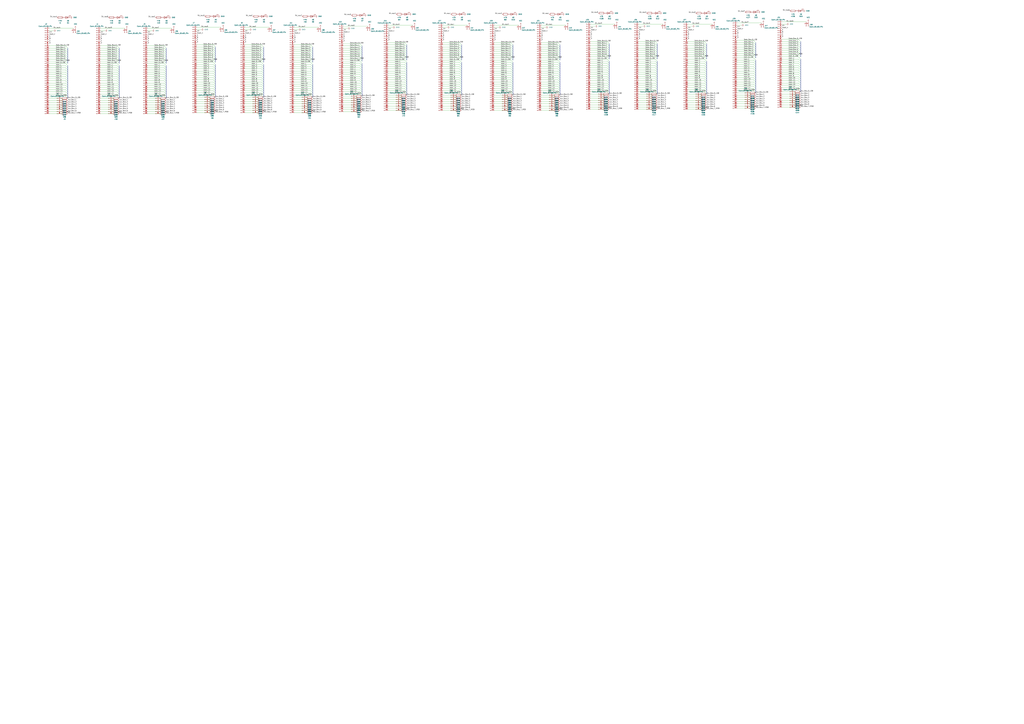
<source format=kicad_sch>
(kicad_sch (version 20230121) (generator eeschema)
  (paper "A0")
  (bus_entry (at 190.5 71.12) (size 2.54 2.54))
  (bus_entry (at 593.09 102.87) (size 2.54 2.54))
  (bus_entry (at 647.7 69.85) (size 2.54 2.54))
  (bus_entry (at 593.09 54.61) (size 2.54 2.54))
  (bus_entry (at 360.68 72.39) (size 2.54 2.54))
  (bus_entry (at 135.89 60.96) (size 2.54 2.54))
  (bus_entry (at 593.09 74.93) (size 2.54 2.54))
  (bus_entry (at 817.88 73.66) (size 2.54 2.54))
  (bus_entry (at 704.85 81.28) (size 2.54 2.54))
  (bus_entry (at 71.12 119.38) (size 2.54 2.54))
  (bus_entry (at 875.03 90.17) (size 2.54 2.54))
  (bus_entry (at 875.03 102.87) (size 2.54 2.54))
  (bus_entry (at 704.85 99.06) (size 2.54 2.54))
  (bus_entry (at 360.68 57.15) (size 2.54 2.54))
  (bus_entry (at 593.09 82.55) (size 2.54 2.54))
  (bus_entry (at 135.89 53.34) (size 2.54 2.54))
  (bus_entry (at 76.2 63.5) (size 2.54 2.54))
  (bus_entry (at 76.2 106.68) (size 2.54 2.54))
  (bus_entry (at 593.09 62.23) (size 2.54 2.54))
  (bus_entry (at 699.77 116.84) (size 2.54 2.54))
  (bus_entry (at 417.83 50.8) (size 2.54 2.54))
  (bus_entry (at 817.88 53.34) (size 2.54 2.54))
  (bus_entry (at 469.9 102.87) (size 2.54 2.54))
  (bus_entry (at 704.85 50.8) (size 2.54 2.54))
  (bus_entry (at 875.03 95.25) (size 2.54 2.54))
  (bus_entry (at 417.83 66.04) (size 2.54 2.54))
  (bus_entry (at 190.5 81.28) (size 2.54 2.54))
  (bus_entry (at 817.88 81.28) (size 2.54 2.54))
  (bus_entry (at 247.65 59.69) (size 2.54 2.54))
  (bus_entry (at 593.09 105.41) (size 2.54 2.54))
  (bus_entry (at 360.68 80.01) (size 2.54 2.54))
  (bus_entry (at 185.42 114.3) (size 2.54 2.54))
  (bus_entry (at 817.88 86.36) (size 2.54 2.54))
  (bus_entry (at 185.42 121.92) (size 2.54 2.54))
  (bus_entry (at 760.73 93.98) (size 2.54 2.54))
  (bus_entry (at 533.4 62.23) (size 2.54 2.54))
  (bus_entry (at 185.42 132.08) (size 2.54 2.54))
  (bus_entry (at 922.02 106.68) (size 2.54 2.54))
  (bus_entry (at 647.7 72.39) (size 2.54 2.54))
  (bus_entry (at 875.03 49.53) (size 2.54 2.54))
  (bus_entry (at 927.1 45.72) (size 2.54 2.54))
  (bus_entry (at 704.85 58.42) (size 2.54 2.54))
  (bus_entry (at 190.5 53.34) (size 2.54 2.54))
  (bus_entry (at 927.1 93.98) (size 2.54 2.54))
  (bus_entry (at 760.73 96.52) (size 2.54 2.54))
  (bus_entry (at 647.7 105.41) (size 2.54 2.54))
  (bus_entry (at 298.45 120.65) (size 2.54 2.54))
  (bus_entry (at 130.81 129.54) (size 2.54 2.54))
  (bus_entry (at 417.83 68.58) (size 2.54 2.54))
  (bus_entry (at 927.1 66.04) (size 2.54 2.54))
  (bus_entry (at 533.4 67.31) (size 2.54 2.54))
  (bus_entry (at 360.68 97.79) (size 2.54 2.54))
  (bus_entry (at 247.65 80.01) (size 2.54 2.54))
  (bus_entry (at 704.85 101.6) (size 2.54 2.54))
  (bus_entry (at 135.89 66.04) (size 2.54 2.54))
  (bus_entry (at 469.9 52.07) (size 2.54 2.54))
  (bus_entry (at 135.89 86.36) (size 2.54 2.54))
  (bus_entry (at 755.65 111.76) (size 2.54 2.54))
  (bus_entry (at 588.01 120.65) (size 2.54 2.54))
  (bus_entry (at 76.2 93.98) (size 2.54 2.54))
  (bus_entry (at 417.83 58.42) (size 2.54 2.54))
  (bus_entry (at 927.1 55.88) (size 2.54 2.54))
  (bus_entry (at 642.62 125.73) (size 2.54 2.54))
  (bus_entry (at 412.75 114.3) (size 2.54 2.54))
  (bus_entry (at 755.65 114.3) (size 2.54 2.54))
  (bus_entry (at 360.68 59.69) (size 2.54 2.54))
  (bus_entry (at 593.09 59.69) (size 2.54 2.54))
  (bus_entry (at 528.32 118.11) (size 2.54 2.54))
  (bus_entry (at 360.68 67.31) (size 2.54 2.54))
  (bus_entry (at 130.81 132.08) (size 2.54 2.54))
  (bus_entry (at 247.65 54.61) (size 2.54 2.54))
  (bus_entry (at 303.53 85.09) (size 2.54 2.54))
  (bus_entry (at 360.68 100.33) (size 2.54 2.54))
  (bus_entry (at 533.4 82.55) (size 2.54 2.54))
  (bus_entry (at 817.88 83.82) (size 2.54 2.54))
  (bus_entry (at 927.1 91.44) (size 2.54 2.54))
  (bus_entry (at 704.85 71.12) (size 2.54 2.54))
  (bus_entry (at 298.45 130.81) (size 2.54 2.54))
  (bus_entry (at 875.03 82.55) (size 2.54 2.54))
  (bus_entry (at 417.83 73.66) (size 2.54 2.54))
  (bus_entry (at 303.53 107.95) (size 2.54 2.54))
  (bus_entry (at 817.88 93.98) (size 2.54 2.54))
  (bus_entry (at 699.77 127) (size 2.54 2.54))
  (bus_entry (at 642.62 123.19) (size 2.54 2.54))
  (bus_entry (at 242.57 120.65) (size 2.54 2.54))
  (bus_entry (at 464.82 125.73) (size 2.54 2.54))
  (bus_entry (at 927.1 104.14) (size 2.54 2.54))
  (bus_entry (at 817.88 78.74) (size 2.54 2.54))
  (bus_entry (at 190.5 101.6) (size 2.54 2.54))
  (bus_entry (at 642.62 120.65) (size 2.54 2.54))
  (bus_entry (at 927.1 50.8) (size 2.54 2.54))
  (bus_entry (at 190.5 106.68) (size 2.54 2.54))
  (bus_entry (at 135.89 91.44) (size 2.54 2.54))
  (bus_entry (at 533.4 105.41) (size 2.54 2.54))
  (bus_entry (at 593.09 69.85) (size 2.54 2.54))
  (bus_entry (at 464.82 123.19) (size 2.54 2.54))
  (bus_entry (at 760.73 55.88) (size 2.54 2.54))
  (bus_entry (at 76.2 111.76) (size 2.54 2.54))
  (bus_entry (at 71.12 116.84) (size 2.54 2.54))
  (bus_entry (at 647.7 107.95) (size 2.54 2.54))
  (bus_entry (at 869.95 123.19) (size 2.54 2.54))
  (bus_entry (at 812.8 116.84) (size 2.54 2.54))
  (bus_entry (at 927.1 71.12) (size 2.54 2.54))
  (bus_entry (at 704.85 66.04) (size 2.54 2.54))
  (bus_entry (at 135.89 71.12) (size 2.54 2.54))
  (bus_entry (at 812.8 109.22) (size 2.54 2.54))
  (bus_entry (at 469.9 57.15) (size 2.54 2.54))
  (bus_entry (at 130.81 119.38) (size 2.54 2.54))
  (bus_entry (at 704.85 86.36) (size 2.54 2.54))
  (bus_entry (at 360.68 87.63) (size 2.54 2.54))
  (bus_entry (at 875.03 67.31) (size 2.54 2.54))
  (bus_entry (at 875.03 62.23) (size 2.54 2.54))
  (bus_entry (at 190.5 55.88) (size 2.54 2.54))
  (bus_entry (at 355.6 113.03) (size 2.54 2.54))
  (bus_entry (at 76.2 55.88) (size 2.54 2.54))
  (bus_entry (at 704.85 48.26) (size 2.54 2.54))
  (bus_entry (at 528.32 115.57) (size 2.54 2.54))
  (bus_entry (at 647.7 82.55) (size 2.54 2.54))
  (bus_entry (at 76.2 58.42) (size 2.54 2.54))
  (bus_entry (at 760.73 104.14) (size 2.54 2.54))
  (bus_entry (at 642.62 113.03) (size 2.54 2.54))
  (bus_entry (at 469.9 82.55) (size 2.54 2.54))
  (bus_entry (at 417.83 76.2) (size 2.54 2.54))
  (bus_entry (at 190.5 99.06) (size 2.54 2.54))
  (bus_entry (at 71.12 124.46) (size 2.54 2.54))
  (bus_entry (at 135.89 58.42) (size 2.54 2.54))
  (bus_entry (at 593.09 77.47) (size 2.54 2.54))
  (bus_entry (at 76.2 83.82) (size 2.54 2.54))
  (bus_entry (at 875.03 85.09) (size 2.54 2.54))
  (bus_entry (at 190.5 96.52) (size 2.54 2.54))
  (bus_entry (at 242.57 115.57) (size 2.54 2.54))
  (bus_entry (at 464.82 115.57) (size 2.54 2.54))
  (bus_entry (at 469.9 72.39) (size 2.54 2.54))
  (bus_entry (at 704.85 53.34) (size 2.54 2.54))
  (bus_entry (at 469.9 67.31) (size 2.54 2.54))
  (bus_entry (at 130.81 124.46) (size 2.54 2.54))
  (bus_entry (at 817.88 60.96) (size 2.54 2.54))
  (bus_entry (at 647.7 85.09) (size 2.54 2.54))
  (bus_entry (at 469.9 74.93) (size 2.54 2.54))
  (bus_entry (at 593.09 87.63) (size 2.54 2.54))
  (bus_entry (at 190.5 58.42) (size 2.54 2.54))
  (bus_entry (at 699.77 124.46) (size 2.54 2.54))
  (bus_entry (at 588.01 125.73) (size 2.54 2.54))
  (bus_entry (at 242.57 125.73) (size 2.54 2.54))
  (bus_entry (at 647.7 64.77) (size 2.54 2.54))
  (bus_entry (at 76.2 71.12) (size 2.54 2.54))
  (bus_entry (at 417.83 93.98) (size 2.54 2.54))
  (bus_entry (at 185.42 119.38) (size 2.54 2.54))
  (bus_entry (at 190.5 73.66) (size 2.54 2.54))
  (bus_entry (at 355.6 123.19) (size 2.54 2.54))
  (bus_entry (at 875.03 97.79) (size 2.54 2.54))
  (bus_entry (at 190.5 91.44) (size 2.54 2.54))
  (bus_entry (at 303.53 69.85) (size 2.54 2.54))
  (bus_entry (at 469.9 77.47) (size 2.54 2.54))
  (bus_entry (at 528.32 123.19) (size 2.54 2.54))
  (bus_entry (at 817.88 55.88) (size 2.54 2.54))
  (bus_entry (at 71.12 129.54) (size 2.54 2.54))
  (bus_entry (at 588.01 118.11) (size 2.54 2.54))
  (bus_entry (at 360.68 54.61) (size 2.54 2.54))
  (bus_entry (at 927.1 60.96) (size 2.54 2.54))
  (bus_entry (at 875.03 59.69) (size 2.54 2.54))
  (bus_entry (at 704.85 78.74) (size 2.54 2.54))
  (bus_entry (at 135.89 78.74) (size 2.54 2.54))
  (bus_entry (at 588.01 128.27) (size 2.54 2.54))
  (bus_entry (at 298.45 125.73) (size 2.54 2.54))
  (bus_entry (at 869.95 110.49) (size 2.54 2.54))
  (bus_entry (at 135.89 83.82) (size 2.54 2.54))
  (bus_entry (at 704.85 106.68) (size 2.54 2.54))
  (bus_entry (at 704.85 83.82) (size 2.54 2.54))
  (bus_entry (at 588.01 110.49) (size 2.54 2.54))
  (bus_entry (at 528.32 125.73) (size 2.54 2.54))
  (bus_entry (at 71.12 127) (size 2.54 2.54))
  (bus_entry (at 817.88 50.8) (size 2.54 2.54))
  (bus_entry (at 412.75 116.84) (size 2.54 2.54))
  (bus_entry (at 71.12 114.3) (size 2.54 2.54))
  (bus_entry (at 817.88 96.52) (size 2.54 2.54))
  (bus_entry (at 760.73 48.26) (size 2.54 2.54))
  (bus_entry (at 760.73 88.9) (size 2.54 2.54))
  (bus_entry (at 760.73 60.96) (size 2.54 2.54))
  (bus_entry (at 533.4 49.53) (size 2.54 2.54))
  (bus_entry (at 922.02 109.22) (size 2.54 2.54))
  (bus_entry (at 185.42 129.54) (size 2.54 2.54))
  (bus_entry (at 135.89 101.6) (size 2.54 2.54))
  (bus_entry (at 812.8 114.3) (size 2.54 2.54))
  (bus_entry (at 647.7 102.87) (size 2.54 2.54))
  (bus_entry (at 135.89 63.5) (size 2.54 2.54))
  (bus_entry (at 242.57 113.03) (size 2.54 2.54))
  (bus_entry (at 533.4 87.63) (size 2.54 2.54))
  (bus_entry (at 755.65 127) (size 2.54 2.54))
  (bus_entry (at 303.53 97.79) (size 2.54 2.54))
  (bus_entry (at 247.65 92.71) (size 2.54 2.54))
  (bus_entry (at 593.09 95.25) (size 2.54 2.54))
  (bus_entry (at 922.02 121.92) (size 2.54 2.54))
  (bus_entry (at 247.65 87.63) (size 2.54 2.54))
  (bus_entry (at 247.65 95.25) (size 2.54 2.54))
  (bus_entry (at 464.82 110.49) (size 2.54 2.54))
  (bus_entry (at 817.88 76.2) (size 2.54 2.54))
  (bus_entry (at 412.75 119.38) (size 2.54 2.54))
  (bus_entry (at 464.82 118.11) (size 2.54 2.54))
  (bus_entry (at 190.5 111.76) (size 2.54 2.54))
  (bus_entry (at 533.4 95.25) (size 2.54 2.54))
  (bus_entry (at 303.53 77.47) (size 2.54 2.54))
  (bus_entry (at 469.9 62.23) (size 2.54 2.54))
  (bus_entry (at 190.5 86.36) (size 2.54 2.54))
  (bus_entry (at 190.5 66.04) (size 2.54 2.54))
  (bus_entry (at 760.73 50.8) (size 2.54 2.54))
  (bus_entry (at 135.89 76.2) (size 2.54 2.54))
  (bus_entry (at 704.85 55.88) (size 2.54 2.54))
  (bus_entry (at 247.65 52.07) (size 2.54 2.54))
  (bus_entry (at 755.65 109.22) (size 2.54 2.54))
  (bus_entry (at 760.73 83.82) (size 2.54 2.54))
  (bus_entry (at 190.5 76.2) (size 2.54 2.54))
  (bus_entry (at 875.03 52.07) (size 2.54 2.54))
  (bus_entry (at 303.53 52.07) (size 2.54 2.54))
  (bus_entry (at 533.4 107.95) (size 2.54 2.54))
  (bus_entry (at 593.09 52.07) (size 2.54 2.54))
  (bus_entry (at 642.62 118.11) (size 2.54 2.54))
  (bus_entry (at 360.68 62.23) (size 2.54 2.54))
  (bus_entry (at 135.89 106.68) (size 2.54 2.54))
  (bus_entry (at 298.45 113.03) (size 2.54 2.54))
  (bus_entry (at 247.65 64.77) (size 2.54 2.54))
  (bus_entry (at 360.68 64.77) (size 2.54 2.54))
  (bus_entry (at 647.7 52.07) (size 2.54 2.54))
  (bus_entry (at 417.83 91.44) (size 2.54 2.54))
  (bus_entry (at 817.88 63.5) (size 2.54 2.54))
  (bus_entry (at 360.68 102.87) (size 2.54 2.54))
  (bus_entry (at 528.32 113.03) (size 2.54 2.54))
  (bus_entry (at 298.45 128.27) (size 2.54 2.54))
  (bus_entry (at 647.7 92.71) (size 2.54 2.54))
  (bus_entry (at 417.83 83.82) (size 2.54 2.54))
  (bus_entry (at 760.73 81.28) (size 2.54 2.54))
  (bus_entry (at 360.68 110.49) (size 2.54 2.54))
  (bus_entry (at 417.83 88.9) (size 2.54 2.54))
  (bus_entry (at 355.6 130.81) (size 2.54 2.54))
  (bus_entry (at 704.85 91.44) (size 2.54 2.54))
  (bus_entry (at 76.2 68.58) (size 2.54 2.54))
  (bus_entry (at 704.85 60.96) (size 2.54 2.54))
  (bus_entry (at 875.03 69.85) (size 2.54 2.54))
  (bus_entry (at 190.5 93.98) (size 2.54 2.54))
  (bus_entry (at 135.89 104.14) (size 2.54 2.54))
  (bus_entry (at 130.81 116.84) (size 2.54 2.54))
  (bus_entry (at 533.4 72.39) (size 2.54 2.54))
  (bus_entry (at 417.83 96.52) (size 2.54 2.54))
  (bus_entry (at 469.9 90.17) (size 2.54 2.54))
  (bus_entry (at 469.9 49.53) (size 2.54 2.54))
  (bus_entry (at 755.65 121.92) (size 2.54 2.54))
  (bus_entry (at 533.4 59.69) (size 2.54 2.54))
  (bus_entry (at 875.03 105.41) (size 2.54 2.54))
  (bus_entry (at 185.42 116.84) (size 2.54 2.54))
  (bus_entry (at 760.73 58.42) (size 2.54 2.54))
  (bus_entry (at 303.53 74.93) (size 2.54 2.54))
  (bus_entry (at 469.9 87.63) (size 2.54 2.54))
  (bus_entry (at 76.2 60.96) (size 2.54 2.54))
  (bus_entry (at 528.32 110.49) (size 2.54 2.54))
  (bus_entry (at 135.89 109.22) (size 2.54 2.54))
  (bus_entry (at 812.8 127) (size 2.54 2.54))
  (bus_entry (at 588.01 115.57) (size 2.54 2.54))
  (bus_entry (at 699.77 121.92) (size 2.54 2.54))
  (bus_entry (at 927.1 58.42) (size 2.54 2.54))
  (bus_entry (at 469.9 97.79) (size 2.54 2.54))
  (bus_entry (at 469.9 92.71) (size 2.54 2.54))
  (bus_entry (at 130.81 114.3) (size 2.54 2.54))
  (bus_entry (at 593.09 80.01) (size 2.54 2.54))
  (bus_entry (at 533.4 92.71) (size 2.54 2.54))
  (bus_entry (at 704.85 104.14) (size 2.54 2.54))
  (bus_entry (at 71.12 121.92) (size 2.54 2.54))
  (bus_entry (at 704.85 76.2) (size 2.54 2.54))
  (bus_entry (at 303.53 110.49) (size 2.54 2.54))
  (bus_entry (at 355.6 125.73) (size 2.54 2.54))
  (bus_entry (at 417.83 109.22) (size 2.54 2.54))
  (bus_entry (at 417.83 63.5) (size 2.54 2.54))
  (bus_entry (at 135.89 73.66) (size 2.54 2.54))
  (bus_entry (at 817.88 104.14) (size 2.54 2.54))
  (bus_entry (at 417.83 55.88) (size 2.54 2.54))
  (bus_entry (at 303.53 57.15) (size 2.54 2.54))
  (bus_entry (at 298.45 123.19) (size 2.54 2.54))
  (bus_entry (at 464.82 113.03) (size 2.54 2.54))
  (bus_entry (at 760.73 76.2) (size 2.54 2.54))
  (bus_entry (at 875.03 87.63) (size 2.54 2.54))
  (bus_entry (at 869.95 120.65) (size 2.54 2.54))
  (bus_entry (at 647.7 54.61) (size 2.54 2.54))
  (bus_entry (at 817.88 66.04) (size 2.54 2.54))
  (bus_entry (at 593.09 57.15) (size 2.54 2.54))
  (bus_entry (at 593.09 85.09) (size 2.54 2.54))
  (bus_entry (at 242.57 128.27) (size 2.54 2.54))
  (bus_entry (at 190.5 60.96) (size 2.54 2.54))
  (bus_entry (at 817.88 101.6) (size 2.54 2.54))
  (bus_entry (at 355.6 115.57) (size 2.54 2.54))
  (bus_entry (at 875.03 74.93) (size 2.54 2.54))
  (bus_entry (at 298.45 115.57) (size 2.54 2.54))
  (bus_entry (at 412.75 121.92) (size 2.54 2.54))
  (bus_entry (at 875.03 64.77) (size 2.54 2.54))
  (bus_entry (at 593.09 67.31) (size 2.54 2.54))
  (bus_entry (at 247.65 74.93) (size 2.54 2.54))
  (bus_entry (at 817.88 48.26) (size 2.54 2.54))
  (bus_entry (at 647.7 97.79) (size 2.54 2.54))
  (bus_entry (at 593.09 49.53) (size 2.54 2.54))
  (bus_entry (at 355.6 118.11) (size 2.54 2.54))
  (bus_entry (at 927.1 73.66) (size 2.54 2.54))
  (bus_entry (at 593.09 72.39) (size 2.54 2.54))
  (bus_entry (at 869.95 113.03) (size 2.54 2.54))
  (bus_entry (at 812.8 119.38) (size 2.54 2.54))
  (bus_entry (at 417.83 60.96) (size 2.54 2.54))
  (bus_entry (at 533.4 69.85) (size 2.54 2.54))
  (bus_entry (at 760.73 66.04) (size 2.54 2.54))
  (bus_entry (at 642.62 110.49) (size 2.54 2.54))
  (bus_entry (at 303.53 54.61) (size 2.54 2.54))
  (bus_entry (at 755.65 124.46) (size 2.54 2.54))
  (bus_entry (at 647.7 90.17) (size 2.54 2.54))
  (bus_entry (at 869.95 118.11) (size 2.54 2.54))
  (bus_entry (at 360.68 52.07) (size 2.54 2.54))
  (bus_entry (at 76.2 73.66) (size 2.54 2.54))
  (bus_entry (at 704.85 73.66) (size 2.54 2.54))
  (bus_entry (at 247.65 107.95) (size 2.54 2.54))
  (bus_entry (at 817.88 106.68) (size 2.54 2.54))
  (bus_entry (at 704.85 63.5) (size 2.54 2.54))
  (bus_entry (at 760.73 78.74) (size 2.54 2.54))
  (bus_entry (at 760.73 63.5) (size 2.54 2.54))
  (bus_entry (at 927.1 101.6) (size 2.54 2.54))
  (bus_entry (at 303.53 82.55) (size 2.54 2.54))
  (bus_entry (at 135.89 88.9) (size 2.54 2.54))
  (bus_entry (at 533.4 85.09) (size 2.54 2.54))
  (bus_entry (at 303.53 87.63) (size 2.54 2.54))
  (bus_entry (at 699.77 119.38) (size 2.54 2.54))
  (bus_entry (at 247.65 102.87) (size 2.54 2.54))
  (bus_entry (at 927.1 99.06) (size 2.54 2.54))
  (bus_entry (at 760.73 71.12) (size 2.54 2.54))
  (bus_entry (at 528.32 120.65) (size 2.54 2.54))
  (bus_entry (at 922.02 119.38) (size 2.54 2.54))
  (bus_entry (at 647.7 80.01) (size 2.54 2.54))
  (bus_entry (at 76.2 88.9) (size 2.54 2.54))
  (bus_entry (at 875.03 54.61) (size 2.54 2.54))
  (bus_entry (at 412.75 111.76) (size 2.54 2.54))
  (bus_entry (at 533.4 102.87) (size 2.54 2.54))
  (bus_entry (at 247.65 85.09) (size 2.54 2.54))
  (bus_entry (at 588.01 113.03) (size 2.54 2.54))
  (bus_entry (at 135.89 111.76) (size 2.54 2.54))
  (bus_entry (at 469.9 80.01) (size 2.54 2.54))
  (bus_entry (at 869.95 107.95) (size 2.54 2.54))
  (bus_entry (at 593.09 107.95) (size 2.54 2.54))
  (bus_entry (at 760.73 73.66) (size 2.54 2.54))
  (bus_entry (at 817.88 88.9) (size 2.54 2.54))
  (bus_entry (at 647.7 77.47) (size 2.54 2.54))
  (bus_entry (at 417.83 78.74) (size 2.54 2.54))
  (bus_entry (at 704.85 96.52) (size 2.54 2.54))
  (bus_entry (at 303.53 72.39) (size 2.54 2.54))
  (bus_entry (at 533.4 57.15) (size 2.54 2.54))
  (bus_entry (at 360.68 105.41) (size 2.54 2.54))
  (bus_entry (at 875.03 46.99) (size 2.54 2.54))
  (bus_entry (at 247.65 57.15) (size 2.54 2.54))
  (bus_entry (at 469.9 59.69) (size 2.54 2.54))
  (bus_entry (at 247.65 77.47) (size 2.54 2.54))
  (bus_entry (at 927.1 63.5) (size 2.54 2.54))
  (bus_entry (at 303.53 100.33) (size 2.54 2.54))
  (bus_entry (at 76.2 91.44) (size 2.54 2.54))
  (bus_entry (at 812.8 124.46) (size 2.54 2.54))
  (bus_entry (at 417.83 101.6) (size 2.54 2.54))
  (bus_entry (at 755.65 116.84) (size 2.54 2.54))
  (bus_entry (at 247.65 100.33) (size 2.54 2.54))
  (bus_entry (at 76.2 104.14) (size 2.54 2.54))
  (bus_entry (at 647.7 74.93) (size 2.54 2.54))
  (bus_entry (at 76.2 78.74) (size 2.54 2.54))
  (bus_entry (at 699.77 111.76) (size 2.54 2.54))
  (bus_entry (at 303.53 102.87) (size 2.54 2.54))
  (bus_entry (at 760.73 68.58) (size 2.54 2.54))
  (bus_entry (at 135.89 99.06) (size 2.54 2.54))
  (bus_entry (at 869.95 125.73) (size 2.54 2.54))
  (bus_entry (at 76.2 86.36) (size 2.54 2.54))
  (bus_entry (at 412.75 129.54) (size 2.54 2.54))
  (bus_entry (at 875.03 57.15) (size 2.54 2.54))
  (bus_entry (at 817.88 68.58) (size 2.54 2.54))
  (bus_entry (at 135.89 93.98) (size 2.54 2.54))
  (bus_entry (at 647.7 59.69) (size 2.54 2.54))
  (bus_entry (at 247.65 82.55) (size 2.54 2.54))
  (bus_entry (at 922.02 116.84) (size 2.54 2.54))
  (bus_entry (at 927.1 78.74) (size 2.54 2.54))
  (bus_entry (at 469.9 100.33) (size 2.54 2.54))
  (bus_entry (at 922.02 114.3) (size 2.54 2.54))
  (bus_entry (at 469.9 54.61) (size 2.54 2.54))
  (bus_entry (at 760.73 86.36) (size 2.54 2.54))
  (bus_entry (at 927.1 86.36) (size 2.54 2.54))
  (bus_entry (at 760.73 99.06) (size 2.54 2.54))
  (bus_entry (at 533.4 90.17) (size 2.54 2.54))
  (bus_entry (at 360.68 90.17) (size 2.54 2.54))
  (bus_entry (at 303.53 90.17) (size 2.54 2.54))
  (bus_entry (at 417.83 71.12) (size 2.54 2.54))
  (bus_entry (at 190.5 78.74) (size 2.54 2.54))
  (bus_entry (at 875.03 100.33) (size 2.54 2.54))
  (bus_entry (at 647.7 95.25) (size 2.54 2.54))
  (bus_entry (at 647.7 67.31) (size 2.54 2.54))
  (bus_entry (at 303.53 105.41) (size 2.54 2.54))
  (bus_entry (at 927.1 96.52) (size 2.54 2.54))
  (bus_entry (at 533.4 77.47) (size 2.54 2.54))
  (bus_entry (at 593.09 100.33) (size 2.54 2.54))
  (bus_entry (at 76.2 81.28) (size 2.54 2.54))
  (bus_entry (at 533.4 74.93) (size 2.54 2.54))
  (bus_entry (at 927.1 88.9) (size 2.54 2.54))
  (bus_entry (at 533.4 100.33) (size 2.54 2.54))
  (bus_entry (at 927.1 83.82) (size 2.54 2.54))
  (bus_entry (at 533.4 64.77) (size 2.54 2.54))
  (bus_entry (at 927.1 53.34) (size 2.54 2.54))
  (bus_entry (at 76.2 76.2) (size 2.54 2.54))
  (bus_entry (at 303.53 95.25) (size 2.54 2.54))
  (bus_entry (at 130.81 127) (size 2.54 2.54))
  (bus_entry (at 647.7 62.23) (size 2.54 2.54))
  (bus_entry (at 242.57 130.81) (size 2.54 2.54))
  (bus_entry (at 412.75 127) (size 2.54 2.54))
  (bus_entry (at 190.5 68.58) (size 2.54 2.54))
  (bus_entry (at 298.45 118.11) (size 2.54 2.54))
  (bus_entry (at 247.65 72.39) (size 2.54 2.54))
  (bus_entry (at 699.77 114.3) (size 2.54 2.54))
  (bus_entry (at 303.53 64.77) (size 2.54 2.54))
  (bus_entry (at 360.68 77.47) (size 2.54 2.54))
  (bus_entry (at 360.68 69.85) (size 2.54 2.54))
  (bus_entry (at 185.42 127) (size 2.54 2.54))
  (bus_entry (at 360.68 74.93) (size 2.54 2.54))
  (bus_entry (at 875.03 80.01) (size 2.54 2.54))
  (bus_entry (at 464.82 128.27) (size 2.54 2.54))
  (bus_entry (at 755.65 119.38) (size 2.54 2.54))
  (bus_entry (at 360.68 95.25) (size 2.54 2.54))
  (bus_entry (at 412.75 124.46) (size 2.54 2.54))
  (bus_entry (at 533.4 54.61) (size 2.54 2.54))
  (bus_entry (at 303.53 92.71) (size 2.54 2.54))
  (bus_entry (at 760.73 91.44) (size 2.54 2.54))
  (bus_entry (at 469.9 105.41) (size 2.54 2.54))
  (bus_entry (at 76.2 109.22) (size 2.54 2.54))
  (bus_entry (at 71.12 132.08) (size 2.54 2.54))
  (bus_entry (at 922.02 111.76) (size 2.54 2.54))
  (bus_entry (at 704.85 88.9) (size 2.54 2.54))
  (bus_entry (at 469.9 85.09) (size 2.54 2.54))
  (bus_entry (at 593.09 64.77) (size 2.54 2.54))
  (bus_entry (at 533.4 80.01) (size 2.54 2.54))
  (bus_entry (at 247.65 90.17) (size 2.54 2.54))
  (bus_entry (at 76.2 101.6) (size 2.54 2.54))
  (bus_entry (at 247.65 105.41) (size 2.54 2.54))
  (bus_entry (at 417.83 99.06) (size 2.54 2.54))
  (bus_entry (at 528.32 128.27) (size 2.54 2.54))
  (bus_entry (at 303.53 59.69) (size 2.54 2.54))
  (bus_entry (at 760.73 106.68) (size 2.54 2.54))
  (bus_entry (at 817.88 91.44) (size 2.54 2.54))
  (bus_entry (at 869.95 115.57) (size 2.54 2.54))
  (bus_entry (at 927.1 68.58) (size 2.54 2.54))
  (bus_entry (at 642.62 128.27) (size 2.54 2.54))
  (bus_entry (at 704.85 68.58) (size 2.54 2.54))
  (bus_entry (at 593.09 97.79) (size 2.54 2.54))
  (bus_entry (at 927.1 76.2) (size 2.54 2.54))
  (bus_entry (at 242.57 118.11) (size 2.54 2.54))
  (bus_entry (at 469.9 69.85) (size 2.54 2.54))
  (bus_entry (at 135.89 96.52) (size 2.54 2.54))
  (bus_entry (at 417.83 106.68) (size 2.54 2.54))
  (bus_entry (at 922.02 124.46) (size 2.54 2.54))
  (bus_entry (at 185.42 124.46) (size 2.54 2.54))
  (bus_entry (at 247.65 97.79) (size 2.54 2.54))
  (bus_entry (at 76.2 96.52) (size 2.54 2.54))
  (bus_entry (at 190.5 88.9) (size 2.54 2.54))
  (bus_entry (at 247.65 69.85) (size 2.54 2.54))
  (bus_entry (at 593.09 90.17) (size 2.54 2.54))
  (bus_entry (at 699.77 109.22) (size 2.54 2.54))
  (bus_entry (at 469.9 95.25) (size 2.54 2.54))
  (bus_entry (at 812.8 121.92) (size 2.54 2.54))
  (bus_entry (at 303.53 62.23) (size 2.54 2.54))
  (bus_entry (at 417.83 53.34) (size 2.54 2.54))
  (bus_entry (at 875.03 92.71) (size 2.54 2.54))
  (bus_entry (at 130.81 121.92) (size 2.54 2.54))
  (bus_entry (at 247.65 110.49) (size 2.54 2.54))
  (bus_entry (at 190.5 109.22) (size 2.54 2.54))
  (bus_entry (at 812.8 111.76) (size 2.54 2.54))
  (bus_entry (at 588.01 123.19) (size 2.54 2.54))
  (bus_entry (at 469.9 107.95) (size 2.54 2.54))
  (bus_entry (at 875.03 77.47) (size 2.54 2.54))
  (bus_entry (at 533.4 97.79) (size 2.54 2.54))
  (bus_entry (at 927.1 48.26) (size 2.54 2.54))
  (bus_entry (at 469.9 64.77) (size 2.54 2.54))
  (bus_entry (at 247.65 62.23) (size 2.54 2.54))
  (bus_entry (at 464.82 120.65) (size 2.54 2.54))
  (bus_entry (at 875.03 72.39) (size 2.54 2.54))
  (bus_entry (at 704.85 93.98) (size 2.54 2.54))
  (bus_entry (at 360.68 85.09) (size 2.54 2.54))
  (bus_entry (at 355.6 128.27) (size 2.54 2.54))
  (bus_entry (at 135.89 68.58) (size 2.54 2.54))
  (bus_entry (at 303.53 67.31) (size 2.54 2.54))
  (bus_entry (at 647.7 100.33) (size 2.54 2.54))
  (bus_entry (at 360.68 107.95) (size 2.54 2.54))
  (bus_entry (at 242.57 123.19) (size 2.54 2.54))
  (bus_entry (at 760.73 101.6) (size 2.54 2.54))
  (bus_entry (at 360.68 92.71) (size 2.54 2.54))
  (bus_entry (at 817.88 99.06) (size 2.54 2.54))
  (bus_entry (at 417.83 104.14) (size 2.54 2.54))
  (bus_entry (at 303.53 80.01) (size 2.54 2.54))
  (bus_entry (at 647.7 57.15) (size 2.54 2.54))
  (bus_entry (at 817.88 71.12) (size 2.54 2.54))
  (bus_entry (at 76.2 99.06) (size 2.54 2.54))
  (bus_entry (at 190.5 63.5) (size 2.54 2.54))
  (bus_entry (at 927.1 81.28) (size 2.54 2.54))
  (bus_entry (at 760.73 53.34) (size 2.54 2.54))
  (bus_entry (at 247.65 67.31) (size 2.54 2.54))
  (bus_entry (at 642.62 115.57) (size 2.54 2.54))
  (bus_entry (at 817.88 58.42) (size 2.54 2.54))
  (bus_entry (at 417.83 86.36) (size 2.54 2.54))
  (bus_entry (at 360.68 82.55) (size 2.54 2.54))
  (bus_entry (at 190.5 104.14) (size 2.54 2.54))
  (bus_entry (at 647.7 87.63) (size 2.54 2.54))
  (bus_entry (at 533.4 52.07) (size 2.54 2.54))
  (bus_entry (at 355.6 120.65) (size 2.54 2.54))
  (bus_entry (at 417.83 81.28) (size 2.54 2.54))
  (bus_entry (at 593.09 92.71) (size 2.54 2.54))
  (bus_entry (at 76.2 66.04) (size 2.54 2.54))
  (bus_entry (at 135.89 81.28) (size 2.54 2.54))
  (bus_entry (at 647.7 49.53) (size 2.54 2.54))
  (bus_entry (at 76.2 53.34) (size 2.54 2.54))
  (bus_entry (at 135.89 55.88) (size 2.54 2.54))
  (bus_entry (at 190.5 83.82) (size 2.54 2.54))
  (bus (pts (xy 650.24 80.01) (xy 650.24 82.55)))
  (wire (pts (xy 685.8 81.28) (xy 704.85 81.28)))
  (wire (pts (xy 116.84 83.82) (xy 135.89 83.82)))
  (wire (pts (xy 116.84 101.6) (xy 135.89 101.6)))
  (wire (pts (xy 685.8 96.52) (xy 704.85 96.52)))
  (bus (pts (xy 929.64 81.28) (xy 929.64 83.82)))
  (wire (pts (xy 398.78 71.12) (xy 417.83 71.12)))
  (wire (pts (xy 57.15 55.88) (xy 76.2 55.88)))
  (bus (pts (xy 420.37 81.28) (xy 420.37 83.82)))
  (bus (pts (xy 763.27 76.2) (xy 763.27 78.74)))
  (bus (pts (xy 535.94 100.33) (xy 535.94 102.87)))
  (wire (pts (xy 284.48 64.77) (xy 303.53 64.77)))
  (wire (pts (xy 171.45 93.98) (xy 190.5 93.98)))
  (wire (pts (xy 685.8 99.06) (xy 704.85 99.06)))
  (wire (pts (xy 341.63 59.69) (xy 360.68 59.69)))
  (bus (pts (xy 250.19 107.95) (xy 250.19 110.49)))
  (wire (pts (xy 685.8 66.04) (xy 704.85 66.04)))
  (bus (pts (xy 595.63 105.41) (xy 595.63 107.95)))
  (wire (pts (xy 284.48 82.55) (xy 303.53 82.55)))
  (bus (pts (xy 707.39 83.82) (xy 707.39 86.36)))
  (wire (pts (xy 171.45 55.88) (xy 190.5 55.88)))
  (wire (pts (xy 228.6 57.15) (xy 247.65 57.15)))
  (wire (pts (xy 628.65 102.87) (xy 647.7 102.87)))
  (bus (pts (xy 250.19 95.25) (xy 250.19 97.79)))
  (bus (pts (xy 872.49 120.65) (xy 872.49 123.19)))
  (wire (pts (xy 341.63 57.15) (xy 360.68 57.15)))
  (wire (pts (xy 908.05 119.38) (xy 922.02 119.38)))
  (wire (pts (xy 284.48 57.15) (xy 303.53 57.15)))
  (bus (pts (xy 420.37 83.82) (xy 420.37 86.36)))
  (bus (pts (xy 467.36 128.27) (xy 467.36 130.81)))
  (bus (pts (xy 467.36 125.73) (xy 467.36 128.27)))
  (wire (pts (xy 685.8 63.5) (xy 704.85 63.5)))
  (bus (pts (xy 250.19 97.79) (xy 250.19 100.33)))
  (wire (pts (xy 171.45 81.28) (xy 190.5 81.28)))
  (wire (pts (xy 908.05 63.5) (xy 927.1 63.5)))
  (wire (pts (xy 798.83 93.98) (xy 817.88 93.98)))
  (bus (pts (xy 590.55 115.57) (xy 590.55 118.11)))
  (wire (pts (xy 228.6 72.39) (xy 247.65 72.39)))
  (wire (pts (xy 685.8 93.98) (xy 704.85 93.98)))
  (wire (pts (xy 628.65 105.41) (xy 647.7 105.41)))
  (wire (pts (xy 228.6 64.77) (xy 247.65 64.77)))
  (wire (pts (xy 228.6 115.57) (xy 242.57 115.57)))
  (wire (pts (xy 514.35 49.53) (xy 533.4 49.53)))
  (bus (pts (xy 306.07 80.01) (xy 306.07 82.55)))
  (bus (pts (xy 138.43 111.76) (xy 138.43 114.3)))
  (wire (pts (xy 116.84 66.04) (xy 135.89 66.04)))
  (bus (pts (xy 415.29 127) (xy 415.29 129.54)))
  (bus (pts (xy 758.19 116.84) (xy 758.19 119.38)))
  (bus (pts (xy 595.63 82.55) (xy 595.63 85.09)))
  (wire (pts (xy 116.84 58.42) (xy 135.89 58.42)))
  (wire (pts (xy 57.15 33.02) (xy 85.09 33.02)))
  (bus (pts (xy 358.14 120.65) (xy 358.14 123.19)))
  (wire (pts (xy 741.68 121.92) (xy 755.65 121.92)))
  (bus (pts (xy 702.31 124.46) (xy 702.31 127)))
  (wire (pts (xy 450.85 31.75) (xy 455.93 31.75)))
  (wire (pts (xy 798.83 60.96) (xy 817.88 60.96)))
  (bus (pts (xy 78.74 76.2) (xy 78.74 78.74)))
  (wire (pts (xy 284.48 72.39) (xy 303.53 72.39)))
  (wire (pts (xy 284.48 85.09) (xy 303.53 85.09)))
  (wire (pts (xy 628.65 57.15) (xy 647.7 57.15)))
  (wire (pts (xy 171.45 91.44) (xy 190.5 91.44)))
  (bus (pts (xy 820.42 99.06) (xy 820.42 101.6)))
  (bus (pts (xy 306.07 82.55) (xy 306.07 85.09)))
  (bus (pts (xy 929.64 55.88) (xy 929.64 53.34)))
  (wire (pts (xy 741.68 109.22) (xy 755.65 109.22)))
  (wire (pts (xy 57.15 81.28) (xy 76.2 81.28)))
  (wire (pts (xy 171.45 132.08) (xy 185.42 132.08)))
  (wire (pts (xy 514.35 113.03) (xy 528.32 113.03)))
  (wire (pts (xy 341.63 77.47) (xy 360.68 77.47)))
  (bus (pts (xy 133.35 127) (xy 133.35 129.54)))
  (wire (pts (xy 450.85 69.85) (xy 469.9 69.85)))
  (bus (pts (xy 472.44 100.33) (xy 472.44 102.87)))
  (bus (pts (xy 707.39 104.14) (xy 707.39 106.68)))
  (wire (pts (xy 741.68 99.06) (xy 760.73 99.06)))
  (wire (pts (xy 908.05 111.76) (xy 922.02 111.76)))
  (wire (pts (xy 57.15 93.98) (xy 76.2 93.98)))
  (wire (pts (xy 628.65 69.85) (xy 647.7 69.85)))
  (wire (pts (xy 284.48 105.41) (xy 303.53 105.41)))
  (wire (pts (xy 341.63 80.01) (xy 360.68 80.01)))
  (bus (pts (xy 595.63 59.69) (xy 595.63 57.15)))
  (bus (pts (xy 530.86 113.03) (xy 530.86 115.57)))
  (wire (pts (xy 685.8 104.14) (xy 704.85 104.14)))
  (wire (pts (xy 798.83 78.74) (xy 817.88 78.74)))
  (bus (pts (xy 415.29 124.46) (xy 415.29 127)))
  (wire (pts (xy 398.78 127) (xy 412.75 127)))
  (wire (pts (xy 57.15 83.82) (xy 76.2 83.82)))
  (wire (pts (xy 398.78 33.02) (xy 403.86 33.02)))
  (bus (pts (xy 707.39 101.6) (xy 707.39 104.14)))
  (wire (pts (xy 628.65 31.75) (xy 633.73 31.75)))
  (wire (pts (xy 855.98 57.15) (xy 875.03 57.15)))
  (bus (pts (xy 420.37 55.88) (xy 420.37 53.34)))
  (wire (pts (xy 574.04 87.63) (xy 593.09 87.63)))
  (bus (pts (xy 193.04 78.74) (xy 193.04 81.28)))
  (wire (pts (xy 908.05 104.14) (xy 927.1 104.14)))
  (bus (pts (xy 467.36 118.11) (xy 467.36 120.65)))
  (bus (pts (xy 73.66 132.08) (xy 73.66 134.62)))
  (wire (pts (xy 341.63 115.57) (xy 355.6 115.57)))
  (bus (pts (xy 138.43 109.22) (xy 138.43 111.76)))
  (bus (pts (xy 472.44 105.41) (xy 472.44 107.95)))
  (wire (pts (xy 57.15 121.92) (xy 71.12 121.92)))
  (wire (pts (xy 450.85 90.17) (xy 469.9 90.17)))
  (bus (pts (xy 363.22 77.47) (xy 363.22 80.01)))
  (wire (pts (xy 228.6 102.87) (xy 247.65 102.87)))
  (wire (pts (xy 798.83 63.5) (xy 817.88 63.5)))
  (bus (pts (xy 535.94 85.09) (xy 535.94 87.63)))
  (wire (pts (xy 398.78 76.2) (xy 417.83 76.2)))
  (bus (pts (xy 763.27 91.44) (xy 763.27 93.98)))
  (bus (pts (xy 363.22 90.17) (xy 363.22 92.71)))
  (bus (pts (xy 590.55 120.65) (xy 590.55 123.19)))
  (wire (pts (xy 57.15 88.9) (xy 76.2 88.9)))
  (wire (pts (xy 741.68 58.42) (xy 760.73 58.42)))
  (wire (pts (xy 341.63 113.03) (xy 355.6 113.03)))
  (wire (pts (xy 908.05 121.92) (xy 922.02 121.92)))
  (wire (pts (xy 855.98 120.65) (xy 869.95 120.65)))
  (bus (pts (xy 250.19 67.31) (xy 250.19 64.77)))
  (wire (pts (xy 855.98 102.87) (xy 875.03 102.87)))
  (wire (pts (xy 514.35 59.69) (xy 533.4 59.69)))
  (wire (pts (xy 574.04 57.15) (xy 593.09 57.15)))
  (wire (pts (xy 628.65 54.61) (xy 647.7 54.61)))
  (wire (pts (xy 514.35 52.07) (xy 533.4 52.07)))
  (wire (pts (xy 798.83 91.44) (xy 817.88 91.44)))
  (bus (pts (xy 702.31 116.84) (xy 702.31 119.38)))
  (bus (pts (xy 758.19 124.46) (xy 758.19 127)))
  (bus (pts (xy 358.14 118.11) (xy 358.14 120.65)))
  (bus (pts (xy 363.22 69.85) (xy 363.22 67.31)))
  (wire (pts (xy 685.8 55.88) (xy 704.85 55.88)))
  (wire (pts (xy 228.6 67.31) (xy 247.65 67.31)))
  (bus (pts (xy 650.24 95.25) (xy 650.24 97.79)))
  (wire (pts (xy 341.63 92.71) (xy 360.68 92.71)))
  (wire (pts (xy 116.84 78.74) (xy 135.89 78.74)))
  (wire (pts (xy 514.35 100.33) (xy 533.4 100.33)))
  (wire (pts (xy 341.63 54.61) (xy 360.68 54.61)))
  (bus (pts (xy 877.57 105.41) (xy 877.57 107.95)))
  (bus (pts (xy 595.63 97.79) (xy 595.63 100.33)))
  (wire (pts (xy 284.48 74.93) (xy 303.53 74.93)))
  (wire (pts (xy 685.8 106.68) (xy 704.85 106.68)))
  (bus (pts (xy 250.19 69.85) (xy 250.19 67.31)))
  (bus (pts (xy 707.39 68.58) (xy 707.39 66.04)))
  (bus (pts (xy 472.44 95.25) (xy 472.44 97.79)))
  (bus (pts (xy 650.24 74.93) (xy 650.24 77.47)))
  (bus (pts (xy 707.39 96.52) (xy 707.39 99.06)))
  (wire (pts (xy 116.84 55.88) (xy 135.89 55.88)))
  (bus (pts (xy 763.27 58.42) (xy 763.27 55.88)))
  (wire (pts (xy 57.15 60.96) (xy 76.2 60.96)))
  (bus (pts (xy 472.44 57.15) (xy 472.44 54.61)))
  (bus (pts (xy 872.49 118.11) (xy 872.49 120.65)))
  (bus (pts (xy 245.11 125.73) (xy 245.11 128.27)))
  (wire (pts (xy 514.35 120.65) (xy 528.32 120.65)))
  (bus (pts (xy 306.07 69.85) (xy 306.07 67.31)))
  (wire (pts (xy 228.6 120.65) (xy 242.57 120.65)))
  (wire (pts (xy 628.65 87.63) (xy 647.7 87.63)))
  (bus (pts (xy 924.56 119.38) (xy 924.56 121.92)))
  (bus (pts (xy 763.27 83.82) (xy 763.27 86.36)))
  (bus (pts (xy 650.24 77.47) (xy 650.24 80.01)))
  (wire (pts (xy 57.15 132.08) (xy 71.12 132.08)))
  (wire (pts (xy 855.98 52.07) (xy 875.03 52.07)))
  (bus (pts (xy 763.27 86.36) (xy 763.27 88.9)))
  (bus (pts (xy 707.39 58.42) (xy 707.39 55.88)))
  (bus (pts (xy 467.36 123.19) (xy 467.36 125.73)))
  (wire (pts (xy 685.8 30.48) (xy 690.88 30.48)))
  (wire (pts (xy 228.6 87.63) (xy 247.65 87.63)))
  (bus (pts (xy 138.43 73.66) (xy 138.43 71.12)))
  (bus (pts (xy 73.66 121.92) (xy 73.66 124.46)))
  (wire (pts (xy 116.84 86.36) (xy 135.89 86.36)))
  (wire (pts (xy 574.04 97.79) (xy 593.09 97.79)))
  (wire (pts (xy 741.68 91.44) (xy 760.73 91.44)))
  (wire (pts (xy 341.63 110.49) (xy 360.68 110.49)))
  (bus (pts (xy 707.39 78.74) (xy 707.39 81.28)))
  (wire (pts (xy 741.68 83.82) (xy 760.73 83.82)))
  (bus (pts (xy 472.44 80.01) (xy 472.44 82.55)))
  (bus (pts (xy 650.24 102.87) (xy 650.24 105.41)))
  (bus (pts (xy 420.37 76.2) (xy 420.37 78.74)))
  (bus (pts (xy 78.74 83.82) (xy 78.74 86.36)))
  (bus (pts (xy 924.56 121.92) (xy 924.56 124.46)))
  (wire (pts (xy 228.6 92.71) (xy 247.65 92.71)))
  (bus (pts (xy 535.94 54.61) (xy 535.94 52.07)))
  (bus (pts (xy 187.96 124.46) (xy 187.96 127)))
  (wire (pts (xy 855.98 46.99) (xy 875.03 46.99)))
  (wire (pts (xy 450.85 54.61) (xy 469.9 54.61)))
  (bus (pts (xy 929.64 68.58) (xy 929.64 71.12)))
  (wire (pts (xy 798.83 119.38) (xy 812.8 119.38)))
  (wire (pts (xy 171.45 58.42) (xy 190.5 58.42)))
  (wire (pts (xy 798.83 27.94) (xy 826.77 27.94)))
  (wire (pts (xy 574.04 107.95) (xy 593.09 107.95)))
  (wire (pts (xy 798.83 114.3) (xy 812.8 114.3)))
  (bus (pts (xy 702.31 119.38) (xy 702.31 121.92)))
  (bus (pts (xy 820.42 66.04) (xy 820.42 63.5)))
  (wire (pts (xy 574.04 52.07) (xy 593.09 52.07)))
  (bus (pts (xy 877.57 74.93) (xy 877.57 77.47)))
  (bus (pts (xy 650.24 97.79) (xy 650.24 100.33)))
  (wire (pts (xy 798.83 96.52) (xy 817.88 96.52)))
  (wire (pts (xy 450.85 102.87) (xy 469.9 102.87)))
  (wire (pts (xy 398.78 124.46) (xy 412.75 124.46)))
  (wire (pts (xy 574.04 100.33) (xy 593.09 100.33)))
  (bus (pts (xy 530.86 123.19) (xy 530.86 125.73)))
  (wire (pts (xy 514.35 107.95) (xy 533.4 107.95)))
  (bus (pts (xy 763.27 73.66) (xy 763.27 76.2)))
  (wire (pts (xy 450.85 74.93) (xy 469.9 74.93)))
  (bus (pts (xy 78.74 73.66) (xy 78.74 71.12)))
  (bus (pts (xy 877.57 72.39) (xy 877.57 74.93)))
  (wire (pts (xy 741.68 86.36) (xy 760.73 86.36)))
  (wire (pts (xy 116.84 132.08) (xy 130.81 132.08)))
  (bus (pts (xy 535.94 77.47) (xy 535.94 80.01)))
  (wire (pts (xy 284.48 90.17) (xy 303.53 90.17)))
  (wire (pts (xy 398.78 58.42) (xy 417.83 58.42)))
  (wire (pts (xy 171.45 83.82) (xy 190.5 83.82)))
  (wire (pts (xy 685.8 73.66) (xy 704.85 73.66)))
  (wire (pts (xy 116.84 88.9) (xy 135.89 88.9)))
  (wire (pts (xy 855.98 125.73) (xy 869.95 125.73)))
  (wire (pts (xy 685.8 121.92) (xy 699.77 121.92)))
  (wire (pts (xy 574.04 95.25) (xy 593.09 95.25)))
  (bus (pts (xy 650.24 59.69) (xy 650.24 57.15)))
  (bus (pts (xy 363.22 105.41) (xy 363.22 107.95)))
  (bus (pts (xy 420.37 91.44) (xy 420.37 93.98)))
  (bus (pts (xy 250.19 74.93) (xy 250.19 77.47)))
  (bus (pts (xy 590.55 125.73) (xy 590.55 128.27)))
  (bus (pts (xy 820.42 55.88) (xy 820.42 53.34)))
  (bus (pts (xy 415.29 119.38) (xy 415.29 121.92)))
  (bus (pts (xy 138.43 86.36) (xy 138.43 88.9)))
  (wire (pts (xy 855.98 87.63) (xy 875.03 87.63)))
  (bus (pts (xy 193.04 91.44) (xy 193.04 93.98)))
  (bus (pts (xy 78.74 86.36) (xy 78.74 88.9)))
  (bus (pts (xy 645.16 120.65) (xy 645.16 123.19)))
  (wire (pts (xy 171.45 104.14) (xy 190.5 104.14)))
  (wire (pts (xy 341.63 123.19) (xy 355.6 123.19)))
  (wire (pts (xy 798.83 48.26) (xy 817.88 48.26)))
  (bus (pts (xy 535.94 59.69) (xy 535.94 57.15)))
  (wire (pts (xy 398.78 78.74) (xy 417.83 78.74)))
  (bus (pts (xy 306.07 110.49) (xy 306.07 113.03)))
  (bus (pts (xy 650.24 82.55) (xy 650.24 85.09)))
  (bus (pts (xy 250.19 57.15) (xy 250.19 54.61)))
  (wire (pts (xy 116.84 124.46) (xy 130.81 124.46)))
  (bus (pts (xy 78.74 88.9) (xy 78.74 91.44)))
  (bus (pts (xy 595.63 107.95) (xy 595.63 110.49)))
  (bus (pts (xy 73.66 127) (xy 73.66 129.54)))
  (wire (pts (xy 450.85 97.79) (xy 469.9 97.79)))
  (bus (pts (xy 363.22 92.71) (xy 363.22 95.25)))
  (bus (pts (xy 872.49 113.03) (xy 872.49 115.57)))
  (bus (pts (xy 193.04 106.68) (xy 193.04 109.22)))
  (bus (pts (xy 758.19 121.92) (xy 758.19 124.46)))
  (bus (pts (xy 763.27 104.14) (xy 763.27 106.68)))
  (wire (pts (xy 685.8 50.8) (xy 704.85 50.8)))
  (bus (pts (xy 595.63 54.61) (xy 595.63 52.07)))
  (bus (pts (xy 650.24 62.23) (xy 650.24 59.69)))
  (wire (pts (xy 855.98 64.77) (xy 875.03 64.77)))
  (bus (pts (xy 138.43 78.74) (xy 138.43 81.28)))
  (wire (pts (xy 628.65 128.27) (xy 642.62 128.27)))
  (bus (pts (xy 820.42 81.28) (xy 820.42 83.82)))
  (bus (pts (xy 420.37 73.66) (xy 420.37 76.2)))
  (wire (pts (xy 228.6 62.23) (xy 247.65 62.23)))
  (bus (pts (xy 929.64 91.44) (xy 929.64 93.98)))
  (wire (pts (xy 116.84 91.44) (xy 135.89 91.44)))
  (bus (pts (xy 877.57 90.17) (xy 877.57 92.71)))
  (bus (pts (xy 535.94 107.95) (xy 535.94 110.49)))
  (wire (pts (xy 116.84 104.14) (xy 135.89 104.14)))
  (bus (pts (xy 707.39 86.36) (xy 707.39 88.9)))
  (bus (pts (xy 820.42 104.14) (xy 820.42 106.68)))
  (bus (pts (xy 650.24 64.77) (xy 650.24 62.23)))
  (bus (pts (xy 595.63 95.25) (xy 595.63 97.79)))
  (bus (pts (xy 78.74 66.04) (xy 78.74 63.5)))
  (bus (pts (xy 472.44 69.85) (xy 472.44 67.31)))
  (wire (pts (xy 798.83 81.28) (xy 817.88 81.28)))
  (wire (pts (xy 284.48 110.49) (xy 303.53 110.49)))
  (bus (pts (xy 420.37 78.74) (xy 420.37 81.28)))
  (bus (pts (xy 650.24 72.39) (xy 650.24 74.93)))
  (bus (pts (xy 420.37 66.04) (xy 420.37 63.5)))
  (wire (pts (xy 741.68 124.46) (xy 755.65 124.46)))
  (wire (pts (xy 798.83 83.82) (xy 817.88 83.82)))
  (wire (pts (xy 171.45 111.76) (xy 190.5 111.76)))
  (bus (pts (xy 763.27 60.96) (xy 763.27 58.42)))
  (bus (pts (xy 707.39 81.28) (xy 707.39 83.82)))
  (bus (pts (xy 472.44 64.77) (xy 472.44 62.23)))
  (bus (pts (xy 187.96 121.92) (xy 187.96 124.46)))
  (wire (pts (xy 341.63 52.07) (xy 360.68 52.07)))
  (bus (pts (xy 250.19 92.71) (xy 250.19 95.25)))
  (wire (pts (xy 284.48 97.79) (xy 303.53 97.79)))
  (bus (pts (xy 78.74 101.6) (xy 78.74 104.14)))
  (wire (pts (xy 685.8 101.6) (xy 704.85 101.6)))
  (bus (pts (xy 763.27 68.58) (xy 763.27 66.04)))
  (bus (pts (xy 78.74 60.96) (xy 78.74 58.42)))
  (wire (pts (xy 57.15 76.2) (xy 76.2 76.2)))
  (bus (pts (xy 245.11 115.57) (xy 245.11 118.11)))
  (bus (pts (xy 363.22 59.69) (xy 363.22 57.15)))
  (wire (pts (xy 284.48 115.57) (xy 298.45 115.57)))
  (wire (pts (xy 171.45 88.9) (xy 190.5 88.9)))
  (wire (pts (xy 685.8 58.42) (xy 704.85 58.42)))
  (bus (pts (xy 415.29 121.92) (xy 415.29 124.46)))
  (bus (pts (xy 472.44 97.79) (xy 472.44 100.33)))
  (wire (pts (xy 908.05 114.3) (xy 922.02 114.3)))
  (wire (pts (xy 57.15 119.38) (xy 71.12 119.38)))
  (wire (pts (xy 398.78 96.52) (xy 417.83 96.52)))
  (bus (pts (xy 820.42 96.52) (xy 820.42 99.06)))
  (wire (pts (xy 116.84 99.06) (xy 135.89 99.06)))
  (bus (pts (xy 707.39 66.04) (xy 707.39 63.5)))
  (wire (pts (xy 685.8 71.12) (xy 704.85 71.12)))
  (bus (pts (xy 535.94 72.39) (xy 535.94 74.93)))
  (bus (pts (xy 877.57 69.85) (xy 877.57 72.39)))
  (wire (pts (xy 574.04 29.21) (xy 601.98 29.21)))
  (wire (pts (xy 685.8 116.84) (xy 699.77 116.84)))
  (bus (pts (xy 815.34 121.92) (xy 815.34 124.46)))
  (wire (pts (xy 514.35 74.93) (xy 533.4 74.93)))
  (wire (pts (xy 628.65 29.21) (xy 656.59 29.21)))
  (wire (pts (xy 284.48 120.65) (xy 298.45 120.65)))
  (wire (pts (xy 514.35 92.71) (xy 533.4 92.71)))
  (wire (pts (xy 741.68 63.5) (xy 760.73 63.5)))
  (wire (pts (xy 171.45 127) (xy 185.42 127)))
  (wire (pts (xy 908.05 27.94) (xy 913.13 27.94)))
  (wire (pts (xy 855.98 90.17) (xy 875.03 90.17)))
  (wire (pts (xy 574.04 49.53) (xy 593.09 49.53)))
  (bus (pts (xy 133.35 124.46) (xy 133.35 127)))
  (wire (pts (xy 628.65 52.07) (xy 647.7 52.07)))
  (wire (pts (xy 398.78 121.92) (xy 412.75 121.92)))
  (bus (pts (xy 133.35 116.84) (xy 133.35 119.38)))
  (bus (pts (xy 78.74 58.42) (xy 78.74 55.88)))
  (wire (pts (xy 398.78 99.06) (xy 417.83 99.06)))
  (wire (pts (xy 514.35 77.47) (xy 533.4 77.47)))
  (wire (pts (xy 514.35 102.87) (xy 533.4 102.87)))
  (bus (pts (xy 78.74 91.44) (xy 78.74 93.98)))
  (bus (pts (xy 877.57 82.55) (xy 877.57 85.09)))
  (bus (pts (xy 250.19 72.39) (xy 250.19 69.85)))
  (wire (pts (xy 171.45 53.34) (xy 190.5 53.34)))
  (wire (pts (xy 628.65 74.93) (xy 647.7 74.93)))
  (wire (pts (xy 116.84 63.5) (xy 135.89 63.5)))
  (bus (pts (xy 187.96 129.54) (xy 187.96 132.08)))
  (wire (pts (xy 171.45 63.5) (xy 190.5 63.5)))
  (bus (pts (xy 595.63 64.77) (xy 595.63 62.23)))
  (bus (pts (xy 420.37 71.12) (xy 420.37 68.58)))
  (wire (pts (xy 57.15 109.22) (xy 76.2 109.22)))
  (wire (pts (xy 574.04 123.19) (xy 588.01 123.19)))
  (bus (pts (xy 138.43 88.9) (xy 138.43 91.44)))
  (bus (pts (xy 78.74 109.22) (xy 78.74 111.76)))
  (bus (pts (xy 702.31 114.3) (xy 702.31 116.84)))
  (wire (pts (xy 341.63 74.93) (xy 360.68 74.93)))
  (bus (pts (xy 78.74 111.76) (xy 78.74 114.3)))
  (bus (pts (xy 820.42 78.74) (xy 820.42 81.28)))
  (wire (pts (xy 228.6 130.81) (xy 242.57 130.81)))
  (wire (pts (xy 228.6 128.27) (xy 242.57 128.27)))
  (wire (pts (xy 398.78 129.54) (xy 412.75 129.54)))
  (bus (pts (xy 187.96 127) (xy 187.96 129.54)))
  (bus (pts (xy 245.11 123.19) (xy 245.11 125.73)))
  (bus (pts (xy 820.42 93.98) (xy 820.42 96.52)))
  (wire (pts (xy 450.85 52.07) (xy 469.9 52.07)))
  (wire (pts (xy 685.8 53.34) (xy 704.85 53.34)))
  (bus (pts (xy 138.43 60.96) (xy 138.43 58.42)))
  (wire (pts (xy 57.15 78.74) (xy 76.2 78.74)))
  (bus (pts (xy 530.86 115.57) (xy 530.86 118.11)))
  (wire (pts (xy 798.83 127) (xy 812.8 127)))
  (wire (pts (xy 228.6 105.41) (xy 247.65 105.41)))
  (wire (pts (xy 741.68 93.98) (xy 760.73 93.98)))
  (wire (pts (xy 798.83 55.88) (xy 817.88 55.88)))
  (wire (pts (xy 171.45 101.6) (xy 190.5 101.6)))
  (bus (pts (xy 872.49 110.49) (xy 872.49 113.03)))
  (wire (pts (xy 171.45 68.58) (xy 190.5 68.58)))
  (bus (pts (xy 590.55 113.03) (xy 590.55 115.57)))
  (wire (pts (xy 284.48 34.29) (xy 289.56 34.29)))
  (bus (pts (xy 472.44 74.93) (xy 472.44 77.47)))
  (bus (pts (xy 645.16 115.57) (xy 645.16 118.11)))
  (wire (pts (xy 398.78 63.5) (xy 417.83 63.5)))
  (wire (pts (xy 628.65 64.77) (xy 647.7 64.77)))
  (bus (pts (xy 78.74 78.74) (xy 78.74 81.28)))
  (wire (pts (xy 228.6 31.75) (xy 256.54 31.75)))
  (wire (pts (xy 228.6 113.03) (xy 242.57 113.03)))
  (wire (pts (xy 450.85 62.23) (xy 469.9 62.23)))
  (wire (pts (xy 741.68 50.8) (xy 760.73 50.8)))
  (wire (pts (xy 398.78 55.88) (xy 417.83 55.88)))
  (wire (pts (xy 908.05 83.82) (xy 927.1 83.82)))
  (wire (pts (xy 855.98 49.53) (xy 875.03 49.53)))
  (bus (pts (xy 306.07 67.31) (xy 306.07 64.77)))
  (wire (pts (xy 741.68 55.88) (xy 760.73 55.88)))
  (wire (pts (xy 908.05 76.2) (xy 927.1 76.2)))
  (wire (pts (xy 341.63 72.39) (xy 360.68 72.39)))
  (bus (pts (xy 420.37 109.22) (xy 420.37 111.76)))
  (wire (pts (xy 450.85 29.21) (xy 478.79 29.21)))
  (wire (pts (xy 57.15 124.46) (xy 71.12 124.46)))
  (bus (pts (xy 707.39 55.88) (xy 707.39 53.34)))
  (bus (pts (xy 250.19 105.41) (xy 250.19 107.95)))
  (bus (pts (xy 702.31 111.76) (xy 702.31 114.3)))
  (bus (pts (xy 595.63 90.17) (xy 595.63 92.71)))
  (bus (pts (xy 245.11 120.65) (xy 245.11 123.19)))
  (bus (pts (xy 420.37 106.68) (xy 420.37 109.22)))
  (wire (pts (xy 514.35 125.73) (xy 528.32 125.73)))
  (bus (pts (xy 306.07 59.69) (xy 306.07 57.15)))
  (wire (pts (xy 341.63 87.63) (xy 360.68 87.63)))
  (bus (pts (xy 535.94 67.31) (xy 535.94 64.77)))
  (wire (pts (xy 741.68 68.58) (xy 760.73 68.58)))
  (wire (pts (xy 514.35 57.15) (xy 533.4 57.15)))
  (bus (pts (xy 73.66 129.54) (xy 73.66 132.08)))
  (wire (pts (xy 116.84 60.96) (xy 135.89 60.96)))
  (bus (pts (xy 138.43 71.12) (xy 138.43 68.58)))
  (bus (pts (xy 472.44 77.47) (xy 472.44 80.01)))
  (wire (pts (xy 514.35 62.23) (xy 533.4 62.23)))
  (wire (pts (xy 228.6 85.09) (xy 247.65 85.09)))
  (wire (pts (xy 628.65 92.71) (xy 647.7 92.71)))
  (wire (pts (xy 908.05 71.12) (xy 927.1 71.12)))
  (bus (pts (xy 820.42 91.44) (xy 820.42 93.98)))
  (bus (pts (xy 650.24 69.85) (xy 650.24 67.31)))
  (bus (pts (xy 472.44 82.55) (xy 472.44 85.09)))
  (wire (pts (xy 741.68 96.52) (xy 760.73 96.52)))
  (bus (pts (xy 472.44 85.09) (xy 472.44 87.63)))
  (bus (pts (xy 929.64 93.98) (xy 929.64 96.52)))
  (bus (pts (xy 877.57 92.71) (xy 877.57 95.25)))
  (bus (pts (xy 363.22 102.87) (xy 363.22 105.41)))
  (wire (pts (xy 798.83 66.04) (xy 817.88 66.04)))
  (bus (pts (xy 300.99 118.11) (xy 300.99 120.65)))
  (bus (pts (xy 306.07 90.17) (xy 306.07 92.71)))
  (wire (pts (xy 57.15 58.42) (xy 76.2 58.42)))
  (wire (pts (xy 116.84 68.58) (xy 135.89 68.58)))
  (wire (pts (xy 57.15 35.56) (xy 62.23 35.56)))
  (wire (pts (xy 171.45 124.46) (xy 185.42 124.46)))
  (bus (pts (xy 472.44 67.31) (xy 472.44 64.77)))
  (wire (pts (xy 628.65 115.57) (xy 642.62 115.57)))
  (wire (pts (xy 171.45 86.36) (xy 190.5 86.36)))
  (bus (pts (xy 193.04 96.52) (xy 193.04 99.06)))
  (bus (pts (xy 193.04 73.66) (xy 193.04 71.12)))
  (wire (pts (xy 741.68 104.14) (xy 760.73 104.14)))
  (wire (pts (xy 798.83 76.2) (xy 817.88 76.2)))
  (wire (pts (xy 628.65 85.09) (xy 647.7 85.09)))
  (bus (pts (xy 138.43 66.04) (xy 138.43 63.5)))
  (wire (pts (xy 450.85 64.77) (xy 469.9 64.77)))
  (wire (pts (xy 741.68 101.6) (xy 760.73 101.6)))
  (wire (pts (xy 116.84 96.52) (xy 135.89 96.52)))
  (wire (pts (xy 741.68 48.26) (xy 760.73 48.26)))
  (bus (pts (xy 763.27 101.6) (xy 763.27 104.14)))
  (wire (pts (xy 908.05 48.26) (xy 927.1 48.26)))
  (wire (pts (xy 171.45 35.56) (xy 176.53 35.56)))
  (bus (pts (xy 929.64 53.34) (xy 929.64 50.8)))
  (wire (pts (xy 628.65 125.73) (xy 642.62 125.73)))
  (bus (pts (xy 300.99 115.57) (xy 300.99 118.11)))
  (bus (pts (xy 193.04 86.36) (xy 193.04 88.9)))
  (bus (pts (xy 877.57 102.87) (xy 877.57 105.41)))
  (wire (pts (xy 284.48 54.61) (xy 303.53 54.61)))
  (wire (pts (xy 628.65 95.25) (xy 647.7 95.25)))
  (bus (pts (xy 929.64 76.2) (xy 929.64 78.74)))
  (bus (pts (xy 877.57 100.33) (xy 877.57 102.87)))
  (wire (pts (xy 855.98 29.21) (xy 861.06 29.21)))
  (wire (pts (xy 228.6 97.79) (xy 247.65 97.79)))
  (wire (pts (xy 855.98 69.85) (xy 875.03 69.85)))
  (wire (pts (xy 398.78 83.82) (xy 417.83 83.82)))
  (bus (pts (xy 877.57 95.25) (xy 877.57 97.79)))
  (wire (pts (xy 398.78 88.9) (xy 417.83 88.9)))
  (wire (pts (xy 514.35 64.77) (xy 533.4 64.77)))
  (wire (pts (xy 685.8 78.74) (xy 704.85 78.74)))
  (bus (pts (xy 73.66 116.84) (xy 73.66 119.38)))
  (bus (pts (xy 300.99 128.27) (xy 300.99 130.81)))
  (wire (pts (xy 685.8 83.82) (xy 704.85 83.82)))
  (bus (pts (xy 650.24 90.17) (xy 650.24 92.71)))
  (wire (pts (xy 398.78 60.96) (xy 417.83 60.96)))
  (wire (pts (xy 514.35 95.25) (xy 533.4 95.25)))
  (bus (pts (xy 245.11 118.11) (xy 245.11 120.65)))
  (wire (pts (xy 398.78 114.3) (xy 412.75 114.3)))
  (wire (pts (xy 57.15 63.5) (xy 76.2 63.5)))
  (wire (pts (xy 628.65 120.65) (xy 642.62 120.65)))
  (bus (pts (xy 306.07 107.95) (xy 306.07 110.49)))
  (bus (pts (xy 877.57 67.31) (xy 877.57 64.77)))
  (bus (pts (xy 815.34 127) (xy 815.34 129.54)))
  (bus (pts (xy 650.24 57.15) (xy 650.24 54.61)))
  (wire (pts (xy 798.83 111.76) (xy 812.8 111.76)))
  (bus (pts (xy 758.19 127) (xy 758.19 129.54)))
  (wire (pts (xy 514.35 29.21) (xy 542.29 29.21)))
  (wire (pts (xy 116.84 114.3) (xy 130.81 114.3)))
  (bus (pts (xy 193.04 88.9) (xy 193.04 91.44)))
  (wire (pts (xy 284.48 77.47) (xy 303.53 77.47)))
  (wire (pts (xy 284.48 123.19) (xy 298.45 123.19)))
  (wire (pts (xy 798.83 104.14) (xy 817.88 104.14)))
  (wire (pts (xy 855.98 92.71) (xy 875.03 92.71)))
  (bus (pts (xy 363.22 72.39) (xy 363.22 69.85)))
  (bus (pts (xy 650.24 107.95) (xy 650.24 110.49)))
  (bus (pts (xy 420.37 63.5) (xy 420.37 60.96)))
  (wire (pts (xy 574.04 80.01) (xy 593.09 80.01)))
  (wire (pts (xy 855.98 97.79) (xy 875.03 97.79)))
  (bus (pts (xy 535.94 64.77) (xy 535.94 62.23)))
  (wire (pts (xy 514.35 110.49) (xy 528.32 110.49)))
  (wire (pts (xy 741.68 116.84) (xy 755.65 116.84)))
  (wire (pts (xy 398.78 106.68) (xy 417.83 106.68)))
  (bus (pts (xy 250.19 82.55) (xy 250.19 85.09)))
  (wire (pts (xy 798.83 58.42) (xy 817.88 58.42)))
  (wire (pts (xy 908.05 99.06) (xy 927.1 99.06)))
  (bus (pts (xy 73.66 119.38) (xy 73.66 121.92)))
  (wire (pts (xy 171.45 109.22) (xy 190.5 109.22)))
  (bus (pts (xy 138.43 101.6) (xy 138.43 104.14)))
  (wire (pts (xy 908.05 68.58) (xy 927.1 68.58)))
  (bus (pts (xy 363.22 57.15) (xy 363.22 54.61)))
  (bus (pts (xy 877.57 85.09) (xy 877.57 87.63)))
  (bus (pts (xy 138.43 96.52) (xy 138.43 99.06)))
  (wire (pts (xy 514.35 118.11) (xy 528.32 118.11)))
  (wire (pts (xy 855.98 72.39) (xy 875.03 72.39)))
  (wire (pts (xy 284.48 92.71) (xy 303.53 92.71)))
  (wire (pts (xy 855.98 95.25) (xy 875.03 95.25)))
  (bus (pts (xy 763.27 99.06) (xy 763.27 101.6)))
  (wire (pts (xy 171.45 66.04) (xy 190.5 66.04)))
  (bus (pts (xy 358.14 115.57) (xy 358.14 118.11)))
  (wire (pts (xy 228.6 74.93) (xy 247.65 74.93)))
  (wire (pts (xy 398.78 91.44) (xy 417.83 91.44)))
  (wire (pts (xy 284.48 62.23) (xy 303.53 62.23)))
  (wire (pts (xy 116.84 116.84) (xy 130.81 116.84)))
  (bus (pts (xy 815.34 124.46) (xy 815.34 127)))
  (wire (pts (xy 341.63 85.09) (xy 360.68 85.09)))
  (bus (pts (xy 250.19 90.17) (xy 250.19 92.71)))
  (wire (pts (xy 741.68 27.94) (xy 769.62 27.94)))
  (bus (pts (xy 872.49 125.73) (xy 872.49 128.27)))
  (bus (pts (xy 929.64 73.66) (xy 929.64 76.2)))
  (wire (pts (xy 450.85 67.31) (xy 469.9 67.31)))
  (wire (pts (xy 855.98 107.95) (xy 869.95 107.95)))
  (wire (pts (xy 450.85 77.47) (xy 469.9 77.47)))
  (wire (pts (xy 341.63 62.23) (xy 360.68 62.23)))
  (wire (pts (xy 398.78 30.48) (xy 426.72 30.48)))
  (wire (pts (xy 741.68 127) (xy 755.65 127)))
  (bus (pts (xy 535.94 102.87) (xy 535.94 105.41)))
  (wire (pts (xy 908.05 106.68) (xy 922.02 106.68)))
  (wire (pts (xy 741.68 81.28) (xy 760.73 81.28)))
  (bus (pts (xy 535.94 80.01) (xy 535.94 82.55)))
  (wire (pts (xy 628.65 90.17) (xy 647.7 90.17)))
  (wire (pts (xy 450.85 115.57) (xy 464.82 115.57)))
  (bus (pts (xy 193.04 111.76) (xy 193.04 114.3)))
  (wire (pts (xy 685.8 91.44) (xy 704.85 91.44)))
  (bus (pts (xy 590.55 123.19) (xy 590.55 125.73)))
  (wire (pts (xy 171.45 106.68) (xy 190.5 106.68)))
  (bus (pts (xy 306.07 95.25) (xy 306.07 97.79)))
  (wire (pts (xy 855.98 59.69) (xy 875.03 59.69)))
  (bus (pts (xy 815.34 119.38) (xy 815.34 121.92)))
  (wire (pts (xy 574.04 113.03) (xy 588.01 113.03)))
  (wire (pts (xy 741.68 60.96) (xy 760.73 60.96)))
  (wire (pts (xy 450.85 82.55) (xy 469.9 82.55)))
  (wire (pts (xy 398.78 73.66) (xy 417.83 73.66)))
  (bus (pts (xy 415.29 114.3) (xy 415.29 116.84)))
  (wire (pts (xy 574.04 115.57) (xy 588.01 115.57)))
  (wire (pts (xy 798.83 116.84) (xy 812.8 116.84)))
  (wire (pts (xy 341.63 105.41) (xy 360.68 105.41)))
  (bus (pts (xy 929.64 96.52) (xy 929.64 99.06)))
  (bus (pts (xy 535.94 105.41) (xy 535.94 107.95)))
  (wire (pts (xy 171.45 129.54) (xy 185.42 129.54)))
  (bus (pts (xy 138.43 81.28) (xy 138.43 83.82)))
  (bus (pts (xy 187.96 132.08) (xy 187.96 134.62)))
  (bus (pts (xy 133.35 121.92) (xy 133.35 124.46)))
  (bus (pts (xy 877.57 62.23) (xy 877.57 59.69)))
  (bus (pts (xy 650.24 54.61) (xy 650.24 52.07)))
  (bus (pts (xy 363.22 82.55) (xy 363.22 85.09)))
  (bus (pts (xy 530.86 128.27) (xy 530.86 130.81)))
  (wire (pts (xy 341.63 118.11) (xy 355.6 118.11)))
  (wire (pts (xy 171.45 116.84) (xy 185.42 116.84)))
  (wire (pts (xy 284.48 87.63) (xy 303.53 87.63)))
  (wire (pts (xy 57.15 127) (xy 71.12 127)))
  (bus (pts (xy 306.07 92.71) (xy 306.07 95.25)))
  (wire (pts (xy 908.05 124.46) (xy 922.02 124.46)))
  (bus (pts (xy 929.64 63.5) (xy 929.64 60.96)))
  (wire (pts (xy 116.84 109.22) (xy 135.89 109.22)))
  (bus (pts (xy 193.04 63.5) (xy 193.04 60.96)))
  (bus (pts (xy 763.27 78.74) (xy 763.27 81.28)))
  (wire (pts (xy 228.6 95.25) (xy 247.65 95.25)))
  (wire (pts (xy 284.48 95.25) (xy 303.53 95.25)))
  (bus (pts (xy 707.39 63.5) (xy 707.39 60.96)))
  (bus (pts (xy 924.56 111.76) (xy 924.56 114.3)))
  (wire (pts (xy 574.04 77.47) (xy 593.09 77.47)))
  (wire (pts (xy 628.65 59.69) (xy 647.7 59.69)))
  (wire (pts (xy 398.78 119.38) (xy 412.75 119.38)))
  (wire (pts (xy 514.35 80.01) (xy 533.4 80.01)))
  (wire (pts (xy 855.98 80.01) (xy 875.03 80.01)))
  (wire (pts (xy 741.68 73.66) (xy 760.73 73.66)))
  (wire (pts (xy 450.85 100.33) (xy 469.9 100.33)))
  (bus (pts (xy 650.24 100.33) (xy 650.24 102.87)))
  (bus (pts (xy 133.35 119.38) (xy 133.35 121.92)))
  (bus (pts (xy 535.94 95.25) (xy 535.94 97.79)))
  (bus (pts (xy 250.19 62.23) (xy 250.19 59.69)))
  (wire (pts (xy 741.68 30.48) (xy 746.76 30.48)))
  (wire (pts (xy 341.63 95.25) (xy 360.68 95.25)))
  (wire (pts (xy 341.63 31.75) (xy 369.57 31.75)))
  (bus (pts (xy 763.27 96.52) (xy 763.27 99.06)))
  (bus (pts (xy 467.36 115.57) (xy 467.36 118.11)))
  (bus (pts (xy 415.29 116.84) (xy 415.29 119.38)))
  (wire (pts (xy 398.78 109.22) (xy 417.83 109.22)))
  (bus (pts (xy 420.37 99.06) (xy 420.37 101.6)))
  (wire (pts (xy 116.84 73.66) (xy 135.89 73.66)))
  (bus (pts (xy 138.43 91.44) (xy 138.43 93.98)))
  (wire (pts (xy 284.48 80.01) (xy 303.53 80.01)))
  (wire (pts (xy 514.35 85.09) (xy 533.4 85.09)))
  (wire (pts (xy 908.05 91.44) (xy 927.1 91.44)))
  (wire (pts (xy 228.6 52.07) (xy 247.65 52.07)))
  (wire (pts (xy 908.05 116.84) (xy 922.02 116.84)))
  (wire (pts (xy 628.65 100.33) (xy 647.7 100.33)))
  (wire (pts (xy 574.04 110.49) (xy 588.01 110.49)))
  (bus (pts (xy 420.37 104.14) (xy 420.37 106.68)))
  (wire (pts (xy 341.63 128.27) (xy 355.6 128.27)))
  (wire (pts (xy 228.6 118.11) (xy 242.57 118.11)))
  (wire (pts (xy 514.35 54.61) (xy 533.4 54.61)))
  (bus (pts (xy 472.44 107.95) (xy 472.44 110.49)))
  (bus (pts (xy 929.64 58.42) (xy 929.64 55.88)))
  (bus (pts (xy 193.04 104.14) (xy 193.04 106.68)))
  (bus (pts (xy 595.63 85.09) (xy 595.63 87.63)))
  (wire (pts (xy 741.68 76.2) (xy 760.73 76.2)))
  (wire (pts (xy 284.48 100.33) (xy 303.53 100.33)))
  (bus (pts (xy 472.44 72.39) (xy 472.44 74.93)))
  (wire (pts (xy 228.6 107.95) (xy 247.65 107.95)))
  (wire (pts (xy 284.48 130.81) (xy 298.45 130.81)))
  (bus (pts (xy 138.43 104.14) (xy 138.43 106.68)))
  (wire (pts (xy 685.8 60.96) (xy 704.85 60.96)))
  (bus (pts (xy 707.39 99.06) (xy 707.39 101.6)))
  (bus (pts (xy 420.37 101.6) (xy 420.37 104.14)))
  (wire (pts (xy 685.8 119.38) (xy 699.77 119.38)))
  (bus (pts (xy 363.22 100.33) (xy 363.22 102.87)))
  (wire (pts (xy 798.83 30.48) (xy 803.91 30.48)))
  (wire (pts (xy 341.63 69.85) (xy 360.68 69.85)))
  (wire (pts (xy 574.04 92.71) (xy 593.09 92.71)))
  (wire (pts (xy 228.6 59.69) (xy 247.65 59.69)))
  (wire (pts (xy 341.63 107.95) (xy 360.68 107.95)))
  (wire (pts (xy 57.15 116.84) (xy 71.12 116.84)))
  (wire (pts (xy 855.98 100.33) (xy 875.03 100.33)))
  (bus (pts (xy 358.14 128.27) (xy 358.14 130.81)))
  (bus (pts (xy 306.07 102.87) (xy 306.07 105.41)))
  (wire (pts (xy 685.8 109.22) (xy 699.77 109.22)))
  (bus (pts (xy 363.22 64.77) (xy 363.22 62.23)))
  (wire (pts (xy 228.6 69.85) (xy 247.65 69.85)))
  (wire (pts (xy 798.83 68.58) (xy 817.88 68.58)))
  (bus (pts (xy 815.34 111.76) (xy 815.34 114.3)))
  (wire (pts (xy 685.8 27.94) (xy 713.74 27.94)))
  (wire (pts (xy 574.04 69.85) (xy 593.09 69.85)))
  (wire (pts (xy 514.35 67.31) (xy 533.4 67.31)))
  (bus (pts (xy 820.42 88.9) (xy 820.42 91.44)))
  (bus (pts (xy 707.39 73.66) (xy 707.39 76.2)))
  (bus (pts (xy 250.19 64.77) (xy 250.19 62.23)))
  (bus (pts (xy 595.63 102.87) (xy 595.63 105.41)))
  (wire (pts (xy 398.78 53.34) (xy 417.83 53.34)))
  (wire (pts (xy 855.98 74.93) (xy 875.03 74.93)))
  (wire (pts (xy 685.8 86.36) (xy 704.85 86.36)))
  (wire (pts (xy 450.85 110.49) (xy 464.82 110.49)))
  (bus (pts (xy 133.35 132.08) (xy 133.35 134.62)))
  (bus (pts (xy 78.74 104.14) (xy 78.74 106.68)))
  (bus (pts (xy 872.49 123.19) (xy 872.49 125.73)))
  (wire (pts (xy 574.04 72.39) (xy 593.09 72.39)))
  (bus (pts (xy 306.07 97.79) (xy 306.07 100.33)))
  (bus (pts (xy 467.36 113.03) (xy 467.36 115.57)))
  (wire (pts (xy 908.05 58.42) (xy 927.1 58.42)))
  (wire (pts (xy 908.05 45.72) (xy 927.1 45.72)))
  (wire (pts (xy 116.84 119.38) (xy 130.81 119.38)))
  (wire (pts (xy 57.15 101.6) (xy 76.2 101.6)))
  (bus (pts (xy 78.74 99.06) (xy 78.74 101.6)))
  (wire (pts (xy 228.6 34.29) (xy 233.68 34.29)))
  (bus (pts (xy 758.19 114.3) (xy 758.19 116.84)))
  (wire (pts (xy 855.98 110.49) (xy 869.95 110.49)))
  (wire (pts (xy 574.04 125.73) (xy 588.01 125.73)))
  (wire (pts (xy 574.04 105.41) (xy 593.09 105.41)))
  (wire (pts (xy 284.48 31.75) (xy 312.42 31.75)))
  (wire (pts (xy 685.8 111.76) (xy 699.77 111.76)))
  (wire (pts (xy 685.8 48.26) (xy 704.85 48.26)))
  (wire (pts (xy 284.48 59.69) (xy 303.53 59.69)))
  (wire (pts (xy 628.65 118.11) (xy 642.62 118.11)))
  (bus (pts (xy 363.22 107.95) (xy 363.22 110.49)))
  (bus (pts (xy 929.64 86.36) (xy 929.64 88.9)))
  (bus (pts (xy 363.22 74.93) (xy 363.22 77.47)))
  (wire (pts (xy 574.04 54.61) (xy 593.09 54.61)))
  (wire (pts (xy 628.65 82.55) (xy 647.7 82.55)))
  (wire (pts (xy 398.78 68.58) (xy 417.83 68.58)))
  (wire (pts (xy 685.8 127) (xy 699.77 127)))
  (wire (pts (xy 171.45 76.2) (xy 190.5 76.2)))
  (bus (pts (xy 535.94 82.55) (xy 535.94 85.09)))
  (bus (pts (xy 877.57 59.69) (xy 877.57 57.15)))
  (wire (pts (xy 798.83 121.92) (xy 812.8 121.92)))
  (bus (pts (xy 138.43 83.82) (xy 138.43 86.36)))
  (wire (pts (xy 116.84 127) (xy 130.81 127)))
  (wire (pts (xy 908.05 101.6) (xy 927.1 101.6)))
  (bus (pts (xy 245.11 130.81) (xy 245.11 133.35)))
  (wire (pts (xy 628.65 77.47) (xy 647.7 77.47)))
  (bus (pts (xy 650.24 92.71) (xy 650.24 95.25)))
  (wire (pts (xy 450.85 80.01) (xy 469.9 80.01)))
  (bus (pts (xy 595.63 80.01) (xy 595.63 82.55)))
  (wire (pts (xy 628.65 107.95) (xy 647.7 107.95)))
  (bus (pts (xy 138.43 63.5) (xy 138.43 60.96)))
  (bus (pts (xy 645.16 113.03) (xy 645.16 115.57)))
  (bus (pts (xy 535.94 87.63) (xy 535.94 90.17)))
  (bus (pts (xy 707.39 91.44) (xy 707.39 93.98)))
  (bus (pts (xy 820.42 71.12) (xy 820.42 73.66)))
  (bus (pts (xy 138.43 99.06) (xy 138.43 101.6)))
  (bus (pts (xy 535.94 92.71) (xy 535.94 95.25)))
  (wire (pts (xy 228.6 123.19) (xy 242.57 123.19)))
  (wire (pts (xy 855.98 85.09) (xy 875.03 85.09)))
  (wire (pts (xy 741.68 78.74) (xy 760.73 78.74)))
  (wire (pts (xy 514.35 105.41) (xy 533.4 105.41)))
  (wire (pts (xy 855.98 82.55) (xy 875.03 82.55)))
  (bus (pts (xy 420.37 68.58) (xy 420.37 66.04)))
  (bus (pts (xy 929.64 66.04) (xy 929.64 63.5)))
  (wire (pts (xy 341.63 90.17) (xy 360.68 90.17)))
  (bus (pts (xy 300.99 120.65) (xy 300.99 123.19)))
  (wire (pts (xy 798.83 124.46) (xy 812.8 124.46)))
  (wire (pts (xy 908.05 96.52) (xy 927.1 96.52)))
  (bus (pts (xy 595.63 74.93) (xy 595.63 77.47)))
  (bus (pts (xy 535.94 57.15) (xy 535.94 54.61)))
  (wire (pts (xy 855.98 113.03) (xy 869.95 113.03)))
  (bus (pts (xy 193.04 99.06) (xy 193.04 101.6)))
  (bus (pts (xy 415.29 129.54) (xy 415.29 132.08)))
  (wire (pts (xy 57.15 111.76) (xy 76.2 111.76)))
  (bus (pts (xy 138.43 76.2) (xy 138.43 78.74)))
  (wire (pts (xy 57.15 66.04) (xy 76.2 66.04)))
  (bus (pts (xy 306.07 100.33) (xy 306.07 102.87)))
  (bus (pts (xy 250.19 80.01) (xy 250.19 82.55)))
  (wire (pts (xy 228.6 90.17) (xy 247.65 90.17)))
  (bus (pts (xy 535.94 90.17) (xy 535.94 92.71)))
  (bus (pts (xy 590.55 118.11) (xy 590.55 120.65)))
  (wire (pts (xy 57.15 129.54) (xy 71.12 129.54)))
  (bus (pts (xy 78.74 63.5) (xy 78.74 60.96)))
  (bus (pts (xy 707.39 53.34) (xy 707.39 50.8)))
  (wire (pts (xy 741.68 111.76) (xy 755.65 111.76)))
  (wire (pts (xy 284.48 118.11) (xy 298.45 118.11)))
  (wire (pts (xy 574.04 128.27) (xy 588.01 128.27)))
  (wire (pts (xy 284.48 128.27) (xy 298.45 128.27)))
  (wire (pts (xy 450.85 125.73) (xy 464.82 125.73)))
  (wire (pts (xy 798.83 73.66) (xy 817.88 73.66)))
  (bus (pts (xy 472.44 87.63) (xy 472.44 90.17)))
  (wire (pts (xy 341.63 100.33) (xy 360.68 100.33)))
  (bus (pts (xy 535.94 74.93) (xy 535.94 77.47)))
  (wire (pts (xy 398.78 86.36) (xy 417.83 86.36)))
  (bus (pts (xy 306.07 74.93) (xy 306.07 77.47)))
  (bus (pts (xy 300.99 123.19) (xy 300.99 125.73)))
  (wire (pts (xy 284.48 69.85) (xy 303.53 69.85)))
  (bus (pts (xy 707.39 76.2) (xy 707.39 78.74)))
  (bus (pts (xy 820.42 58.42) (xy 820.42 55.88)))
  (bus (pts (xy 877.57 54.61) (xy 877.57 52.07)))
  (bus (pts (xy 877.57 52.07) (xy 877.57 49.53)))
  (wire (pts (xy 685.8 76.2) (xy 704.85 76.2)))
  (bus (pts (xy 650.24 105.41) (xy 650.24 107.95)))
  (wire (pts (xy 908.05 78.74) (xy 927.1 78.74)))
  (bus (pts (xy 924.56 124.46) (xy 924.56 127)))
  (bus (pts (xy 363.22 95.25) (xy 363.22 97.79)))
  (wire (pts (xy 116.84 35.56) (xy 121.92 35.56)))
  (bus (pts (xy 820.42 53.34) (xy 820.42 50.8)))
  (wire (pts (xy 574.04 82.55) (xy 593.09 82.55)))
  (wire (pts (xy 57.15 91.44) (xy 76.2 91.44)))
  (wire (pts (xy 450.85 105.41) (xy 469.9 105.41)))
  (wire (pts (xy 450.85 87.63) (xy 469.9 87.63)))
  (bus (pts (xy 250.19 110.49) (xy 250.19 113.03)))
  (wire (pts (xy 628.65 72.39) (xy 647.7 72.39)))
  (bus (pts (xy 363.22 97.79) (xy 363.22 100.33)))
  (bus (pts (xy 363.22 85.09) (xy 363.22 87.63)))
  (wire (pts (xy 628.65 49.53) (xy 647.7 49.53)))
  (wire (pts (xy 171.45 114.3) (xy 185.42 114.3)))
  (wire (pts (xy 341.63 120.65) (xy 355.6 120.65)))
  (bus (pts (xy 763.27 63.5) (xy 763.27 60.96)))
  (wire (pts (xy 116.84 121.92) (xy 130.81 121.92)))
  (bus (pts (xy 420.37 88.9) (xy 420.37 91.44)))
  (bus (pts (xy 138.43 58.42) (xy 138.43 55.88)))
  (bus (pts (xy 358.14 123.19) (xy 358.14 125.73)))
  (wire (pts (xy 798.83 71.12) (xy 817.88 71.12)))
  (wire (pts (xy 57.15 99.06) (xy 76.2 99.06)))
  (wire (pts (xy 116.84 81.28) (xy 135.89 81.28)))
  (wire (pts (xy 284.48 107.95) (xy 303.53 107.95)))
  (bus (pts (xy 820.42 101.6) (xy 820.42 104.14)))
  (bus (pts (xy 707.39 106.68) (xy 707.39 109.22)))
  (bus (pts (xy 420.37 86.36) (xy 420.37 88.9)))
  (wire (pts (xy 855.98 67.31) (xy 875.03 67.31)))
  (bus (pts (xy 78.74 81.28) (xy 78.74 83.82)))
  (wire (pts (xy 171.45 78.74) (xy 190.5 78.74)))
  (bus (pts (xy 929.64 71.12) (xy 929.64 73.66)))
  (wire (pts (xy 228.6 77.47) (xy 247.65 77.47)))
  (bus (pts (xy 877.57 97.79) (xy 877.57 100.33)))
  (bus (pts (xy 595.63 87.63) (xy 595.63 90.17)))
  (wire (pts (xy 228.6 54.61) (xy 247.65 54.61)))
  (wire (pts (xy 628.65 67.31) (xy 647.7 67.31)))
  (wire (pts (xy 574.04 59.69) (xy 593.09 59.69)))
  (bus (pts (xy 358.14 130.81) (xy 358.14 133.35)))
  (wire (pts (xy 57.15 114.3) (xy 71.12 114.3)))
  (bus (pts (xy 707.39 88.9) (xy 707.39 91.44)))
  (wire (pts (xy 341.63 130.81) (xy 355.6 130.81)))
  (bus (pts (xy 250.19 100.33) (xy 250.19 102.87)))
  (bus (pts (xy 924.56 109.22) (xy 924.56 111.76)))
  (bus (pts (xy 306.07 62.23) (xy 306.07 59.69)))
  (bus (pts (xy 193.04 68.58) (xy 193.04 66.04)))
  (bus (pts (xy 300.99 125.73) (xy 300.99 128.27)))
  (wire (pts (xy 908.05 25.4) (xy 935.99 25.4)))
  (wire (pts (xy 450.85 107.95) (xy 469.9 107.95)))
  (wire (pts (xy 741.68 119.38) (xy 755.65 119.38)))
  (wire (pts (xy 574.04 102.87) (xy 593.09 102.87)))
  (wire (pts (xy 116.84 76.2) (xy 135.89 76.2)))
  (bus (pts (xy 595.63 62.23) (xy 595.63 59.69)))
  (bus (pts (xy 420.37 58.42) (xy 420.37 55.88)))
  (bus (pts (xy 820.42 86.36) (xy 820.42 88.9)))
  (wire (pts (xy 574.04 62.23) (xy 593.09 62.23)))
  (bus (pts (xy 138.43 68.58) (xy 138.43 66.04)))
  (wire (pts (xy 798.83 101.6) (xy 817.88 101.6)))
  (wire (pts (xy 450.85 72.39) (xy 469.9 72.39)))
  (wire (pts (xy 514.35 31.75) (xy 519.43 31.75)))
  (bus (pts (xy 138.43 106.68) (xy 138.43 109.22)))
  (wire (pts (xy 514.35 82.55) (xy 533.4 82.55)))
  (wire (pts (xy 450.85 120.65) (xy 464.82 120.65)))
  (bus (pts (xy 250.19 87.63) (xy 250.19 90.17)))
  (bus (pts (xy 133.35 129.54) (xy 133.35 132.08)))
  (wire (pts (xy 685.8 88.9) (xy 704.85 88.9)))
  (wire (pts (xy 57.15 86.36) (xy 76.2 86.36)))
  (wire (pts (xy 450.85 85.09) (xy 469.9 85.09)))
  (wire (pts (xy 116.84 106.68) (xy 135.89 106.68)))
  (bus (pts (xy 763.27 53.34) (xy 763.27 50.8)))
  (wire (pts (xy 284.48 113.03) (xy 298.45 113.03)))
  (wire (pts (xy 171.45 119.38) (xy 185.42 119.38)))
  (wire (pts (xy 398.78 104.14) (xy 417.83 104.14)))
  (wire (pts (xy 741.68 114.3) (xy 755.65 114.3)))
  (bus (pts (xy 820.42 68.58) (xy 820.42 66.04)))
  (bus (pts (xy 924.56 114.3) (xy 924.56 116.84)))
  (wire (pts (xy 57.15 106.68) (xy 76.2 106.68)))
  (wire (pts (xy 574.04 67.31) (xy 593.09 67.31)))
  (bus (pts (xy 820.42 76.2) (xy 820.42 78.74)))
  (wire (pts (xy 341.63 97.79) (xy 360.68 97.79)))
  (bus (pts (xy 193.04 83.82) (xy 193.04 86.36)))
  (wire (pts (xy 855.98 26.67) (xy 883.92 26.67)))
  (bus (pts (xy 929.64 88.9) (xy 929.64 91.44)))
  (bus (pts (xy 929.64 83.82) (xy 929.64 86.36)))
  (bus (pts (xy 530.86 125.73) (xy 530.86 128.27)))
  (bus (pts (xy 245.11 128.27) (xy 245.11 130.81)))
  (bus (pts (xy 193.04 76.2) (xy 193.04 78.74)))
  (wire (pts (xy 798.83 106.68) (xy 817.88 106.68)))
  (bus (pts (xy 306.07 87.63) (xy 306.07 90.17)))
  (wire (pts (xy 57.15 53.34) (xy 76.2 53.34)))
  (wire (pts (xy 228.6 80.01) (xy 247.65 80.01)))
  (wire (pts (xy 741.68 88.9) (xy 760.73 88.9)))
  (wire (pts (xy 574.04 31.75) (xy 579.12 31.75)))
  (bus (pts (xy 306.07 85.09) (xy 306.07 87.63)))
  (bus (pts (xy 306.07 57.15) (xy 306.07 54.61)))
  (bus (pts (xy 815.34 114.3) (xy 815.34 116.84)))
  (bus (pts (xy 763.27 93.98) (xy 763.27 96.52)))
  (wire (pts (xy 116.84 33.02) (xy 144.78 33.02)))
  (bus (pts (xy 763.27 71.12) (xy 763.27 73.66)))
  (bus (pts (xy 877.57 77.47) (xy 877.57 80.01)))
  (wire (pts (xy 908.05 73.66) (xy 927.1 73.66)))
  (bus (pts (xy 595.63 77.47) (xy 595.63 80.01)))
  (wire (pts (xy 685.8 114.3) (xy 699.77 114.3)))
  (wire (pts (xy 628.65 80.01) (xy 647.7 80.01)))
  (wire (pts (xy 514.35 72.39) (xy 533.4 72.39)))
  (wire (pts (xy 450.85 57.15) (xy 469.9 57.15)))
  (bus (pts (xy 645.16 118.11) (xy 645.16 120.65)))
  (bus (pts (xy 250.19 77.47) (xy 250.19 80.01)))
  (wire (pts (xy 798.83 50.8) (xy 817.88 50.8)))
  (bus (pts (xy 877.57 87.63) (xy 877.57 90.17)))
  (wire (pts (xy 57.15 68.58) (xy 76.2 68.58)))
  (wire (pts (xy 450.85 95.25) (xy 469.9 95.25)))
  (bus (pts (xy 420.37 96.52) (xy 420.37 99.06)))
  (bus (pts (xy 363.22 110.49) (xy 363.22 113.03)))
  (bus (pts (xy 193.04 71.12) (xy 193.04 68.58)))
  (bus (pts (xy 472.44 102.87) (xy 472.44 105.41)))
  (bus (pts (xy 193.04 93.98) (xy 193.04 96.52)))
  (bus (pts (xy 820.42 83.82) (xy 820.42 86.36)))
  (bus (pts (xy 929.64 50.8) (xy 929.64 48.26)))
  (bus (pts (xy 78.74 93.98) (xy 78.74 96.52)))
  (bus (pts (xy 820.42 63.5) (xy 820.42 60.96)))
  (wire (pts (xy 628.65 123.19) (xy 642.62 123.19)))
  (bus (pts (xy 595.63 92.71) (xy 595.63 95.25)))
  (wire (pts (xy 341.63 67.31) (xy 360.68 67.31)))
  (bus (pts (xy 702.31 121.92) (xy 702.31 124.46)))
  (wire (pts (xy 685.8 124.46) (xy 699.77 124.46)))
  (wire (pts (xy 574.04 85.09) (xy 593.09 85.09)))
  (bus (pts (xy 758.19 111.76) (xy 758.19 114.3)))
  (bus (pts (xy 187.96 119.38) (xy 187.96 121.92)))
  (bus (pts (xy 650.24 67.31) (xy 650.24 64.77)))
  (wire (pts (xy 908.05 55.88) (xy 927.1 55.88)))
  (wire (pts (xy 228.6 82.55) (xy 247.65 82.55)))
  (bus (pts (xy 78.74 71.12) (xy 78.74 68.58)))
  (bus (pts (xy 420.37 60.96) (xy 420.37 58.42)))
  (wire (pts (xy 116.84 129.54) (xy 130.81 129.54)))
  (bus (pts (xy 138.43 93.98) (xy 138.43 96.52)))
  (bus (pts (xy 650.24 87.63) (xy 650.24 90.17)))
  (wire (pts (xy 171.45 99.06) (xy 190.5 99.06)))
  (bus (pts (xy 707.39 60.96) (xy 707.39 58.42)))
  (wire (pts (xy 798.83 88.9) (xy 817.88 88.9)))
  (wire (pts (xy 741.68 53.34) (xy 760.73 53.34)))
  (bus (pts (xy 595.63 72.39) (xy 595.63 74.93)))
  (wire (pts (xy 574.04 118.11) (xy 588.01 118.11)))
  (bus (pts (xy 929.64 78.74) (xy 929.64 81.28)))
  (wire (pts (xy 341.63 64.77) (xy 360.68 64.77)))
  (wire (pts (xy 908.05 66.04) (xy 927.1 66.04)))
  (bus (pts (xy 306.07 72.39) (xy 306.07 69.85)))
  (wire (pts (xy 398.78 93.98) (xy 417.83 93.98)))
  (wire (pts (xy 855.98 62.23) (xy 875.03 62.23)))
  (bus (pts (xy 358.14 125.73) (xy 358.14 128.27)))
  (bus (pts (xy 763.27 88.9) (xy 763.27 91.44)))
  (wire (pts (xy 798.83 99.06) (xy 817.88 99.06)))
  (wire (pts (xy 855.98 54.61) (xy 875.03 54.61)))
  (bus (pts (xy 363.22 67.31) (xy 363.22 64.77)))
  (bus (pts (xy 820.42 106.68) (xy 820.42 109.22)))
  (bus (pts (xy 472.44 92.71) (xy 472.44 95.25)))
  (bus (pts (xy 645.16 128.27) (xy 645.16 130.81)))
  (wire (pts (xy 908.05 86.36) (xy 927.1 86.36)))
  (wire (pts (xy 628.65 97.79) (xy 647.7 97.79)))
  (bus (pts (xy 472.44 54.61) (xy 472.44 52.07)))
  (bus (pts (xy 820.42 73.66) (xy 820.42 76.2)))
  (wire (pts (xy 908.05 81.28) (xy 927.1 81.28)))
  (wire (pts (xy 574.04 120.65) (xy 588.01 120.65)))
  (bus (pts (xy 707.39 93.98) (xy 707.39 96.52)))
  (wire (pts (xy 514.35 69.85) (xy 533.4 69.85)))
  (wire (pts (xy 398.78 116.84) (xy 412.75 116.84)))
  (wire (pts (xy 450.85 92.71) (xy 469.9 92.71)))
  (bus (pts (xy 929.64 104.14) (xy 929.64 106.68)))
  (wire (pts (xy 450.85 59.69) (xy 469.9 59.69)))
  (bus (pts (xy 645.16 123.19) (xy 645.16 125.73)))
  (wire (pts (xy 398.78 111.76) (xy 412.75 111.76)))
  (wire (pts (xy 398.78 101.6) (xy 417.83 101.6)))
  (wire (pts (xy 450.85 113.03) (xy 464.82 113.03)))
  (bus (pts (xy 193.04 109.22) (xy 193.04 111.76)))
  (bus (pts (xy 187.96 116.84) (xy 187.96 119.38)))
  (bus (pts (xy 595.63 67.31) (xy 595.63 64.77)))
  (wire (pts (xy 171.45 71.12) (xy 190.5 71.12)))
  (bus (pts (xy 702.31 127) (xy 702.31 129.54)))
  (wire (pts (xy 798.83 86.36) (xy 817.88 86.36)))
  (wire (pts (xy 741.68 106.68) (xy 760.73 106.68)))
  (bus (pts (xy 363.22 80.01) (xy 363.22 82.55)))
  (wire (pts (xy 798.83 53.34) (xy 817.88 53.34)))
  (bus (pts (xy 763.27 66.04) (xy 763.27 63.5)))
  (wire (pts (xy 116.84 111.76) (xy 135.89 111.76)))
  (wire (pts (xy 284.48 102.87) (xy 303.53 102.87)))
  (bus (pts (xy 929.64 99.06) (xy 929.64 101.6)))
  (wire (pts (xy 171.45 60.96) (xy 190.5 60.96)))
  (wire (pts (xy 514.35 87.63) (xy 533.4 87.63)))
  (wire (pts (xy 855.98 118.11) (xy 869.95 118.11)))
  (bus (pts (xy 193.04 81.28) (xy 193.04 83.82)))
  (wire (pts (xy 398.78 66.04) (xy 417.83 66.04)))
  (wire (pts (xy 171.45 121.92) (xy 185.42 121.92)))
  (wire (pts (xy 574.04 74.93) (xy 593.09 74.93)))
  (wire (pts (xy 908.05 60.96) (xy 927.1 60.96)))
  (wire (pts (xy 574.04 90.17) (xy 593.09 90.17)))
  (bus (pts (xy 306.07 64.77) (xy 306.07 62.23)))
  (wire (pts (xy 284.48 52.07) (xy 303.53 52.07)))
  (wire (pts (xy 908.05 88.9) (xy 927.1 88.9)))
  (bus (pts (xy 763.27 81.28) (xy 763.27 83.82)))
  (wire (pts (xy 628.65 62.23) (xy 647.7 62.23)))
  (wire (pts (xy 450.85 118.11) (xy 464.82 118.11)))
  (wire (pts (xy 171.45 96.52) (xy 190.5 96.52)))
  (bus (pts (xy 877.57 64.77) (xy 877.57 62.23)))
  (wire (pts (xy 798.83 109.22) (xy 812.8 109.22)))
  (wire (pts (xy 685.8 68.58) (xy 704.85 68.58)))
  (bus (pts (xy 595.63 100.33) (xy 595.63 102.87)))
  (wire (pts (xy 450.85 128.27) (xy 464.82 128.27)))
  (wire (pts (xy 855.98 115.57) (xy 869.95 115.57)))
  (bus (pts (xy 472.44 59.69) (xy 472.44 57.15)))
  (wire (pts (xy 908.05 109.22) (xy 922.02 109.22)))
  (bus (pts (xy 193.04 101.6) (xy 193.04 104.14)))
  (bus (pts (xy 877.57 80.01) (xy 877.57 82.55)))
  (bus (pts (xy 595.63 69.85) (xy 595.63 67.31)))
  (wire (pts (xy 57.15 96.52) (xy 76.2 96.52)))
  (bus (pts (xy 530.86 120.65) (xy 530.86 123.19)))
  (wire (pts (xy 398.78 50.8) (xy 417.83 50.8)))
  (bus (pts (xy 877.57 57.15) (xy 877.57 54.61)))
  (wire (pts (xy 116.84 93.98) (xy 135.89 93.98)))
  (wire (pts (xy 228.6 100.33) (xy 247.65 100.33)))
  (bus (pts (xy 595.63 57.15) (xy 595.63 54.61)))
  (wire (pts (xy 855.98 105.41) (xy 875.03 105.41)))
  (bus (pts (xy 650.24 85.09) (xy 650.24 87.63)))
  (bus (pts (xy 306.07 77.47) (xy 306.07 80.01)))
  (wire (pts (xy 855.98 77.47) (xy 875.03 77.47)))
  (wire (pts (xy 228.6 125.73) (xy 242.57 125.73)))
  (bus (pts (xy 472.44 62.23) (xy 472.44 59.69)))
  (bus (pts (xy 363.22 87.63) (xy 363.22 90.17)))
  (bus (pts (xy 250.19 102.87) (xy 250.19 105.41)))
  (bus (pts (xy 535.94 69.85) (xy 535.94 67.31)))
  (wire (pts (xy 514.35 97.79) (xy 533.4 97.79)))
  (wire (pts (xy 450.85 49.53) (xy 469.9 49.53)))
  (wire (pts (xy 341.63 34.29) (xy 346.71 34.29)))
  (bus (pts (xy 763.27 106.68) (xy 763.27 109.22)))
  (wire (pts (xy 228.6 110.49) (xy 247.65 110.49)))
  (bus (pts (xy 250.19 59.69) (xy 250.19 57.15)))
  (bus (pts (xy 707.39 71.12) (xy 707.39 73.66)))
  (bus (pts (xy 530.86 118.11) (xy 530.86 120.65)))
  (bus (pts (xy 78.74 106.68) (xy 78.74 109.22)))
  (wire (pts (xy 57.15 73.66) (xy 76.2 73.66)))
  (wire (pts (xy 171.45 33.02) (xy 199.39 33.02)))
  (wire (pts (xy 284.48 67.31) (xy 303.53 67.31)))
  (bus (pts (xy 924.56 116.84) (xy 924.56 119.38)))
  (bus (pts (xy 420.37 93.98) (xy 420.37 96.52)))
  (bus (pts (xy 300.99 130.81) (xy 300.99 133.35)))
  (wire (pts (xy 574.04 64.77) (xy 593.09 64.77)))
  (bus (pts (xy 815.34 116.84) (xy 815.34 119.38)))
  (wire (pts (xy 57.15 104.14) (xy 76.2 104.14)))
  (wire (pts (xy 908.05 50.8) (xy 927.1 50.8)))
  (bus (pts (xy 763.27 55.88) (xy 763.27 53.34)))
  (bus (pts (xy 363.22 62.23) (xy 363.22 59.69)))
  (bus (pts (xy 929.64 101.6) (xy 929.64 104.14)))
  (wire (pts (xy 116.84 53.34) (xy 135.89 53.34)))
  (wire (pts (xy 628.65 110.49) (xy 642.62 110.49)))
  (wire (pts (xy 116.84 71.12) (xy 135.89 71.12)))
  (bus (pts (xy 872.49 115.57) (xy 872.49 118.11)))
  (bus (pts (xy 820.42 60.96) (xy 820.42 58.42)))
  (wire (pts (xy 341.63 102.87) (xy 360.68 102.87)))
  (bus (pts (xy 472.44 90.17) (xy 472.44 92.71)))
  (wire (pts (xy 514.35 90.17) (xy 533.4 90.17)))
  (wire (pts (xy 855.98 123.19) (xy 869.95 123.19)))
  (bus (pts (xy 193.04 66.04) (xy 193.04 63.5)))
  (bus (pts (xy 78.74 96.52) (xy 78.74 99.06)))
  (wire (pts (xy 341.63 82.55) (xy 360.68 82.55)))
  (wire (pts (xy 628.65 113.03) (xy 642.62 113.03)))
  (bus (pts (xy 78.74 68.58) (xy 78.74 66.04)))
  (bus (pts (xy 250.19 85.09) (xy 250.19 87.63)))
  (bus (pts (xy 535.94 62.23) (xy 535.94 59.69)))
  (bus (pts (xy 73.66 124.46) (xy 73.66 127)))
  (wire (pts (xy 741.68 66.04) (xy 760.73 66.04)))
  (bus (pts (xy 193.04 60.96) (xy 193.04 58.42)))
  (bus (pts (xy 193.04 58.42) (xy 193.04 55.88)))
  (wire (pts (xy 514.35 128.27) (xy 528.32 128.27)))
  (wire (pts (xy 341.63 125.73) (xy 355.6 125.73)))
  (bus (pts (xy 306.07 105.41) (xy 306.07 107.95)))
  (wire (pts (xy 514.35 123.19) (xy 528.32 123.19)))
  (bus (pts (xy 758.19 119.38) (xy 758.19 121.92)))
  (wire (pts (xy 57.15 71.12) (xy 76.2 71.12)))
  (wire (pts (xy 284.48 125.73) (xy 298.45 125.73)))
  (wire (pts (xy 171.45 73.66) (xy 190.5 73.66)))
  (bus (pts (xy 535.94 97.79) (xy 535.94 100.33)))
  (bus (pts (xy 590.55 128.27) (xy 590.55 130.81)))
  (wire (pts (xy 741.68 71.12) (xy 760.73 71.12)))
  (bus (pts (xy 645.16 125.73) (xy 645.16 128.27)))
  (wire (pts (xy 908.05 53.34) (xy 927.1 53.34)))
  (bus (pts (xy 929.64 60.96) (xy 929.64 58.42)))
  (bus (pts (xy 467.36 120.65) (xy 467.36 123.19)))
  (wire (pts (xy 514.35 115.57) (xy 528.32 115.57)))
  (wire (pts (xy 450.85 123.19) (xy 464.82 123.19)))
  (wire (pts (xy 908.05 93.98) (xy 927.1 93.98)))
  (wire (pts (xy 398.78 81.28) (xy 417.83 81.28)))
  (label "Data_Bus_6" (at 693.42 63.5 0))
  (label "reset_n" (at 116.84 40.64 0))
  (label "Data_Bus_7_MSB" (at 863.6 64.77 0))
  (label "C" (at 171.45 48.26 0))
  (label "Addr_8" (at 749.3 88.9 0))
  (label "Addr_12" (at 292.1 102.87 0))
  (label "Addr_13" (at 236.22 105.41 0))
  (label "Aux_Bus_7_MSB" (at 820.42 127 0))
  (label "A" (at 685.8 38.1 0))
  (label "Data_Bus_1" (at 863.6 49.53 0))
  (label "Aux_Bus_4" (at 535.94 120.65 0))
  (label "Aux_Bus_2" (at 250.19 118.11 0))
  (label "Data_Bus_0_LSB" (at 458.47 49.53 0))
  (label "Addr_13" (at 458.47 102.87 0))
  (label "Aux_Bus_0_LSB" (at 707.39 109.22 0))
  (label "Addr_0_LSB" (at 863.6 67.31 0))
  (label "D" (at 228.6 49.53 0))
  (label "Addr_1" (at 636.27 72.39 0))
  (label "clk" (at 798.83 33.02 0))
  (label "Aux_Bus_5" (at 535.94 123.19 0))
  (label "Data_Bus_5" (at 521.97 62.23 0))
  (label "Aux_Bus_4" (at 650.24 120.65 0))
  (label "Aux_Bus_3" (at 306.07 120.65 0))
  (label "Aux_Bus_1" (at 535.94 113.03 0))
  (label "Data_Bus_0_LSB" (at 749.3 48.26 0))
  (label "clk" (at 284.48 36.83 0))
  (label "Addr_11" (at 806.45 96.52 0))
  (label "Addr_6" (at 693.42 83.82 0))
  (label "D" (at 798.83 45.72 0))
  (label "Aux_Bus_2" (at 306.07 118.11 0))
  (label "Data_Bus_2" (at 693.42 53.34 0))
  (label "5V_rawN" (at 750.57 15.24 180))
  (label "Addr_10" (at 693.42 93.98 0))
  (label "Addr_7" (at 749.3 86.36 0))
  (label "Addr_13" (at 349.25 105.41 0))
  (label "Aux_Bus_5" (at 193.04 127 0))
  (label "Data_Bus_0_LSB" (at 64.77 53.34 0))
  (label "Addr_7" (at 458.47 87.63 0))
  (label "B" (at 628.65 41.91 0))
  (label "Addr_3" (at 236.22 80.01 0))
  (label "Aux_Bus" (at 924.56 123.19 0))
  (label "Data_Bus_1" (at 581.66 52.07 0))
  (label "Aux_Bus" (at 358.14 129.54 0))
  (label "Addr_12" (at 915.67 96.52 0))
  (label "Data_Bus_3" (at 349.25 59.69 0))
  (label "Aux_Bus_7_MSB" (at 929.64 124.46 0))
  (label "B" (at 228.6 44.45 0))
  (label "Addr_6" (at 863.6 82.55 0))
  (label "Addr_0_LSB" (at 458.47 69.85 0))
  (label "Aux_Bus_1" (at 650.24 113.03 0))
  (label "Addr_3" (at 806.45 76.2 0))
  (label "Addr_14" (at 636.27 105.41 0))
  (label "Aux_Bus_7_MSB" (at 138.43 132.08 0))
  (label "D" (at 574.04 46.99 0))
  (label "Addr_9" (at 349.25 95.25 0))
  (label "Aux_Bus" (at 133.35 130.81 0))
  (label "Aux_Bus_6" (at 929.64 121.92 0))
  (label "Addr_15_MSB" (at 581.66 107.95 0))
  (label "Aux_Bus_6" (at 707.39 124.46 0))
  (label "Data_Bus_5" (at 749.3 60.96 0))
  (label "A" (at 798.83 38.1 0))
  (label "reset_n" (at 908.05 33.02 0))
  (label "Data_Bus_4" (at 749.3 58.42 0))
  (label "Aux_Bus" (at 73.66 130.81 0))
  (label "Addr_13" (at 749.3 101.6 0))
  (label "C" (at 908.05 40.64 0))
  (label "Data_Bus_4" (at 349.25 62.23 0))
  (label "Addr_1" (at 581.66 72.39 0))
  (label "Addr_7" (at 693.42 86.36 0))
  (label "Aux_Bus_6" (at 877.57 123.19 0))
  (label "Addr_0_LSB" (at 64.77 73.66 0))
  (label "Addr_15_MSB" (at 693.42 106.68 0))
  (label "Addr_1" (at 64.77 76.2 0))
  (label "Aux_Bus_4" (at 472.44 120.65 0))
  (label "Aux_Bus_0_LSB" (at 929.64 106.68 0))
  (label "Addr_12" (at 806.45 99.06 0))
  (label "Addr_0_LSB" (at 521.97 69.85 0))
  (label "Addr_8" (at 179.07 93.98 0))
  (label "Data_Bus_6" (at 406.4 66.04 0))
  (label "Data_Bus_7_MSB" (at 636.27 67.31 0))
  (label "Data_Bus_5" (at 236.22 64.77 0))
  (label "Addr_3" (at 458.47 77.47 0))
  (label "Data_Bus_2" (at 863.6 52.07 0))
  (label "Data_Bus_3" (at 693.42 55.88 0))
  (label "Data_Bus_1" (at 179.07 55.88 0))
  (label "Aux_Bus_6" (at 138.43 129.54 0))
  (label "Aux_Bus" (at 758.19 125.73 0))
  (label "Data_Bus_1" (at 458.47 52.07 0))
  (label "Aux_Bus_5" (at 363.22 125.73 0))
  (label "Addr_15_MSB" (at 124.46 111.76 0))
  (label "Addr_12" (at 124.46 104.14 0))
  (label "Addr_1" (at 292.1 74.93 0))
  (label "D" (at 741.68 45.72 0))
  (label "Addr_15_MSB" (at 179.07 111.76 0))
  (label "Data_Bus_4" (at 179.07 63.5 0))
  (label "Data_Bus_3" (at 636.27 57.15 0))
  (label "Addr_15_MSB" (at 458.47 107.95 0))
  (label "Aux_Bus_4" (at 306.07 123.19 0))
  (label "Addr_5" (at 693.42 81.28 0))
  (label "Aux_Bus_2" (at 595.63 115.57 0))
  (label "Addr_12" (at 458.47 100.33 0))
  (label "Data_Bus_6" (at 581.66 64.77 0))
  (label "Aux_Bus_6" (at 535.94 125.73 0))
  (label "Addr_14" (at 693.42 104.14 0))
  (label "Aux_Bus_3" (at 929.64 114.3 0))
  (label "Data_Bus_7_MSB" (at 693.42 66.04 0))
  (label "Addr_1" (at 124.46 76.2 0))
  (label "Addr_0_LSB" (at 749.3 68.58 0))
  (label "Aux_Bus_6" (at 420.37 127 0))
  (label "Addr_2" (at 179.07 78.74 0))
  (label "Data_Bus_5" (at 406.4 63.5 0))
  (label "Addr_7" (at 406.4 88.9 0))
  (label "Aux_Bus_5" (at 929.64 119.38 0))
  (label "clk" (at 228.6 36.83 0))
  (label "Addr_6" (at 749.3 83.82 0))
  (label "reset_n" (at 228.6 39.37 0))
  (label "5V_rawA" (at 62.23 33.02 0))
  (label "Aux_Bus_7_MSB" (at 595.63 128.27 0))
  (label "B" (at 450.85 41.91 0))
  (label "Data_Bus_7_MSB" (at 349.25 69.85 0))
  (label "Addr_1" (at 236.22 74.93 0))
  (label "Aux_Bus_6" (at 78.74 129.54 0))
  (label "Addr_8" (at 863.6 87.63 0))
  (label "Aux_Bus_1" (at 763.27 111.76 0))
  (label "Data_Bus_6" (at 521.97 64.77 0))
  (label "Aux_Bus_0_LSB" (at 250.19 113.03 0))
  (label "Addr_4" (at 915.67 76.2 0))
  (label "5V_rawD" (at 233.68 31.75 0))
  (label "Aux_Bus_1" (at 472.44 113.03 0))
  (label "Data_Bus_0_LSB" (at 124.46 53.34 0))
  (label "Data_Bus_4" (at 915.67 55.88 0))
  (label "Addr_14" (at 349.25 107.95 0))
  (label "Addr_10" (at 915.67 91.44 0))
  (label "Aux_Bus_1" (at 250.19 115.57 0))
  (label "Aux_Bus_5" (at 420.37 124.46 0))
  (label "Addr_12" (at 521.97 100.33 0))
  (label "Addr_7" (at 863.6 85.09 0))
  (label "Addr_9" (at 292.1 95.25 0))
  (label "5V_rawH" (at 455.93 29.21 0))
  (label "5V_rawE" (at 289.56 31.75 0))
  (label "Addr_7" (at 349.25 90.17 0))
  (label "Addr_6" (at 806.45 83.82 0))
  (label "B" (at 908.05 38.1 0))
  (label "Addr_15_MSB" (at 863.6 105.41 0))
  (label "5V_rawB" (at 121.92 33.02 0))
  (label "Data_Bus_3" (at 806.45 55.88 0))
  (label "Addr_7" (at 236.22 90.17 0))
  (label "Addr_3" (at 124.46 81.28 0))
  (label "Data_Bus_5" (at 693.42 60.96 0))
  (label "B" (at 855.98 39.37 0))
  (label "Addr_2" (at 581.66 74.93 0))
  (label "Data_Bus_1" (at 349.25 54.61 0))
  (label "D" (at 284.48 49.53 0))
  (label "Addr_9" (at 124.46 96.52 0))
  (label "Addr_13" (at 915.67 99.06 0))
  (label "Addr_2" (at 863.6 72.39 0))
  (label "Addr_5" (at 406.4 83.82 0))
  (label "Addr_12" (at 406.4 101.6 0))
  (label "Addr_13" (at 863.6 100.33 0))
  (label "Aux_Bus_3" (at 250.19 120.65 0))
  (label "Addr_2" (at 406.4 76.2 0))
  (label "Data_Bus_7_MSB" (at 806.45 66.04 0))
  (label "Data_Bus_5" (at 581.66 62.23 0))
  (label "Addr_7" (at 124.46 91.44 0))
  (label "Addr_1" (at 349.25 74.93 0))
  (label "B" (at 514.35 41.91 0))
  (label "Data_Bus_5" (at 64.77 66.04 0))
  (label "Addr_11" (at 693.42 96.52 0))
  (label "Data_Bus_4" (at 581.66 59.69 0))
  (label "5V_rawG" (at 407.67 17.78 180))
  (label "Data_Bus_1" (at 236.22 54.61 0))
  (label "Aux_Bus_3" (at 193.04 121.92 0))
  (label "A" (at 741.68 38.1 0))
  (label "D" (at 514.35 46.99 0))
  (label "Addr_4" (at 581.66 80.01 0))
  (label "Addr_14" (at 124.46 109.22 0))
  (label "Addr_2" (at 458.47 74.93 0))
  (label "Data_Bus_3" (at 406.4 58.42 0))
  (label "Data_Bus_4" (at 458.47 59.69 0))
  (label "Addr_0_LSB" (at 236.22 72.39 0))
  (label "Data_Bus_2" (at 292.1 57.15 0))
  (label "Aux_Bus_4" (at 363.22 123.19 0))
  (label "Addr_14" (at 179.07 109.22 0))
  (label "Aux_Bus_4" (at 420.37 121.92 0))
  (label "Addr_3" (at 292.1 80.01 0))
  (label "Addr_3" (at 179.07 81.28 0))
  (label "Addr_10" (at 636.27 95.25 0))
  (label "Addr_5" (at 806.45 81.28 0))
  (label "Addr_4" (at 236.22 82.55 0))
  (label "Aux_Bus_5" (at 763.27 121.92 0))
  (label "Data_Bus_1" (at 749.3 50.8 0))
  (label "Data_Bus_1" (at 806.45 50.8 0))
  (label "B" (at 685.8 40.64 0))
  (label "Addr_9" (at 749.3 91.44 0))
  (label "Addr_7" (at 64.77 91.44 0))
  (label "Data_Bus_4" (at 863.6 57.15 0))
  (label "clk" (at 628.65 34.29 0))
  (label "Aux_Bus_7_MSB" (at 363.22 130.81 0))
  (label "Addr_13" (at 636.27 102.87 0))
  (label "Addr_10" (at 236.22 97.79 0))
  (label "Aux_Bus_0_LSB" (at 420.37 111.76 0))
  (label "Addr_3" (at 521.97 77.47 0))
  (label "Addr_5" (at 292.1 85.09 0))
  (label "Addr_0_LSB" (at 636.27 69.85 0))
  (label "Addr_12" (at 693.42 99.06 0))
  (label "5V_rawF" (at 346.71 31.75 0))
  (label "Addr_10" (at 521.97 95.25 0))
  (label "clk" (at 341.63 36.83 0))
  (label "5V_rawB" (at 125.73 20.32 180))
  (label "Data_Bus_0_LSB" (at 581.66 49.53 0))
  (label "Aux_Bus_1" (at 877.57 110.49 0))
  (label "Addr_12" (at 64.77 104.14 0))
  (label "Addr_6" (at 124.46 88.9 0))
  (label "Aux_Bus" (at 530.86 127 0))
  (label "Aux_Bus_2" (at 877.57 113.03 0))
  (label "Aux_Bus_4" (at 763.27 119.38 0))
  (label "Addr_13" (at 521.97 102.87 0))
  (label "Data_Bus_1" (at 406.4 53.34 0))
  (label "D" (at 685.8 45.72 0))
  (label "Addr_5" (at 915.67 78.74 0))
  (label "Aux_Bus_2" (at 820.42 114.3 0))
  (label "Addr_15_MSB" (at 636.27 107.95 0))
  (label "Addr_11" (at 636.27 97.79 0))
  (label "Aux_Bus_0_LSB" (at 472.44 110.49 0))
  (label "Aux_Bus_0_LSB" (at 820.42 109.22 0))
  (label "Addr_14" (at 458.47 105.41 0))
  (label "C" (at 341.63 46.99 0))
  (label "Addr_12" (at 863.6 97.79 0))
  (label "Addr_11" (at 349.25 100.33 0))
  (label "Data_Bus_2" (at 349.25 57.15 0))
  (label "Addr_3" (at 749.3 76.2 0))
  (label "Aux_Bus_0_LSB" (at 193.04 114.3 0))
  (label "Addr_0_LSB" (at 292.1 72.39 0))
  (label "Addr_9" (at 64.77 96.52 0))
  (label "Addr_3" (at 349.25 80.01 0))
  (label "Aux_Bus_4" (at 78.74 124.46 0))
  (label "reset_n" (at 855.98 34.29 0))
  (label "Addr_14" (at 521.97 105.41 0))
  (label "Addr_2" (at 349.25 77.47 0))
  (label "Data_Bus_5" (at 349.25 64.77 0))
  (label "B" (at 341.63 44.45 0))
  (label "Addr_9" (at 636.27 92.71 0))
  (label "Data_Bus_7_MSB" (at 292.1 69.85 0))
  (label "Aux_Bus_4" (at 250.19 123.19 0))
  (label "5V_rawJ" (at 519.43 29.21 0))
  (label "C" (at 398.78 45.72 0))
  (label "Aux_Bus_3" (at 820.42 116.84 0))
  (label "Data_Bus_2" (at 915.67 50.8 0))
  (label "Aux_Bus_0_LSB" (at 78.74 114.3 0))
  (label "reset_n" (at 798.83 35.56 0))
  (label "Addr_15_MSB" (at 915.67 104.14 0))
  (label "Addr_5" (at 236.22 85.09 0))
  (label "Addr_0_LSB" (at 179.07 73.66 0))
  (label "clk" (at 57.15 38.1 0))
  (label "Addr_4" (at 124.46 83.82 0))
  (label "Aux_Bus_3" (at 535.94 118.11 0))
  (label "Addr_3" (at 64.77 81.28 0))
  (label "Addr_1" (at 458.47 72.39 0))
  (label "Addr_12" (at 636.27 100.33 0))
  (label "Addr_6" (at 521.97 85.09 0))
  (label "Data_Bus_0_LSB" (at 806.45 48.26 0))
  (label "Addr_0_LSB" (at 693.42 68.58 0))
  (label "C" (at 741.68 43.18 0))
  (label "C" (at 855.98 41.91 0))
  (label "Data_Bus_7_MSB" (at 749.3 66.04 0))
  (label "Addr_0_LSB" (at 349.25 72.39 0))
  (label "Addr_7" (at 179.07 91.44 0))
  (label "Data_Bus_6" (at 64.77 68.58 0))
  (label "Addr_7" (at 915.67 83.82 0))
  (label "Addr_12" (at 349.25 102.87 0))
  (label "A" (at 450.85 39.37 0))
  (label "Aux_Bus" (at 815.34 125.73 0))
  (label "Addr_8" (at 581.66 90.17 0))
  (label "Data_Bus_5" (at 458.47 62.23 0))
  (label "Aux_Bus_2" (at 193.04 119.38 0))
  (label "Addr_15_MSB" (at 64.77 111.76 0))
  (label "Addr_10" (at 863.6 92.71 0))
  (label "Data_Bus_0_LSB" (at 863.6 46.99 0))
  (label "Addr_4" (at 863.6 77.47 0))
  (label "Aux_Bus_6" (at 650.24 125.73 0))
  (label "C" (at 57.15 48.26 0))
  (label "Data_Bus_3" (at 124.46 60.96 0))
  (label "Data_Bus_6" (at 124.46 68.58 0))
  (label "Addr_10" (at 406.4 96.52 0))
  (label "Data_Bus_3" (at 749.3 55.88 0))
  (label "Addr_5" (at 64.77 86.36 0))
  (label "5V_rawO" (at 803.91 27.94 0))
  (label "Addr_8" (at 349.25 92.71 0))
  (label "Data_Bus_4" (at 521.97 59.69 0))
  (label "Addr_2" (at 292.1 77.47 0))
  (label "Addr_5" (at 749.3 81.28 0))
  (label "Data_Bus_7_MSB" (at 458.47 67.31 0))
  (label "Addr_6" (at 292.1 87.63 0))
  (label "Addr_6" (at 915.67 81.28 0))
  (label "Addr_2" (at 64.77 78.74 0))
  (label "Addr_8" (at 636.27 90.17 0))
  (label "Addr_10" (at 806.45 93.98 0))
  (label "Aux_Bus_7_MSB" (at 78.74 132.08 0))
  (label "Aux_Bus_7_MSB" (at 707.39 127 0))
  (label "Addr_13" (at 693.42 101.6 0))
  (label "A" (at 574.04 39.37 0))
  (label "A" (at 116.84 43.18 0))
  (label "Data_Bus_3" (at 236.22 59.69 0))
  (label "reset_n" (at 685.8 35.56 0))
  (label "Aux_Bus_3" (at 877.57 115.57 0))
  (label "Addr_3" (at 406.4 78.74 0))
  (label "Aux_Bus_3" (at 138.43 121.92 0))
  (label "Aux_Bus_5" (at 78.74 127 0))
  (label "reset_n" (at 171.45 40.64 0))
  (label "Aux_Bus" (at 590.55 127 0))
  (label "Aux_Bus_4" (at 138.43 124.46 0))
  (label "Addr_11" (at 406.4 99.06 0))
  (label "Addr_7" (at 521.97 87.63 0))
  (label "Addr_15_MSB" (at 806.45 106.68 0))
  (label "Data_Bus_5" (at 292.1 64.77 0))
  (label "Data_Bus_4" (at 406.4 60.96 0))
  (label "Aux_Bus_3" (at 650.24 118.11 0))
  (label "Aux_Bus_2" (at 707.39 114.3 0))
  (label "Data_Bus_6" (at 179.07 68.58 0))
  (label "B" (at 798.83 40.64 0))
  (label "Addr_5" (at 124.46 86.36 0))
  (label "Aux_Bus_1" (at 595.63 113.03 0))
  (label "Data_Bus_1" (at 521.97 52.07 0))
  (label "Addr_10" (at 124.46 99.06 0))
  (label "reset_n" (at 514.35 36.83 0))
  (label "Addr_14" (at 863.6 102.87 0))
  (label "Aux_Bus_3" (at 472.44 118.11 0))
  (label "Aux_Bus_0_LSB" (at 138.43 114.3 0))
  (label "Data_Bus_0_LSB" (at 406.4 50.8 0))
  (label "Data_Bus_6" (at 806.45 63.5 0))
  (label "Data_Bus_2" (at 179.07 58.42 0))
  (label "Addr_2" (at 749.3 73.66 0))
  (label "Aux_Bus_5" (at 650.24 123.19 0))
  (label "Aux_Bus_2" (at 363.22 118.11 0))
  (label "Data_Bus_0_LSB" (at 915.67 45.72 0))
  (label "D" (at 57.15 50.8 0))
  (label "Data_Bus_7_MSB" (at 236.22 69.85 0))
  (label "Aux_Bus_0_LSB" (at 306.07 113.03 0))
  (label "Addr_5" (at 636.27 82.55 0))
  (label "Aux_Bus_7_MSB" (at 250.19 130.81 0))
  (label "B" (at 398.78 43.18 0))
  (label "Addr_9" (at 863.6 90.17 0))
  (label "D" (at 341.63 49.53 0))
  (label "reset_n" (at 284.48 39.37 0))
  (label "Aux_Bus_3" (at 78.74 121.92 0))
  (label "Aux_Bus_4" (at 877.57 118.11 0))
  (label "Addr_8" (at 292.1 92.71 0))
  (label "Addr_14" (at 749.3 104.14 0))
  (label "Addr_8" (at 124.46 93.98 0))
  (label "Data_Bus_7_MSB" (at 406.4 68.58 0))
  (label "Addr_9" (at 179.07 96.52 0))
  (label "Data_Bus_4" (at 806.45 58.42 0))
  (label "Aux_Bus_1" (at 306.07 115.57 0))
  (label "5V_rawQ" (at 916.94 12.7 180))
  (label "Addr_5" (at 863.6 80.01 0))
  (label "Data_Bus_6" (at 349.25 67.31 0))
  (label "A" (at 284.48 41.91 0))
  (label "Addr_2" (at 636.27 74.93 0))
  (label "Addr_9" (at 693.42 91.44 0))
  (label "B" (at 741.68 40.64 0))
  (label "Addr_6" (at 236.22 87.63 0))
  (label "B" (at 574.04 41.91 0))
  (label "Data_Bus_6" (at 292.1 67.31 0))
  (label "Aux_Bus_2" (at 535.94 115.57 0))
  (label "Aux_Bus" (at 702.31 125.73 0))
  (label "Addr_3" (at 693.42 76.2 0))
  (label "5V_rawE" (at 293.37 19.05 180))
  (label "C" (at 514.35 44.45 0))
  (label "Addr_5" (at 349.25 85.09 0))
  (label "Data_Bus_1" (at 64.77 55.88 0))
  (label "Addr_13" (at 292.1 105.41 0))
  (label "Addr_6" (at 636.27 85.09 0))
  (label "Addr_5" (at 521.97 82.55 0))
  (label "Aux_Bus_4" (at 193.04 124.46 0))
  (label "Data_Bus_5" (at 863.6 59.69 0))
  (label "Addr_14" (at 581.66 105.41 0))
  (label "Aux_Bus_6" (at 763.27 124.46 0))
  (label "Addr_11" (at 863.6 95.25 0))
  (label "clk" (at 171.45 38.1 0))
  (label "clk" (at 514.35 34.29 0))
  (label "clk" (at 855.98 31.75 0))
  (label "Addr_1" (at 863.6 69.85 0))
  (label "Addr_14" (at 806.45 104.14 0))
  (label "Data_Bus_6" (at 915.67 60.96 0))
  (label "Addr_4" (at 292.1 82.55 0))
  (label "Addr_4" (at 636.27 80.01 0))
  (label "Aux_Bus_1" (at 138.43 116.84 0))
  (label "Data_Bus_4" (at 292.1 62.23 0))
  (label "Addr_5" (at 179.07 86.36 0))
  (label "C" (at 116.84 48.26 0))
  (label "Aux_Bus_7_MSB" (at 763.27 127 0))
  (label "Addr_4" (at 749.3 78.74 0))
  (label "Addr_9" (at 458.47 92.71 0))
  (label "Aux_Bus_7_MSB" (at 420.37 129.54 0))
  (label "Data_Bus_2" (at 64.77 58.42 0))
  (label "reset_n" (at 398.78 38.1 0))
  (label "Aux_Bus_1" (at 363.22 115.57 0))
  (label "Data_Bus_6" (at 458.47 64.77 0))
  (label "5V_rawP" (at 861.06 26.67 0))
  (label "Addr_14" (at 236.22 107.95 0))
  (label "Aux_Bus" (at 187.96 130.81 0))
  (label "Data_Bus_1" (at 292.1 54.61 0))
  (label "D" (at 908.05 43.18 0))
  (label "Addr_10" (at 458.47 95.25 0))
  (label "5V_rawM" (at 694.69 15.24 180))
  (label "Addr_11" (at 236.22 100.33 0))
  (label "Aux_Bus_1" (at 929.64 109.22 0))
  (label "Addr_1" (at 693.42 71.12 0))
  (label "Data_Bus_5" (at 124.46 66.04 0))
  (label "D" (at 855.98 44.45 0))
  (label "D" (at 171.45 50.8 0))
  (label "A" (at 228.6 41.91 0))
  (label "Data_Bus_1" (at 915.67 48.26 0))
  (label "Addr_6" (at 581.66 85.09 0))
  (label "Aux_Bus" (at 645.16 127 0))
  (label "C" (at 450.85 44.45 0))
  (label "Aux_Bus_3" (at 707.39 116.84 0))
  (label "Addr_11" (at 179.07 101.6 0))
  (label "Aux_Bus_6" (at 472.44 125.73 0))
  (label "Addr_10" (at 179.07 99.06 0))
  (label "Aux_Bus_4" (at 820.42 119.38 0))
  (label "Addr_8" (at 693.42 88.9 0))
  (label "Addr_15_MSB" (at 521.97 107.95 0))
  (label "Data_Bus_7_MSB" (at 179.07 71.12 0))
  (label "Addr_11" (at 124.46 101.6 0))
  (label "Addr_11" (at 749.3 96.52 0))
  (label "Aux_Bus_6" (at 363.22 128.27 0))
  (label "D" (at 116.84 50.8 0))
  (label "Aux_Bus" (at 245.11 129.54 0))
  (label "Data_Bus_1" (at 693.42 50.8 0))
  (label "5V_rawH" (at 459.74 16.51 180))
  (label "Aux_Bus_2" (at 138.43 119.38 0))
  (label "Data_Bus_0_LSB" (at 693.42 48.26 0))
  (label "Addr_13" (at 64.77 106.68 0))
  (label "clk" (at 741.68 33.02 0))
  (label "Addr_0_LSB" (at 124.46 73.66 0))
  (label "5V_rawC" (at 176.53 33.02 0))
  (label "Data_Bus_2" (at 124.46 58.42 0))
  (label "clk" (at 685.8 33.02 0))
  (label "Addr_8" (at 458.47 90.17 0))
  (label "Data_Bus_2" (at 521.97 54.61 0))
  (label "D" (at 398.78 48.26 0))
  (label "Addr_0_LSB" (at 915.67 66.04 0))
  (label "Aux_Bus_3" (at 420.37 119.38 0))
  (label "Data_Bus_4" (at 124.46 63.5 0))
  (label "Aux_Bus_4" (at 929.64 116.84 0))
  (label "Addr_4" (at 693.42 78.74 0))
  (label "Aux_Bus_1" (at 820.42 111.76 0))
  (label "reset_n" (at 574.04 36.83 0))
  (label "Aux_Bus_5" (at 472.44 123.19 0))
  (label "Addr_15_MSB" (at 406.4 109.22 0))
  (label "Addr_7" (at 292.1 90.17 0))
  (label "Aux_Bus_7_MSB" (at 193.04 132.08 0))
  (label "Data_Bus_0_LSB" (at 179.07 53.34 0))
  (label "Aux_Bus_4" (at 595.63 120.65 0))
  (label "B" (at 284.48 44.45 0))
  (label "A" (at 514.35 39.37 0))
  (label "Aux_Bus_7_MSB" (at 650.24 128.27 0))
  (label "C" (at 228.6 46.99 0))
  (label "A" (at 908.05 35.56 0))
  (label "Addr_1" (at 179.07 76.2 0))
  (label "Data_Bus_4" (at 64.77 63.5 0))
  (label "Aux_Bus_1" (at 78.74 116.84 0))
  (label "Addr_10" (at 64.77 99.06 0))
  (label "Addr_4" (at 806.45 78.74 0))
  (label "Addr_4" (at 406.4 81.28 0))
  (label "Aux_Bus_5" (at 595.63 123.19 0))
  (label "Data_Bus_6" (at 749.3 63.5 0))
  (label "reset_n" (at 450.85 36.83 0))
  (label "Addr_6" (at 64.77 88.9 0))
  (label "Data_Bus_6" (at 636.27 64.77 0))
  (label "Aux_Bus_7_MSB" (at 306.07 130.81 0))
  (label "reset_n" (at 628.65 36.83 0))
  (label "Addr_3" (at 581.66 77.47 0))
  (label "5V_rawD" (at 237.49 19.05 180))
  (label "Addr_1" (at 749.3 71.12 0))
  (label "Addr_2" (at 124.46 78.74 0))
  (label "Aux_Bus_0_LSB" (at 595.63 110.49 0))
  (label "Aux_Bus_5" (at 306.07 125.73 0))
  (label "Aux_Bus_3" (at 763.27 116.84 0))
  (label "Aux_Bus" (at 467.36 127 0))
  (label "Data_Bus_4" (at 236.22 62.23 0))
  (label "Aux_Bus_7_MSB" (at 472.44 128.27 0))
  (label "Addr_11" (at 581.66 97.79 0))
  (label "Addr_6" (at 349.25 87.63 0))
  (label "Aux_Bus_2" (at 929.64 111.76 0))
  (label "Aux_Bus_5" (at 820.42 121.92 0))
  (label "Data_Bus_3" (at 64.77 60.96 0))
  (label "Aux_Bus_5" (at 250.19 125.73 0))
  (label "Data_Bus_2" (at 458.47 54.61 0))
  (label "Aux_Bus" (at 872.49 124.46 0))
  (label "Addr_11" (at 458.47 97.79 0))
  (label "clk" (at 574.04 34.29 0))
  (label "Data_Bus_7_MSB" (at 915.67 63.5 0))
  (label "5V_rawC" (at 180.34 20.32 180))
  (label "Aux_Bus_5" (at 877.57 120.65 0))
  (label "Addr_3" (at 636.27 77.47 0))
  (label "A" (at 57.15 43.18 0))
  (label "Addr_4" (at 458.47 80.01 0))
  (label "Data_Bus_3" (at 179.07 60.96 0))
  (label "Data_Bus_6" (at 863.6 62.23 0))
  (label "Aux_Bus_5" (at 138.43 127 0))
  (label "Addr_1" (at 406.4 73.66 0))
  (label "Aux_Bus_6" (at 250.19 128.27 0))
  (label "Addr_7" (at 636.27 87.63 0))
  (label "Aux_Bus" (at 415.29 128.27 0))
  (label "Aux_Bus_2" (at 472.44 115.57 0))
  (label "Addr_13" (at 179.07 106.68 0))
  (label "Data_Bus_6" (at 236.22 67.31 0))
  (label "reset_n" (at 341.63 39.37 0))
  (label "Addr_14" (at 406.4 106.68 0))
  (label "Aux_Bus_7_MSB" (at 877.57 125.73 0))
  (label "5V_rawN" (at 746.76 27.94 0))
  (label "Addr_2" (at 693.42 73.66 0))
  (label "5V_rawF" (at 350.52 19.05 180))
  (label "B" (at 116.84 45.72 0))
  (label "5V_rawA" (at 66.04 20.32 180))
  (label "Data_Bus_3" (at 458.47 57.15 0))
  (label "Addr_10" (at 292.1 97.79 0))
  (label "Aux_Bus_4" (at 707.39 119.38 0))
  (label "Addr_7" (at 806.45 86.36 0))
  (label "Data_Bus_0_LSB" (at 521.97 49.53 0))
  (label "Addr_10" (at 749.3 93.98 0))
  (label "Addr_14" (at 64.77 109.22 0))
  (label "5V_rawP" (at 864.87 13.97 180))
  (label "A" (at 171.45 43.18 0))
  (label "Data_Bus_3" (at 292.1 59.69 0))
  (label "Addr_3" (at 863.6 74.93 0))
  (label "Addr_11" (at 521.97 97.79 0))
  (label "A" (at 628.65 39.37 0))
  (label "Aux_Bus_1" (at 420.37 114.3 0))
  (label "Addr_15_MSB" (at 236.22 110.49 0))
  (label "Aux_Bus_3" (at 595.63 118.11 0))
  (label "Data_Bus_2" (at 806.45 53.34 0))
  (label "Addr_2" (at 236.22 77.47 0))
  (label "Addr_4" (at 349.25 82.55 0))
  (label "Addr_9" (at 521.97 92.71 0))
  (label "Aux_Bus_1" (at 193.04 116.84 0))
  (label "Addr_9" (at 406.4 93.98 0))
  (label "B" (at 57.15 45.72 0))
  (label "clk" (at 908.05 30.48 0))
  (label "clk" (at 116.84 38.1 0))
  (label "D" (at 628.65 46.99 0))
  (label "5V_rawG" (at 403.86 30.48 0))
  (label "Aux_Bus_0_LSB" (at 763.27 109.22 0))
  (label "Data_Bus_1" (at 124.46 55.88 0))
  (label "Data_Bus_5" (at 806.45 60.96 0))
  (label "Data_Bus_5" (at 636.27 62.23 0))
  (label "Addr_3" (at 915.67 73.66 0))
  (label "Addr_15_MSB" (at 292.1 110.49 0))
  (label "Addr_6" (at 406.4 86.36 0))
  (label "Addr_11" (at 292.1 100.33 0))
  (label "Aux_Bus_5" (at 707.39 121.92 0))
  (label "Aux_Bus_2" (at 763.27 114.3 0))
  (label "Addr_14" (at 915.67 101.6 0))
  (label "Addr_8" (at 64.77 93.98 0))
  (label "5V_rawQ" (at 913.13 25.4 0))
  (label "Addr_9" (at 915.67 88.9 0))
  (label "Data_Bus_3" (at 581.66 57.15 0))
  (label "Addr_11" (at 915.67 93.98 0))
  (label "Addr_12" (at 581.66 100.33 0))
  (label "Addr_2" (at 915.67 71.12 0))
  (label "Addr_12" (at 179.07 104.14 0))
  (label "Data_Bus_0_LSB" (at 292.1 52.07 0))
  (label "clk" (at 450.85 34.29 0))
  (label "Data_Bus_4" (at 693.42 58.42 0))
  (label "Addr_10" (at 581.66 95.25 0))
  (label "Addr_14" (at 292.1 107.95 0))
  (label "Aux_Bus_2" (at 650.24 115.57 0))
  (label "Aux_Bus" (at 300.99 129.54 0))
  (label "5V_rawL" (at 637.54 16.51 180))
  (label "Addr_11" (at 64.77 101.6 0))
  (label "Addr_8" (at 806.45 88.9 0))
  (label "Data_Bus_0_LSB" (at 349.25 52.07 0))
  (label "Addr_13" (at 581.66 102.87 0))
  (label "Data_Bus_2" (at 236.22 57.15 0))
  (label "A" (at 341.63 41.91 0))
  (label "5V_rawK" (at 582.93 29.21 0))
  (label "Data_Bus_0_LSB" (at 236.22 52.07 0))
  (label "Data_Bus_7_MSB" (at 64.77 71.12 0))
  (label "Addr_8" (at 915.67 86.36 0))
  (label "Addr_8" (at 406.4 91.44 0))
  (label "Data_Bus_5" (at 179.07 66.04 0))
  (label "Data_Bus_2" (at 406.4 55.88 0))
  (label "Aux_Bus_6" (at 820.42 124.46 0))
  (label "Addr_1" (at 806.45 71.12 0))
  (label "C" (at 798.83 43.18 0))
  (label "Aux_Bus_0_LSB" (at 877.57 107.95 0))
  (label "Aux_Bus_0_LSB" (at 650.24 110.49 0))
  (label "Data_Bus_3" (at 521.97 57.15 0))
  (label "Aux_Bus_3" (at 363.22 120.65 0))
  (label "5V_rawJ" (at 523.24 16.51 180))
  (label "C" (at 574.04 44.45 0))
  (label "Addr_1" (at 521.97 72.39 0))
  (label "Addr_4" (at 521.97 80.01 0))
  (label "Addr_13" (at 806.45 101.6 0))
  (label "Data_Bus_3" (at 915.67 53.34 0))
  (label "Aux_Bus_6" (at 595.63 125.73 0))
  (label "Data_Bus_2" (at 581.66 54.61 0))
  (label "Addr_9" (at 236.22 95.25 0))
  (label "Addr_6" (at 179.07 88.9 0))
  (label "Addr_4" (at 64.77 83.82 0))
  (label "Addr_7" (at 581.66 87.63 0))
  (label "Addr_8" (at 521.97 90.17 0))
  (label "Data_Bus_3" (at 863.6 54.61 0))
  (label "Addr_1" (at 915.67 68.58 0))
  (label "C" (at 628.65 44.45 0))
  (label "Aux_Bus_6" (at 306.07 128.27 0))
  (label "Addr_4" (at 179.07 83.82 0))
  (label "Data_Bus_0_LSB" (at 636.27 49.53 0))
  (label "Addr_13" (at 406.4 104.14 0))
  (label "A" (at 855.98 36.83 0))
  (label "5V_rawL" (at 633.73 29.21 0))
  (label "C" (at 685.8 43.18 0))
  (label "Data_Bus_7_MSB" (at 521.97 67.31 0))
  (label "A" (at 398.78 40.64 0))
  (label "Data_Bus_7_MSB" (at 124.46 71.12 0))
  (label "C" (at 284.48 46.99 0))
  (label "5V_rawM" (at 690.88 27.94 0))
  (label "Addr_15_MSB" (at 349.25 110.49 0))
  (label "Addr_5" (at 581.66 82.55 0))
  (label "Addr_2" (at 806.45 73.66 0))
  (label "Addr_10" (at 349.25 97.79 0))
  (label "Addr_5" (at 458.47 82.55 0))
  (label "Addr_15_MSB" (at 749.3 106.68 0))
  (label "Aux_Bus_7_MSB" (at 535.94 128.27 0))
  (label "Addr_0_LSB" (at 581.66 69.85 0))
  (label "Addr_9" (at 806.45 91.44 0))
  (label "Data_Bus_7_MSB" (at 581.66 67.31 0))
  (label "Addr_12" (at 236.22 102.87 0))
  (label "Data_Bus_5" (at 915.67 58.42 0))
  (label "Aux_Bus_0_LSB" (at 535.94 110.49 0))
  (label "Data_Bus_1" (at 636.27 52.07 0))
  (label "Data_Bus_2" (at 749.3 53.34 0))
  (label "5V_rawO" (at 807.72 15.24 180))
  (label "B" (at 171.45 45.72 0))
  (label "Addr_6" (at 458.47 85.09 0))
  (label "Addr_0_LSB" (at 406.4 71.12 0))
  (label "Data_Bus_2" (at 636.27 54.61 0))
  (label "Aux_Bus_1" (at 707.39 111.76 0))
  (label "Addr_12" (at 749.3 99.06 0))
  (label "Addr_13" (at 124.46 106.68 0))
  (label "Addr_2" (at 521.97 74.93 0))
  (label "reset_n" (at 57.15 40.64 0))
  (label "Aux_Bus_0_LSB" (at 363.22 113.03 0))
  (label "Data_Bus_4" (at 636.27 59.69 0))
  (label "Aux_Bus_6" (at 193.04 129.54 0))
  (label "Addr_9" (at 581.66 92.71 0))
  (label "Aux_Bus_2" (at 78.74 119.38 0))
  (label "D" (at 450.85 46.99 0))
  (label "reset_n" (at 741.68 35.56 0))
  (label "5V_rawK" (at 582.93 16.51 180))
  (label "Aux_Bus_2" (at 420.37 116.84 0))
  (label "Addr_8" (at 236.22 92.71 0))
  (label "clk" (at 398.78 35.56 0))
  (label "Addr_0_LSB" (at 806.45 68.58 0))
  (symbol (lib_id "Device:R") (at 74.93 127 270) (unit 1)
    (property "Reference" "r7" (at 74.93 133.35 90))
    (property "Value" "470" (at 74.93 130.81 90))
    (property "Footprint" "Resistor_SMD:R_0603_1608Metric_Pad0.98x0.95mm_HandSolder" (effects hide))
  )
  (symbol (lib_id "Device:R") (at 302.26 113.03 270) (unit 1)
    (property "Reference" "r38" (at 302.26 119.38 90))
    (property "Value" "470" (at 302.26 116.84 90))
    (property "Footprint" "Resistor_SMD:R_0603_1608Metric_Pad0.98x0.95mm_HandSolder" (effects hide))
  )
  (symbol (lib_id "Connector:Conn_01x08_Pin") (at 637.54 118.11 0) (unit 1)
    (property "Reference" "J22" (at 638.175 105.41 0))
    (property "Value" "Conn_01x08_Pin" (at 638.175 107.95 0))
    (property "Footprint" "Connector_PinHeader_2.54mm:PinHeader_1x08_P2.54mm_Vertical" (effects hide))
  )
  (symbol (lib_id "Connector:Conn_01x08_Pin") (at 694.69 116.84 0) (unit 1)
    (property "Reference" "J24" (at 695.325 104.14 0))
    (property "Value" "Conn_01x08_Pin" (at 695.325 106.68 0))
    (property "Footprint" "Connector_PinHeader_2.54mm:PinHeader_1x08_P2.54mm_Vertical" (effects hide))
  )
  (symbol (lib_id "Connector:Conn_01x40_Pin") (at 223.52 80.01 0) (unit 1)
    (property "Reference" "J7" (at 224.79 26.67 0))
    (property "Value" "Conn_01x40_Pin" (at 224.155 29.21 0))
    (property "Footprint" "Connector_PinHeader_2.54mm:PinHeader_1x40_P2.54mm_Vertical" (effects hide))
  )
  (symbol (lib_id "Device:R") (at 129.54 20.32 270) (unit 1)
    (property "Reference" "r10" (at 129.54 26.67 90))
    (property "Value" "470" (at 129.54 24.13 90))
    (property "Footprint" "Resistor_SMD:R_0603_1608Metric_Pad0.98x0.95mm_HandSolder" (effects hide))
  )
  (symbol (lib_id "Device:R") (at 532.13 125.73 270) (unit 1)
    (property "Reference" "r80" (at 532.13 132.08 90))
    (property "Value" "470" (at 532.13 129.54 90))
    (property "Footprint" "Resistor_SMD:R_0603_1608Metric_Pad0.98x0.95mm_HandSolder" (effects hide))
  )
  (symbol (lib_id "Device:R") (at 641.35 16.51 270) (unit 1)
    (property "Reference" "r91" (at 641.35 22.86 90))
    (property "Value" "470" (at 641.35 20.32 90))
    (property "Footprint" "Resistor_SMD:R_0603_1608Metric_Pad0.98x0.95mm_HandSolder" (effects hide))
  )
  (symbol (lib_id "Connector:Conn_01x02_Pin") (at 199.39 38.1 90) (unit 1)
    (property "Reference" "J35" (at 203.2 36.195 90) (effects (justify right)))
    (property "Value" "Conn_01x02_Pin" (at 203.2 38.735 90) (effects (justify right)))
    (property "Footprint" "Connector_PinHeader_2.54mm:PinHeader_1x02_P2.54mm_Vertical" (effects hide))
  )
  (symbol (lib_id "Device:R") (at 811.53 15.24 270) (unit 1)
    (property "Reference" "r118" (at 811.53 21.59 90))
    (property "Value" "470" (at 811.53 19.05 90))
    (property "Footprint" "Resistor_SMD:R_0603_1608Metric_Pad0.98x0.95mm_HandSolder" (effects hide))
  )
  (symbol (lib_id "Device:R") (at 359.41 130.81 270) (unit 1)
    (property "Reference" "r54" (at 359.41 137.16 90))
    (property "Value" "470" (at 359.41 134.62 90))
    (property "Footprint" "Resistor_SMD:R_0603_1608Metric_Pad0.98x0.95mm_HandSolder" (effects hide))
  )
  (symbol (lib_id "power:GND") (at 880.11 13.97 90) (unit 1)
    (property "Reference" "#PWR030" (effects hide))
    (property "Value" "GND" (at 883.92 13.97 90) (effects (justify right)))
  )
  (symbol (lib_id "Device:R") (at 189.23 129.54 270) (unit 1)
    (property "Reference" "r26" (at 189.23 135.89 90))
    (property "Value" "470" (at 189.23 133.35 90))
    (property "Footprint" "Resistor_SMD:R_0603_1608Metric_Pad0.98x0.95mm_HandSolder" (effects hide))
  )
  (symbol (lib_id "power:VCC") (at 604.52 29.21 0) (unit 1)
    (property "Reference" "#PWR039" (effects hide))
    (property "Value" "VCC" (at 604.52 24.13 0))
  )
  (symbol (lib_id "Device:R") (at 925.83 116.84 270) (unit 1)
    (property "Reference" "r141" (at 925.83 123.19 90))
    (property "Value" "470" (at 925.83 120.65 90))
    (property "Footprint" "Resistor_SMD:R_0603_1608Metric_Pad0.98x0.95mm_HandSolder" (effects hide))
  )
  (symbol (lib_id "Device:R") (at 134.62 121.92 270) (unit 1)
    (property "Reference" "r14" (at 134.62 128.27 90))
    (property "Value" "470" (at 134.62 125.73 90))
    (property "Footprint" "Resistor_SMD:R_0603_1608Metric_Pad0.98x0.95mm_HandSolder" (effects hide))
  )
  (symbol (lib_id "Connector:Conn_01x08_Pin") (at 350.52 120.65 0) (unit 1)
    (property "Reference" "J12" (at 351.155 107.95 0))
    (property "Value" "Conn_01x08_Pin" (at 351.155 110.49 0))
    (property "Footprint" "Connector_PinHeader_2.54mm:PinHeader_1x08_P2.54mm_Vertical" (effects hide))
  )
  (symbol (lib_id "Device:R") (at 74.93 121.92 270) (unit 1)
    (property "Reference" "r5" (at 74.93 128.27 90))
    (property "Value" "470" (at 74.93 125.73 90))
    (property "Footprint" "Resistor_SMD:R_0603_1608Metric_Pad0.98x0.95mm_HandSolder" (effects hide))
  )
  (symbol (lib_id "Device:R") (at 759.46 121.92 270) (unit 1)
    (property "Reference" "r115" (at 759.46 128.27 90))
    (property "Value" "470" (at 759.46 125.73 90))
    (property "Footprint" "Resistor_SMD:R_0603_1608Metric_Pad0.98x0.95mm_HandSolder" (effects hide))
  )
  (symbol (lib_id "Connector:Conn_01x40_Pin") (at 445.77 77.47 0) (unit 1)
    (property "Reference" "J15" (at 447.04 24.13 0))
    (property "Value" "Conn_01x40_Pin" (at 446.405 26.67 0))
    (property "Footprint" "Connector_PinHeader_2.54mm:PinHeader_1x40_P2.54mm_Vertical" (effects hide))
  )
  (symbol (lib_id "Device:R") (at 759.46 119.38 270) (unit 1)
    (property "Reference" "r114" (at 759.46 125.73 90))
    (property "Value" "470" (at 759.46 123.19 90))
    (property "Footprint" "Resistor_SMD:R_0603_1608Metric_Pad0.98x0.95mm_HandSolder" (effects hide))
  )
  (symbol (lib_id "Device:R") (at 532.13 115.57 270) (unit 1)
    (property "Reference" "r76" (at 532.13 121.92 90))
    (property "Value" "470" (at 532.13 119.38 90))
    (property "Footprint" "Resistor_SMD:R_0603_1608Metric_Pad0.98x0.95mm_HandSolder" (effects hide))
  )
  (symbol (lib_id "Device:R") (at 69.85 20.32 270) (unit 1)
    (property "Reference" "r1" (at 69.85 26.67 90))
    (property "Value" "470" (at 69.85 24.13 90))
    (property "Footprint" "Resistor_SMD:R_0603_1608Metric_Pad0.98x0.95mm_HandSolder" (effects hide))
  )
  (symbol (lib_id "Device:LED") (at 706.12 15.24 180) (unit 1)
    (property "Reference" "D12" (at 707.7075 21.59 0))
    (property "Value" "A0" (at 707.7075 19.05 0))
    (property "Footprint" "LED_SMD:LED_0603_1608Metric_Pad1.05x0.95mm_HandSolder" (effects hide))
  )
  (symbol (lib_id "Device:R") (at 698.5 15.24 270) (unit 1)
    (property "Reference" "r100" (at 698.5 21.59 90))
    (property "Value" "470" (at 698.5 19.05 90))
    (property "Footprint" "Resistor_SMD:R_0603_1608Metric_Pad0.98x0.95mm_HandSolder" (effects hide))
  )
  (symbol (lib_id "Device:R") (at 532.13 113.03 270) (unit 1)
    (property "Reference" "r75" (at 532.13 119.38 90))
    (property "Value" "470" (at 532.13 116.84 90))
    (property "Footprint" "Resistor_SMD:R_0603_1608Metric_Pad0.98x0.95mm_HandSolder" (effects hide))
  )
  (symbol (lib_id "Device:R") (at 302.26 115.57 270) (unit 1)
    (property "Reference" "r39" (at 302.26 121.92 90))
    (property "Value" "470" (at 302.26 119.38 90))
    (property "Footprint" "Resistor_SMD:R_0603_1608Metric_Pad0.98x0.95mm_HandSolder" (effects hide))
  )
  (symbol (lib_id "Device:R") (at 873.76 113.03 270) (unit 1)
    (property "Reference" "r130" (at 873.76 119.38 90))
    (property "Value" "470" (at 873.76 116.84 90))
    (property "Footprint" "Resistor_SMD:R_0603_1608Metric_Pad0.98x0.95mm_HandSolder" (effects hide))
  )
  (symbol (lib_id "Connector:Conn_01x08_Pin") (at 180.34 121.92 0) (unit 1)
    (property "Reference" "J6" (at 180.975 109.22 0))
    (property "Value" "Conn_01x08_Pin" (at 180.975 111.76 0))
    (property "Footprint" "Connector_PinHeader_2.54mm:PinHeader_1x08_P2.54mm_Vertical" (effects hide))
  )
  (symbol (lib_id "Connector:Conn_01x02_Pin") (at 312.42 36.83 90) (unit 1)
    (property "Reference" "J37" (at 316.23 34.925 90) (effects (justify right)))
    (property "Value" "Conn_01x02_Pin" (at 316.23 37.465 90) (effects (justify right)))
    (property "Footprint" "Connector_PinHeader_2.54mm:PinHeader_1x02_P2.54mm_Vertical" (effects hide))
  )
  (symbol (lib_id "Device:R") (at 246.38 130.81 270) (unit 1)
    (property "Reference" "r36" (at 246.38 137.16 90))
    (property "Value" "470" (at 246.38 134.62 90))
    (property "Footprint" "Resistor_SMD:R_0603_1608Metric_Pad0.98x0.95mm_HandSolder" (effects hide))
  )
  (symbol (lib_id "Connector:Conn_01x40_Pin") (at 336.55 80.01 0) (unit 1)
    (property "Reference" "J11" (at 337.82 26.67 0))
    (property "Value" "Conn_01x40_Pin" (at 337.185 29.21 0))
    (property "Footprint" "Connector_PinHeader_2.54mm:PinHeader_1x40_P2.54mm_Vertical" (effects hide))
  )
  (symbol (lib_id "Device:R") (at 591.82 120.65 270) (unit 1)
    (property "Reference" "r87" (at 591.82 127 90))
    (property "Value" "470" (at 591.82 124.46 90))
    (property "Footprint" "Resistor_SMD:R_0603_1608Metric_Pad0.98x0.95mm_HandSolder" (effects hide))
  )
  (symbol (lib_id "Device:R") (at 816.61 111.76 270) (unit 1)
    (property "Reference" "r120" (at 816.61 118.11 90))
    (property "Value" "470" (at 816.61 115.57 90))
    (property "Footprint" "Resistor_SMD:R_0603_1608Metric_Pad0.98x0.95mm_HandSolder" (effects hide))
  )
  (symbol (lib_id "Device:R") (at 532.13 123.19 270) (unit 1)
    (property "Reference" "r79" (at 532.13 129.54 90))
    (property "Value" "470" (at 532.13 127 90))
    (property "Footprint" "Resistor_SMD:R_0603_1608Metric_Pad0.98x0.95mm_HandSolder" (effects hide))
  )
  (symbol (lib_id "power:GND") (at 690.88 30.48 90) (unit 1)
    (property "Reference" "#PWR023" (effects hide))
    (property "Value" "GND" (at 694.69 30.48 90) (effects (justify right)))
  )
  (symbol (lib_id "Connector:Conn_01x40_Pin") (at 793.75 76.2 0) (unit 1)
    (property "Reference" "J27" (at 795.02 22.86 0))
    (property "Value" "Conn_01x40_Pin" (at 794.385 25.4 0))
    (property "Footprint" "Connector_PinHeader_2.54mm:PinHeader_1x40_P2.54mm_Vertical" (effects hide))
  )
  (symbol (lib_id "Device:R") (at 359.41 120.65 270) (unit 1)
    (property "Reference" "r50" (at 359.41 127 90))
    (property "Value" "470" (at 359.41 124.46 90))
    (property "Footprint" "Resistor_SMD:R_0603_1608Metric_Pad0.98x0.95mm_HandSolder" (effects hide))
  )
  (symbol (lib_id "Device:LED") (at 137.16 20.32 180) (unit 1)
    (property "Reference" "D2" (at 138.7475 26.67 0))
    (property "Value" "A0" (at 138.7475 24.13 0))
    (property "Footprint" "LED_SMD:LED_0603_1608Metric_Pad1.05x0.95mm_HandSolder" (effects hide))
  )
  (symbol (lib_id "Device:R") (at 703.58 109.22 270) (unit 1)
    (property "Reference" "r101" (at 703.58 115.57 90))
    (property "Value" "470" (at 703.58 113.03 90))
    (property "Footprint" "Resistor_SMD:R_0603_1608Metric_Pad0.98x0.95mm_HandSolder" (effects hide))
  )
  (symbol (lib_id "Connector:Conn_01x40_Pin") (at 111.76 81.28 0) (unit 1)
    (property "Reference" "J1" (at 113.03 27.94 0))
    (property "Value" "Conn_01x40_Pin" (at 112.395 30.48 0))
    (property "Footprint" "Connector_PinHeader_2.54mm:PinHeader_1x40_P2.54mm_Vertical" (effects hide))
  )
  (symbol (lib_id "Device:R") (at 703.58 116.84 270) (unit 1)
    (property "Reference" "r104" (at 703.58 123.19 90))
    (property "Value" "470" (at 703.58 120.65 90))
    (property "Footprint" "Resistor_SMD:R_0603_1608Metric_Pad0.98x0.95mm_HandSolder" (effects hide))
  )
  (symbol (lib_id "Device:R") (at 246.38 113.03 270) (unit 1)
    (property "Reference" "r29" (at 246.38 119.38 90))
    (property "Value" "470" (at 246.38 116.84 90))
    (property "Footprint" "Resistor_SMD:R_0603_1608Metric_Pad0.98x0.95mm_HandSolder" (effects hide))
  )
  (symbol (lib_id "Device:R") (at 591.82 128.27 270) (unit 1)
    (property "Reference" "r90" (at 591.82 134.62 90))
    (property "Value" "470" (at 591.82 132.08 90))
    (property "Footprint" "Resistor_SMD:R_0603_1608Metric_Pad0.98x0.95mm_HandSolder" (effects hide))
  )
  (symbol (lib_id "Connector:Conn_01x08_Pin") (at 125.73 121.92 0) (unit 1)
    (property "Reference" "J3" (at 126.365 109.22 0))
    (property "Value" "Conn_01x08_Pin" (at 126.365 111.76 0))
    (property "Footprint" "Connector_PinHeader_2.54mm:PinHeader_1x08_P2.54mm_Vertical" (effects hide))
  )
  (symbol (lib_id "power:VCC") (at 481.33 29.21 0) (unit 1)
    (property "Reference" "#PWR041" (effects hide))
    (property "Value" "VCC" (at 481.33 24.13 0))
  )
  (symbol (lib_id "Connector:Conn_01x02_Pin") (at 601.98 34.29 90) (unit 1)
    (property "Reference" "J42" (at 605.79 32.385 90) (effects (justify right)))
    (property "Value" "Conn_01x02_Pin" (at 605.79 34.925 90) (effects (justify right)))
    (property "Footprint" "Connector_PinHeader_2.54mm:PinHeader_1x02_P2.54mm_Vertical" (effects hide))
  )
  (symbol (lib_id "power:VCC") (at 259.08 31.75 0) (unit 1)
    (property "Reference" "#PWR045" (effects hide))
    (property "Value" "VCC" (at 259.08 26.67 0))
  )
  (symbol (lib_id "power:GND") (at 803.91 30.48 90) (unit 1)
    (property "Reference" "#PWR027" (effects hide))
    (property "Value" "GND" (at 807.72 30.48 90) (effects (justify right)))
  )
  (symbol (lib_id "Device:R") (at 246.38 118.11 270) (unit 1)
    (property "Reference" "r31" (at 246.38 124.46 90))
    (property "Value" "470" (at 246.38 121.92 90))
    (property "Footprint" "Resistor_SMD:R_0603_1608Metric_Pad0.98x0.95mm_HandSolder" (effects hide))
  )
  (symbol (lib_id "Device:R") (at 925.83 114.3 270) (unit 1)
    (property "Reference" "r140" (at 925.83 120.65 90))
    (property "Value" "470" (at 925.83 118.11 90))
    (property "Footprint" "Resistor_SMD:R_0603_1608Metric_Pad0.98x0.95mm_HandSolder" (effects hide))
  )
  (symbol (lib_id "Device:LED") (at 77.47 20.32 180) (unit 1)
    (property "Reference" "D1" (at 79.0575 26.67 0))
    (property "Value" "A0" (at 79.0575 24.13 0))
    (property "Footprint" "LED_SMD:LED_0603_1608Metric_Pad1.05x0.95mm_HandSolder" (effects hide))
  )
  (symbol (lib_id "Device:R") (at 468.63 118.11 270) (unit 1)
    (property "Reference" "r68" (at 468.63 124.46 90))
    (property "Value" "470" (at 468.63 121.92 90))
    (property "Footprint" "Resistor_SMD:R_0603_1608Metric_Pad0.98x0.95mm_HandSolder" (effects hide))
  )
  (symbol (lib_id "Connector:Conn_01x40_Pin") (at 509.27 77.47 0) (unit 1)
    (property "Reference" "J17" (at 510.54 24.13 0))
    (property "Value" "Conn_01x40_Pin" (at 509.905 26.67 0))
    (property "Footprint" "Connector_PinHeader_2.54mm:PinHeader_1x40_P2.54mm_Vertical" (effects hide))
  )
  (symbol (lib_id "Device:R") (at 189.23 114.3 270) (unit 1)
    (property "Reference" "r20" (at 189.23 120.65 90))
    (property "Value" "470" (at 189.23 118.11 90))
    (property "Footprint" "Resistor_SMD:R_0603_1608Metric_Pad0.98x0.95mm_HandSolder" (effects hide))
  )
  (symbol (lib_id "Device:R") (at 527.05 16.51 270) (unit 1)
    (property "Reference" "r73" (at 527.05 22.86 90))
    (property "Value" "470" (at 527.05 20.32 90))
    (property "Footprint" "Resistor_SMD:R_0603_1608Metric_Pad0.98x0.95mm_HandSolder" (effects hide))
  )
  (symbol (lib_id "Connector:Conn_01x40_Pin") (at 623.57 77.47 0) (unit 1)
    (property "Reference" "J21" (at 624.84 24.13 0))
    (property "Value" "Conn_01x40_Pin" (at 624.205 26.67 0))
    (property "Footprint" "Connector_PinHeader_2.54mm:PinHeader_1x40_P2.54mm_Vertical" (effects hide))
  )
  (symbol (lib_id "Device:R") (at 873.76 123.19 270) (unit 1)
    (property "Reference" "r134" (at 873.76 129.54 90))
    (property "Value" "470" (at 873.76 127 90))
    (property "Footprint" "Resistor_SMD:R_0603_1608Metric_Pad0.98x0.95mm_HandSolder" (effects hide))
  )
  (symbol (lib_id "Device:R") (at 925.83 119.38 270) (unit 1)
    (property "Reference" "r142" (at 925.83 125.73 90))
    (property "Value" "470" (at 925.83 123.19 90))
    (property "Footprint" "Resistor_SMD:R_0603_1608Metric_Pad0.98x0.95mm_HandSolder" (effects hide))
  )
  (symbol (lib_id "Connector:Conn_01x40_Pin") (at 568.96 77.47 0) (unit 1)
    (property "Reference" "J19" (at 570.23 24.13 0))
    (property "Value" "Conn_01x40_Pin" (at 569.595 26.67 0))
    (property "Footprint" "Connector_PinHeader_2.54mm:PinHeader_1x40_P2.54mm_Vertical" (effects hide))
  )
  (symbol (lib_id "power:GND") (at 598.17 16.51 90) (unit 1)
    (property "Reference" "#PWR020" (effects hide))
    (property "Value" "GND" (at 601.98 16.51 90) (effects (justify right)))
  )
  (symbol (lib_id "Device:R") (at 302.26 118.11 270) (unit 1)
    (property "Reference" "r40" (at 302.26 124.46 90))
    (property "Value" "470" (at 302.26 121.92 90))
    (property "Footprint" "Resistor_SMD:R_0603_1608Metric_Pad0.98x0.95mm_HandSolder" (effects hide))
  )
  (symbol (lib_id "Device:R") (at 134.62 114.3 270) (unit 1)
    (property "Reference" "r11" (at 134.62 120.65 90))
    (property "Value" "470" (at 134.62 118.11 90))
    (property "Footprint" "Resistor_SMD:R_0603_1608Metric_Pad0.98x0.95mm_HandSolder" (effects hide))
  )
  (symbol (lib_id "Device:R") (at 189.23 121.92 270) (unit 1)
    (property "Reference" "r23" (at 189.23 128.27 90))
    (property "Value" "470" (at 189.23 125.73 90))
    (property "Footprint" "Resistor_SMD:R_0603_1608Metric_Pad0.98x0.95mm_HandSolder" (effects hide))
  )
  (symbol (lib_id "Device:R") (at 302.26 125.73 270) (unit 1)
    (property "Reference" "r43" (at 302.26 132.08 90))
    (property "Value" "470" (at 302.26 129.54 90))
    (property "Footprint" "Resistor_SMD:R_0603_1608Metric_Pad0.98x0.95mm_HandSolder" (effects hide))
  )
  (symbol (lib_id "power:GND") (at 913.13 27.94 90) (unit 1)
    (property "Reference" "#PWR031" (effects hide))
    (property "Value" "GND" (at 916.94 27.94 90) (effects (justify right)))
  )
  (symbol (lib_id "Connector:Conn_01x40_Pin") (at 902.97 73.66 0) (unit 1)
    (property "Reference" "J31" (at 904.24 20.32 0))
    (property "Value" "Conn_01x40_Pin" (at 903.605 22.86 0))
    (property "Footprint" "Connector_PinHeader_2.54mm:PinHeader_1x40_P2.54mm_Vertical" (effects hide))
  )
  (symbol (lib_id "Device:R") (at 754.38 15.24 270) (unit 1)
    (property "Reference" "r109" (at 754.38 21.59 90))
    (property "Value" "470" (at 754.38 19.05 90))
    (property "Footprint" "Resistor_SMD:R_0603_1608Metric_Pad0.98x0.95mm_HandSolder" (effects hide))
  )
  (symbol (lib_id "Device:R") (at 134.62 127 270) (unit 1)
    (property "Reference" "r16" (at 134.62 133.35 90))
    (property "Value" "470" (at 134.62 130.81 90))
    (property "Footprint" "Resistor_SMD:R_0603_1608Metric_Pad0.98x0.95mm_HandSolder" (effects hide))
  )
  (symbol (lib_id "Connector:Conn_01x08_Pin") (at 459.74 118.11 0) (unit 1)
    (property "Reference" "J16" (at 460.375 105.41 0))
    (property "Value" "Conn_01x08_Pin" (at 460.375 107.95 0))
    (property "Footprint" "Connector_PinHeader_2.54mm:PinHeader_1x08_P2.54mm_Vertical" (effects hide))
  )
  (symbol (lib_id "Device:R") (at 703.58 111.76 270) (unit 1)
    (property "Reference" "r102" (at 703.58 118.11 90))
    (property "Value" "470" (at 703.58 115.57 90))
    (property "Footprint" "Resistor_SMD:R_0603_1608Metric_Pad0.98x0.95mm_HandSolder" (effects hide))
  )
  (symbol (lib_id "Device:R") (at 246.38 128.27 270) (unit 1)
    (property "Reference" "r35" (at 246.38 134.62 90))
    (property "Value" "470" (at 246.38 132.08 90))
    (property "Footprint" "Resistor_SMD:R_0603_1608Metric_Pad0.98x0.95mm_HandSolder" (effects hide))
  )
  (symbol (lib_id "Device:R") (at 920.75 12.7 270) (unit 1)
    (property "Reference" "r136" (at 920.75 19.05 90))
    (property "Value" "470" (at 920.75 16.51 90))
    (property "Footprint" "Resistor_SMD:R_0603_1608Metric_Pad0.98x0.95mm_HandSolder" (effects hide))
  )
  (symbol (lib_id "power:GND") (at 474.98 16.51 90) (unit 1)
    (property "Reference" "#PWR016" (effects hide))
    (property "Value" "GND" (at 478.79 16.51 90) (effects (justify right)))
  )
  (symbol (lib_id "Device:R") (at 591.82 125.73 270) (unit 1)
    (property "Reference" "r89" (at 591.82 132.08 90))
    (property "Value" "470" (at 591.82 129.54 90))
    (property "Footprint" "Resistor_SMD:R_0603_1608Metric_Pad0.98x0.95mm_HandSolder" (effects hide))
  )
  (symbol (lib_id "power:GND") (at 652.78 16.51 90) (unit 1)
    (property "Reference" "#PWR022" (effects hide))
    (property "Value" "GND" (at 656.59 16.51 90) (effects (justify right)))
  )
  (symbol (lib_id "Connector:Conn_01x08_Pin") (at 750.57 116.84 0) (unit 1)
    (property "Reference" "J26" (at 751.205 104.14 0))
    (property "Value" "Conn_01x08_Pin" (at 751.205 106.68 0))
    (property "Footprint" "Connector_PinHeader_2.54mm:PinHeader_1x08_P2.54mm_Vertical" (effects hide))
  )
  (symbol (lib_id "power:GND") (at 822.96 15.24 90) (unit 1)
    (property "Reference" "#PWR028" (effects hide))
    (property "Value" "GND" (at 826.77 15.24 90) (effects (justify right)))
  )
  (symbol (lib_id "power:GND") (at 932.18 12.7 90) (unit 1)
    (property "Reference" "#PWR032" (effects hide))
    (property "Value" "GND" (at 935.99 12.7 90) (effects (justify right)))
  )
  (symbol (lib_id "power:VCC") (at 886.46 26.67 0) (unit 1)
    (property "Reference" "#PWR034" (effects hide))
    (property "Value" "VCC" (at 886.46 21.59 0))
  )
  (symbol (lib_id "Device:R") (at 703.58 121.92 270) (unit 1)
    (property "Reference" "r106" (at 703.58 128.27 90))
    (property "Value" "470" (at 703.58 125.73 90))
    (property "Footprint" "Resistor_SMD:R_0603_1608Metric_Pad0.98x0.95mm_HandSolder" (effects hide))
  )
  (symbol (lib_id "Device:R") (at 873.76 118.11 270) (unit 1)
    (property "Reference" "r132" (at 873.76 124.46 90))
    (property "Value" "470" (at 873.76 121.92 90))
    (property "Footprint" "Resistor_SMD:R_0603_1608Metric_Pad0.98x0.95mm_HandSolder" (effects hide))
  )
  (symbol (lib_id "Connector:Conn_01x40_Pin") (at 166.37 81.28 0) (unit 1)
    (property "Reference" "J5" (at 167.64 27.94 0))
    (property "Value" "Conn_01x40_Pin" (at 167.005 30.48 0))
    (property "Footprint" "Connector_PinHeader_2.54mm:PinHeader_1x40_P2.54mm_Vertical" (effects hide))
  )
  (symbol (lib_id "Device:R") (at 246.38 120.65 270) (unit 1)
    (property "Reference" "r32" (at 246.38 127 90))
    (property "Value" "470" (at 246.38 124.46 90))
    (property "Footprint" "Resistor_SMD:R_0603_1608Metric_Pad0.98x0.95mm_HandSolder" (effects hide))
  )
  (symbol (lib_id "Device:R") (at 302.26 123.19 270) (unit 1)
    (property "Reference" "r42" (at 302.26 129.54 90))
    (property "Value" "470" (at 302.26 127 90))
    (property "Footprint" "Resistor_SMD:R_0603_1608Metric_Pad0.98x0.95mm_HandSolder" (effects hide))
  )
  (symbol (lib_id "Device:R") (at 359.41 128.27 270) (unit 1)
    (property "Reference" "r53" (at 359.41 134.62 90))
    (property "Value" "470" (at 359.41 132.08 90))
    (property "Footprint" "Resistor_SMD:R_0603_1608Metric_Pad0.98x0.95mm_HandSolder" (effects hide))
  )
  (symbol (lib_id "Device:R") (at 189.23 124.46 270) (unit 1)
    (property "Reference" "r24" (at 189.23 130.81 90))
    (property "Value" "470" (at 189.23 128.27 90))
    (property "Footprint" "Resistor_SMD:R_0603_1608Metric_Pad0.98x0.95mm_HandSolder" (effects hide))
  )
  (symbol (lib_id "Device:R") (at 302.26 130.81 270) (unit 1)
    (property "Reference" "r45" (at 302.26 137.16 90))
    (property "Value" "470" (at 302.26 134.62 90))
    (property "Footprint" "Resistor_SMD:R_0603_1608Metric_Pad0.98x0.95mm_HandSolder" (effects hide))
  )
  (symbol (lib_id "power:GND") (at 746.76 30.48 90) (unit 1)
    (property "Reference" "#PWR025" (effects hide))
    (property "Value" "GND" (at 750.57 30.48 90) (effects (justify right)))
  )
  (symbol (lib_id "Connector:Conn_01x08_Pin") (at 293.37 120.65 0) (unit 1)
    (property "Reference" "J10" (at 294.005 107.95 0))
    (property "Value" "Conn_01x08_Pin" (at 294.005 110.49 0))
    (property "Footprint" "Connector_PinHeader_2.54mm:PinHeader_1x08_P2.54mm_Vertical" (effects hide))
  )
  (symbol (lib_id "Connector:Conn_01x40_Pin") (at 52.07 81.28 0) (unit 1)
    (property "Reference" "J2" (at 53.34 27.94 0))
    (property "Value" "Conn_01x40_Pin" (at 52.705 30.48 0))
    (property "Footprint" "Connector_PinHeader_2.54mm:PinHeader_1x40_P2.54mm_Vertical" (effects hide))
  )
  (symbol (lib_id "power:GND") (at 403.86 33.02 90) (unit 1)
    (property "Reference" "#PWR013" (effects hide))
    (property "Value" "GND" (at 407.67 33.02 90) (effects (justify right)))
  )
  (symbol (lib_id "power:GND") (at 346.71 34.29 90) (unit 1)
    (property "Reference" "#PWR011" (effects hide))
    (property "Value" "GND" (at 350.52 34.29 90) (effects (justify right)))
  )
  (symbol (lib_id "Connector:Conn_01x08_Pin") (at 407.67 119.38 0) (unit 1)
    (property "Reference" "J14" (at 408.305 106.68 0))
    (property "Value" "Conn_01x08_Pin" (at 408.305 109.22 0))
    (property "Footprint" "Connector_PinHeader_2.54mm:PinHeader_1x08_P2.54mm_Vertical" (effects hide))
  )
  (symbol (lib_id "Device:R") (at 759.46 124.46 270) (unit 1)
    (property "Reference" "r116" (at 759.46 130.81 90))
    (property "Value" "470" (at 759.46 128.27 90))
    (property "Footprint" "Resistor_SMD:R_0603_1608Metric_Pad0.98x0.95mm_HandSolder" (effects hide))
  )
  (symbol (lib_id "Device:R") (at 873.76 107.95 270) (unit 1)
    (property "Reference" "r128" (at 873.76 114.3 90))
    (property "Value" "470" (at 873.76 111.76 90))
    (property "Footprint" "Resistor_SMD:R_0603_1608Metric_Pad0.98x0.95mm_HandSolder" (effects hide))
  )
  (symbol (lib_id "power:GND") (at 861.06 29.21 90) (unit 1)
    (property "Reference" "#PWR029" (effects hide))
    (property "Value" "GND" (at 864.87 29.21 90) (effects (justify right)))
  )
  (symbol (lib_id "Device:R") (at 591.82 118.11 270) (unit 1)
    (property "Reference" "r86" (at 591.82 124.46 90))
    (property "Value" "470" (at 591.82 121.92 90))
    (property "Footprint" "Resistor_SMD:R_0603_1608Metric_Pad0.98x0.95mm_HandSolder" (effects hide))
  )
  (symbol (lib_id "Device:R") (at 759.46 127 270) (unit 1)
    (property "Reference" "r117" (at 759.46 133.35 90))
    (property "Value" "470" (at 759.46 130.81 90))
    (property "Footprint" "Resistor_SMD:R_0603_1608Metric_Pad0.98x0.95mm_HandSolder" (effects hide))
  )
  (symbol (lib_id "Device:R") (at 359.41 113.03 270) (unit 1)
    (property "Reference" "r47" (at 359.41 119.38 90))
    (property "Value" "470" (at 359.41 116.84 90))
    (property "Footprint" "Resistor_SMD:R_0603_1608Metric_Pad0.98x0.95mm_HandSolder" (effects hide))
  )
  (symbol (lib_id "Connector:Conn_01x02_Pin") (at 85.09 38.1 90) (unit 1)
    (property "Reference" "J33" (at 88.9 36.195 90) (effects (justify right)))
    (property "Value" "Conn_01x02_Pin" (at 88.9 38.735 90) (effects (justify right)))
    (property "Footprint" "Connector_PinHeader_2.54mm:PinHeader_1x02_P2.54mm_Vertical" (effects hide))
  )
  (symbol (lib_id "power:GND") (at 519.43 31.75 90) (unit 1)
    (property "Reference" "#PWR017" (effects hide))
    (property "Value" "GND" (at 523.24 31.75 90) (effects (justify right)))
  )
  (symbol (lib_id "Device:R") (at 646.43 128.27 270) (unit 1)
    (property "Reference" "r99" (at 646.43 134.62 90))
    (property "Value" "470" (at 646.43 132.08 90))
    (property "Footprint" "Resistor_SMD:R_0603_1608Metric_Pad0.98x0.95mm_HandSolder" (effects hide))
  )
  (symbol (lib_id "Device:R") (at 586.74 16.51 270) (unit 1)
    (property "Reference" "r82" (at 586.74 22.86 90))
    (property "Value" "470" (at 586.74 20.32 90))
    (property "Footprint" "Resistor_SMD:R_0603_1608Metric_Pad0.98x0.95mm_HandSolder" (effects hide))
  )
  (symbol (lib_id "Connector:Conn_01x02_Pin") (at 656.59 34.29 90) (unit 1)
    (property "Reference" "J43" (at 660.4 32.385 90) (effects (justify right)))
    (property "Value" "Conn_01x02_Pin" (at 660.4 34.925 90) (effects (justify right)))
    (property "Footprint" "Connector_PinHeader_2.54mm:PinHeader_1x02_P2.54mm_Vertical" (effects hide))
  )
  (symbol (lib_id "power:VCC") (at 147.32 33.02 0) (unit 1)
    (property "Reference" "#PWR047" (effects hide))
    (property "Value" "VCC" (at 147.32 27.94 0))
  )
  (symbol (lib_id "power:VCC") (at 429.26 30.48 0) (unit 1)
    (property "Reference" "#PWR042" (effects hide))
    (property "Value" "VCC" (at 429.26 25.4 0))
  )
  (symbol (lib_id "power:GND") (at 81.28 20.32 90) (unit 1)
    (property "Reference" "#PWR02" (effects hide))
    (property "Value" "GND" (at 85.09 20.32 90) (effects (justify right)))
  )
  (symbol (lib_id "Device:R") (at 411.48 17.78 270) (unit 1)
    (property "Reference" "r55" (at 411.48 24.13 90))
    (property "Value" "470" (at 411.48 21.59 90))
    (property "Footprint" "Resistor_SMD:R_0603_1608Metric_Pad0.98x0.95mm_HandSolder" (effects hide))
  )
  (symbol (lib_id "Device:R") (at 189.23 127 270) (unit 1)
    (property "Reference" "r25" (at 189.23 133.35 90))
    (property "Value" "470" (at 189.23 130.81 90))
    (property "Footprint" "Resistor_SMD:R_0603_1608Metric_Pad0.98x0.95mm_HandSolder" (effects hide))
  )
  (symbol (lib_id "Device:LED") (at 762 15.24 180) (unit 1)
    (property "Reference" "D13" (at 763.5875 21.59 0))
    (property "Value" "A0" (at 763.5875 19.05 0))
    (property "Footprint" "LED_SMD:LED_0603_1608Metric_Pad1.05x0.95mm_HandSolder" (effects hide))
  )
  (symbol (lib_id "Connector:Conn_01x02_Pin") (at 542.29 34.29 90) (unit 1)
    (property "Reference" "J41" (at 546.1 32.385 90) (effects (justify right)))
    (property "Value" "Conn_01x02_Pin" (at 546.1 34.925 90) (effects (justify right)))
    (property "Footprint" "Connector_PinHeader_2.54mm:PinHeader_1x02_P2.54mm_Vertical" (effects hide))
  )
  (symbol (lib_id "Device:R") (at 359.41 125.73 270) (unit 1)
    (property "Reference" "r52" (at 359.41 132.08 90))
    (property "Value" "470" (at 359.41 129.54 90))
    (property "Footprint" "Resistor_SMD:R_0603_1608Metric_Pad0.98x0.95mm_HandSolder" (effects hide))
  )
  (symbol (lib_id "Device:R") (at 246.38 123.19 270) (unit 1)
    (property "Reference" "r33" (at 246.38 129.54 90))
    (property "Value" "470" (at 246.38 127 90))
    (property "Footprint" "Resistor_SMD:R_0603_1608Metric_Pad0.98x0.95mm_HandSolder" (effects hide))
  )
  (symbol (lib_id "Connector:Conn_01x02_Pin") (at 713.74 33.02 90) (unit 1)
    (property "Reference" "J44" (at 717.55 31.115 90) (effects (justify right)))
    (property "Value" "Conn_01x02_Pin" (at 717.55 33.655 90) (effects (justify right)))
    (property "Footprint" "Connector_PinHeader_2.54mm:PinHeader_1x02_P2.54mm_Vertical" (effects hide))
  )
  (symbol (lib_id "Device:R") (at 591.82 110.49 270) (unit 1)
    (property "Reference" "r83" (at 591.82 116.84 90))
    (property "Value" "470" (at 591.82 114.3 90))
    (property "Footprint" "Resistor_SMD:R_0603_1608Metric_Pad0.98x0.95mm_HandSolder" (effects hide))
  )
  (symbol (lib_id "Device:R") (at 873.76 115.57 270) (unit 1)
    (property "Reference" "r131" (at 873.76 121.92 90))
    (property "Value" "470" (at 873.76 119.38 90))
    (property "Footprint" "Resistor_SMD:R_0603_1608Metric_Pad0.98x0.95mm_HandSolder" (effects hide))
  )
  (symbol (lib_id "Device:R") (at 703.58 124.46 270) (unit 1)
    (property "Reference" "r107" (at 703.58 130.81 90))
    (property "Value" "470" (at 703.58 128.27 90))
    (property "Footprint" "Resistor_SMD:R_0603_1608Metric_Pad0.98x0.95mm_HandSolder" (effects hide))
  )
  (symbol (lib_id "Device:R") (at 925.83 111.76 270) (unit 1)
    (property "Reference" "r139" (at 925.83 118.11 90))
    (property "Value" "470" (at 925.83 115.57 90))
    (property "Footprint" "Resistor_SMD:R_0603_1608Metric_Pad0.98x0.95mm_HandSolder" (effects hide))
  )
  (symbol (lib_id "power:VCC") (at 87.63 33.02 0) (unit 1)
    (property "Reference" "#PWR048" (effects hide))
    (property "Value" "VCC" (at 87.63 27.94 0))
  )
  (symbol (lib_id "power:GND") (at 62.23 35.56 90) (unit 1)
    (property "Reference" "#PWR01" (effects hide))
    (property "Value" "GND" (at 66.04 35.56 90) (effects (justify right)))
  )
  (symbol (lib_id "Device:R") (at 816.61 119.38 270) (unit 1)
    (property "Reference" "r123" (at 816.61 125.73 90))
    (property "Value" "470" (at 816.61 123.19 90))
    (property "Footprint" "Resistor_SMD:R_0603_1608Metric_Pad0.98x0.95mm_HandSolder" (effects hide))
  )
  (symbol (lib_id "Device:R") (at 246.38 125.73 270) (unit 1)
    (property "Reference" "r34" (at 246.38 132.08 90))
    (property "Value" "470" (at 246.38 129.54 90))
    (property "Footprint" "Resistor_SMD:R_0603_1608Metric_Pad0.98x0.95mm_HandSolder" (effects hide))
  )
  (symbol (lib_id "Device:LED") (at 471.17 16.51 180) (unit 1)
    (property "Reference" "D8" (at 472.7575 22.86 0))
    (property "Value" "A0" (at 472.7575 20.32 0))
    (property "Footprint" "LED_SMD:LED_0603_1608Metric_Pad1.05x0.95mm_HandSolder" (effects hide))
  )
  (symbol (lib_id "power:VCC") (at 659.13 29.21 0) (unit 1)
    (property "Reference" "#PWR038" (effects hide))
    (property "Value" "VCC" (at 659.13 24.13 0))
  )
  (symbol (lib_id "Device:LED") (at 819.15 15.24 180) (unit 1)
    (property "Reference" "D14" (at 820.7375 21.59 0))
    (property "Value" "A0" (at 820.7375 19.05 0))
    (property "Footprint" "LED_SMD:LED_0603_1608Metric_Pad1.05x0.95mm_HandSolder" (effects hide))
  )
  (symbol (lib_id "Device:R") (at 134.62 116.84 270) (unit 1)
    (property "Reference" "r12" (at 134.62 123.19 90))
    (property "Value" "470" (at 134.62 120.65 90))
    (property "Footprint" "Resistor_SMD:R_0603_1608Metric_Pad0.98x0.95mm_HandSolder" (effects hide))
  )
  (symbol (lib_id "Device:LED") (at 248.92 19.05 180) (unit 1)
    (property "Reference" "D4" (at 250.5075 25.4 0))
    (property "Value" "A0" (at 250.5075 22.86 0))
    (property "Footprint" "LED_SMD:LED_0603_1608Metric_Pad1.05x0.95mm_HandSolder" (effects hide))
  )
  (symbol (lib_id "Device:R") (at 189.23 132.08 270) (unit 1)
    (property "Reference" "r27" (at 189.23 138.43 90))
    (property "Value" "470" (at 189.23 135.89 90))
    (property "Footprint" "Resistor_SMD:R_0603_1608Metric_Pad0.98x0.95mm_HandSolder" (effects hide))
  )
  (symbol (lib_id "Connector:Conn_01x02_Pin") (at 935.99 30.48 90) (unit 1)
    (property "Reference" "J48" (at 939.8 28.575 90) (effects (justify right)))
    (property "Value" "Conn_01x02_Pin" (at 939.8 31.115 90) (effects (justify right)))
    (property "Footprint" "Connector_PinHeader_2.54mm:PinHeader_1x02_P2.54mm_Vertical" (effects hide))
  )
  (symbol (lib_id "power:GND") (at 579.12 31.75 90) (unit 1)
    (property "Reference" "#PWR019" (effects hide))
    (property "Value" "GND" (at 582.93 31.75 90) (effects (justify right)))
  )
  (symbol (lib_id "Connector:Conn_01x02_Pin") (at 826.77 33.02 90) (unit 1)
    (property "Reference" "J46" (at 830.58 31.115 90) (effects (justify right)))
    (property "Value" "Conn_01x02_Pin" (at 830.58 33.655 90) (effects (justify right)))
    (property "Footprint" "Connector_PinHeader_2.54mm:PinHeader_1x02_P2.54mm_Vertical" (effects hide))
  )
  (symbol (lib_id "Connector:Conn_01x40_Pin") (at 393.7 78.74 0) (unit 1)
    (property "Reference" "J13" (at 394.97 25.4 0))
    (property "Value" "Conn_01x40_Pin" (at 394.335 27.94 0))
    (property "Footprint" "Connector_PinHeader_2.54mm:PinHeader_1x40_P2.54mm_Vertical" (effects hide))
  )
  (symbol (lib_id "power:VCC") (at 829.31 27.94 0) (unit 1)
    (property "Reference" "#PWR035" (effects hide))
    (property "Value" "VCC" (at 829.31 22.86 0))
  )
  (symbol (lib_id "Device:LED") (at 191.77 20.32 180) (unit 1)
    (property "Reference" "D3" (at 193.3575 26.67 0))
    (property "Value" "A0" (at 193.3575 24.13 0))
    (property "Footprint" "LED_SMD:LED_0603_1608Metric_Pad1.05x0.95mm_HandSolder" (effects hide))
  )
  (symbol (lib_id "Device:R") (at 297.18 19.05 270) (unit 1)
    (property "Reference" "r37" (at 297.18 25.4 90))
    (property "Value" "470" (at 297.18 22.86 90))
    (property "Footprint" "Resistor_SMD:R_0603_1608Metric_Pad0.98x0.95mm_HandSolder" (effects hide))
  )
  (symbol (lib_id "Device:R") (at 184.15 20.32 270) (unit 1)
    (property "Reference" "r19" (at 184.15 26.67 90))
    (property "Value" "470" (at 184.15 24.13 90))
    (property "Footprint" "Resistor_SMD:R_0603_1608Metric_Pad0.98x0.95mm_HandSolder" (effects hide))
  )
  (symbol (lib_id "power:GND") (at 121.92 35.56 90) (unit 1)
    (property "Reference" "#PWR03" (effects hide))
    (property "Value" "GND" (at 125.73 35.56 90) (effects (justify right)))
  )
  (symbol (lib_id "power:GND") (at 538.48 16.51 90) (unit 1)
    (property "Reference" "#PWR018" (effects hide))
    (property "Value" "GND" (at 542.29 16.51 90) (effects (justify right)))
  )
  (symbol (lib_id "power:GND") (at 765.81 15.24 90) (unit 1)
    (property "Reference" "#PWR026" (effects hide))
    (property "Value" "GND" (at 769.62 15.24 90) (effects (justify right)))
  )
  (symbol (lib_id "power:GND") (at 308.61 19.05 90) (unit 1)
    (property "Reference" "#PWR010" (effects hide))
    (property "Value" "GND" (at 312.42 19.05 90) (effects (justify right)))
  )
  (symbol (lib_id "power:GND") (at 709.93 15.24 90) (unit 1)
    (property "Reference" "#PWR024" (effects hide))
    (property "Value" "GND" (at 713.74 15.24 90) (effects (justify right)))
  )
  (symbol (lib_id "Connector:Conn_01x02_Pin") (at 144.78 38.1 90) (unit 1)
    (property "Reference" "J34" (at 148.59 36.195 90) (effects (justify right)))
    (property "Value" "Conn_01x02_Pin" (at 148.59 38.735 90) (effects (justify right)))
    (property "Footprint" "Connector_PinHeader_2.54mm:PinHeader_1x02_P2.54mm_Vertical" (effects hide))
  )
  (symbol (lib_id "power:GND") (at 365.76 19.05 90) (unit 1)
    (property "Reference" "#PWR012" (effects hide))
    (property "Value" "GND" (at 369.57 19.05 90) (effects (justify right)))
  )
  (symbol (lib_id "Device:R") (at 759.46 111.76 270) (unit 1)
    (property "Reference" "r111" (at 759.46 118.11 90))
    (property "Value" "470" (at 759.46 115.57 90))
    (property "Footprint" "Resistor_SMD:R_0603_1608Metric_Pad0.98x0.95mm_HandSolder" (effects hide))
  )
  (symbol (lib_id "Device:R") (at 74.93 114.3 270) (unit 1)
    (property "Reference" "r2" (at 74.93 120.65 90))
    (property "Value" "470" (at 74.93 118.11 90))
    (property "Footprint" "Resistor_SMD:R_0603_1608Metric_Pad0.98x0.95mm_HandSolder" (effects hide))
  )
  (symbol (lib_id "Device:R") (at 354.33 19.05 270) (unit 1)
    (property "Reference" "r46" (at 354.33 25.4 90))
    (property "Value" "470" (at 354.33 22.86 90))
    (property "Footprint" "Resistor_SMD:R_0603_1608Metric_Pad0.98x0.95mm_HandSolder" (effects hide))
  )
  (symbol (lib_id "power:GND") (at 422.91 17.78 90) (unit 1)
    (property "Reference" "#PWR014" (effects hide))
    (property "Value" "GND" (at 426.72 17.78 90) (effects (justify right)))
  )
  (symbol (lib_id "Device:R") (at 416.56 129.54 270) (unit 1)
    (property "Reference" "r63" (at 416.56 135.89 90))
    (property "Value" "470" (at 416.56 133.35 90))
    (property "Footprint" "Resistor_SMD:R_0603_1608Metric_Pad0.98x0.95mm_HandSolder" (effects hide))
  )
  (symbol (lib_id "Device:R") (at 134.62 129.54 270) (unit 1)
    (property "Reference" "r17" (at 134.62 135.89 90))
    (property "Value" "470" (at 134.62 133.35 90))
    (property "Footprint" "Resistor_SMD:R_0603_1608Metric_Pad0.98x0.95mm_HandSolder" (effects hide))
  )
  (symbol (lib_id "Device:R") (at 646.43 125.73 270) (unit 1)
    (property "Reference" "r98" (at 646.43 132.08 90))
    (property "Value" "470" (at 646.43 129.54 90))
    (property "Footprint" "Resistor_SMD:R_0603_1608Metric_Pad0.98x0.95mm_HandSolder" (effects hide))
  )
  (symbol (lib_id "Device:R") (at 416.56 116.84 270) (unit 1)
    (property "Reference" "r58" (at 416.56 123.19 90))
    (property "Value" "470" (at 416.56 120.65 90))
    (property "Footprint" "Resistor_SMD:R_0603_1608Metric_Pad0.98x0.95mm_HandSolder" (effects hide))
  )
  (symbol (lib_id "Device:R") (at 468.63 125.73 270) (unit 1)
    (property "Reference" "r71" (at 468.63 132.08 90))
    (property "Value" "470" (at 468.63 129.54 90))
    (property "Footprint" "Resistor_SMD:R_0603_1608Metric_Pad0.98x0.95mm_HandSolder" (effects hide))
  )
  (symbol (lib_id "Device:R") (at 134.62 132.08 270) (unit 1)
    (property "Reference" "r18" (at 134.62 138.43 90))
    (property "Value" "470" (at 134.62 135.89 90))
    (property "Footprint" "Resistor_SMD:R_0603_1608Metric_Pad0.98x0.95mm_HandSolder" (effects hide))
  )
  (symbol (lib_id "Device:R") (at 416.56 127 270) (unit 1)
    (property "Reference" "r62" (at 416.56 133.35 90))
    (property "Value" "470" (at 416.56 130.81 90))
    (property "Footprint" "Resistor_SMD:R_0603_1608Metric_Pad0.98x0.95mm_HandSolder" (effects hide))
  )
  (symbol (lib_id "Device:R") (at 416.56 121.92 270) (unit 1)
    (property "Reference" "r60" (at 416.56 128.27 90))
    (property "Value" "470" (at 416.56 125.73 90))
    (property "Footprint" "Resistor_SMD:R_0603_1608Metric_Pad0.98x0.95mm_HandSolder" (effects hide))
  )
  (symbol (lib_id "Device:R") (at 134.62 124.46 270) (unit 1)
    (property "Reference" "r15" (at 134.62 130.81 90))
    (property "Value" "470" (at 134.62 128.27 90))
    (property "Footprint" "Resistor_SMD:R_0603_1608Metric_Pad0.98x0.95mm_HandSolder" (effects hide))
  )
  (symbol (lib_id "Device:LED") (at 594.36 16.51 180) (unit 1)
    (property "Reference" "D10" (at 595.9475 22.86 0))
    (property "Value" "A0" (at 595.9475 20.32 0))
    (property "Footprint" "LED_SMD:LED_0603_1608Metric_Pad1.05x0.95mm_HandSolder" (effects hide))
  )
  (symbol (lib_id "power:GND") (at 633.73 31.75 90) (unit 1)
    (property "Reference" "#PWR021" (effects hide))
    (property "Value" "GND" (at 637.54 31.75 90) (effects (justify right)))
  )
  (symbol (lib_id "Device:R") (at 925.83 109.22 270) (unit 1)
    (property "Reference" "r138" (at 925.83 115.57 90))
    (property "Value" "470" (at 925.83 113.03 90))
    (property "Footprint" "Resistor_SMD:R_0603_1608Metric_Pad0.98x0.95mm_HandSolder" (effects hide))
  )
  (symbol (lib_id "Device:R") (at 416.56 119.38 270) (unit 1)
    (property "Reference" "r59" (at 416.56 125.73 90))
    (property "Value" "470" (at 416.56 123.19 90))
    (property "Footprint" "Resistor_SMD:R_0603_1608Metric_Pad0.98x0.95mm_HandSolder" (effects hide))
  )
  (symbol (lib_id "Device:R") (at 591.82 113.03 270) (unit 1)
    (property "Reference" "r84" (at 591.82 119.38 90))
    (property "Value" "470" (at 591.82 116.84 90))
    (property "Footprint" "Resistor_SMD:R_0603_1608Metric_Pad0.98x0.95mm_HandSolder" (effects hide))
  )
  (symbol (lib_id "power:GND") (at 252.73 19.05 90) (unit 1)
    (property "Reference" "#PWR08" (effects hide))
    (property "Value" "GND" (at 256.54 19.05 90) (effects (justify right)))
  )
  (symbol (lib_id "power:VCC") (at 201.93 33.02 0) (unit 1)
    (property "Reference" "#PWR046" (effects hide))
    (property "Value" "VCC" (at 201.93 27.94 0))
  )
  (symbol (lib_id "Device:R") (at 74.93 129.54 270) (unit 1)
    (property "Reference" "r8" (at 74.93 135.89 90))
    (property "Value" "470" (at 74.93 133.35 90))
    (property "Footprint" "Resistor_SMD:R_0603_1608Metric_Pad0.98x0.95mm_HandSolder" (effects hide))
  )
  (symbol (lib_id "Device:R") (at 468.63 120.65 270) (unit 1)
    (property "Reference" "r69" (at 468.63 127 90))
    (property "Value" "470" (at 468.63 124.46 90))
    (property "Footprint" "Resistor_SMD:R_0603_1608Metric_Pad0.98x0.95mm_HandSolder" (effects hide))
  )
  (symbol (lib_id "Device:R") (at 703.58 114.3 270) (unit 1)
    (property "Reference" "r103" (at 703.58 120.65 90))
    (property "Value" "470" (at 703.58 118.11 90))
    (property "Footprint" "Resistor_SMD:R_0603_1608Metric_Pad0.98x0.95mm_HandSolder" (effects hide))
  )
  (symbol (lib_id "Device:R") (at 759.46 114.3 270) (unit 1)
    (property "Reference" "r112" (at 759.46 120.65 90))
    (property "Value" "470" (at 759.46 118.11 90))
    (property "Footprint" "Resistor_SMD:R_0603_1608Metric_Pad0.98x0.95mm_HandSolder" (effects hide))
  )
  (symbol (lib_id "Device:R") (at 816.61 121.92 270) (unit 1)
    (property "Reference" "r124" (at 816.61 128.27 90))
    (property "Value" "470" (at 816.61 125.73 90))
    (property "Footprint" "Resistor_SMD:R_0603_1608Metric_Pad0.98x0.95mm_HandSolder" (effects hide))
  )
  (symbol (lib_id "Device:R") (at 816.61 114.3 270) (unit 1)
    (property "Reference" "r121" (at 816.61 120.65 90))
    (property "Value" "470" (at 816.61 118.11 90))
    (property "Footprint" "Resistor_SMD:R_0603_1608Metric_Pad0.98x0.95mm_HandSolder" (effects hide))
  )
  (symbol (lib_id "Device:R") (at 302.26 120.65 270) (unit 1)
    (property "Reference" "r41" (at 302.26 127 90))
    (property "Value" "470" (at 302.26 124.46 90))
    (property "Footprint" "Resistor_SMD:R_0603_1608Metric_Pad0.98x0.95mm_HandSolder" (effects hide))
  )
  (symbol (lib_id "Device:R") (at 74.93 132.08 270) (unit 1)
    (property "Reference" "r9" (at 74.93 138.43 90))
    (property "Value" "470" (at 74.93 135.89 90))
    (property "Footprint" "Resistor_SMD:R_0603_1608Metric_Pad0.98x0.95mm_HandSolder" (effects hide))
  )
  (symbol (lib_id "power:GND") (at 176.53 35.56 90) (unit 1)
    (property "Reference" "#PWR05" (effects hide))
    (property "Value" "GND" (at 180.34 35.56 90) (effects (justify right)))
  )
  (symbol (lib_id "Device:R") (at 646.43 110.49 270) (unit 1)
    (property "Reference" "r92" (at 646.43 116.84 90))
    (property "Value" "470" (at 646.43 114.3 90))
    (property "Footprint" "Resistor_SMD:R_0603_1608Metric_Pad0.98x0.95mm_HandSolder" (effects hide))
  )
  (symbol (lib_id "Device:R") (at 646.43 115.57 270) (unit 1)
    (property "Reference" "r94" (at 646.43 121.92 90))
    (property "Value" "470" (at 646.43 119.38 90))
    (property "Footprint" "Resistor_SMD:R_0603_1608Metric_Pad0.98x0.95mm_HandSolder" (effects hide))
  )
  (symbol (lib_id "Device:R") (at 468.63 123.19 270) (unit 1)
    (property "Reference" "r70" (at 468.63 129.54 90))
    (property "Value" "470" (at 468.63 127 90))
    (property "Footprint" "Resistor_SMD:R_0603_1608Metric_Pad0.98x0.95mm_HandSolder" (effects hide))
  )
  (symbol (lib_id "Device:R") (at 816.61 124.46 270) (unit 1)
    (property "Reference" "r125" (at 816.61 130.81 90))
    (property "Value" "470" (at 816.61 128.27 90))
    (property "Footprint" "Resistor_SMD:R_0603_1608Metric_Pad0.98x0.95mm_HandSolder" (effects hide))
  )
  (symbol (lib_id "Device:LED") (at 876.3 13.97 180) (unit 1)
    (property "Reference" "D15" (at 877.8875 20.32 0))
    (property "Value" "A0" (at 877.8875 17.78 0))
    (property "Footprint" "LED_SMD:LED_0603_1608Metric_Pad1.05x0.95mm_HandSolder" (effects hide))
  )
  (symbol (lib_id "Connector:Conn_01x08_Pin") (at 582.93 118.11 0) (unit 1)
    (property "Reference" "J20" (at 583.565 105.41 0))
    (property "Value" "Conn_01x08_Pin" (at 583.565 107.95 0))
    (property "Footprint" "Connector_PinHeader_2.54mm:PinHeader_1x08_P2.54mm_Vertical" (effects hide))
  )
  (symbol (lib_id "Device:R") (at 189.23 119.38 270) (unit 1)
    (property "Reference" "r22" (at 189.23 125.73 90))
    (property "Value" "470" (at 189.23 123.19 90))
    (property "Footprint" "Resistor_SMD:R_0603_1608Metric_Pad0.98x0.95mm_HandSolder" (effects hide))
  )
  (symbol (lib_id "Device:R") (at 416.56 111.76 270) (unit 1)
    (property "Reference" "r56" (at 416.56 118.11 90))
    (property "Value" "470" (at 416.56 115.57 90))
    (property "Footprint" "Resistor_SMD:R_0603_1608Metric_Pad0.98x0.95mm_HandSolder" (effects hide))
  )
  (symbol (lib_id "Connector:Conn_01x02_Pin") (at 478.79 34.29 90) (unit 1)
    (property "Reference" "J40" (at 482.6 32.385 90) (effects (justify right)))
    (property "Value" "Conn_01x02_Pin" (at 482.6 34.925 90) (effects (justify right)))
    (property "Footprint" "Connector_PinHeader_2.54mm:PinHeader_1x02_P2.54mm_Vertical" (effects hide))
  )
  (symbol (lib_id "Device:R") (at 703.58 119.38 270) (unit 1)
    (property "Reference" "r105" (at 703.58 125.73 90))
    (property "Value" "470" (at 703.58 123.19 90))
    (property "Footprint" "Resistor_SMD:R_0603_1608Metric_Pad0.98x0.95mm_HandSolder" (effects hide))
  )
  (symbol (lib_id "Connector:Conn_01x02_Pin") (at 369.57 36.83 90) (unit 1)
    (property "Reference" "J38" (at 373.38 34.925 90) (effects (justify right)))
    (property "Value" "Conn_01x02_Pin" (at 373.38 37.465 90) (effects (justify right)))
    (property "Footprint" "Connector_PinHeader_2.54mm:PinHeader_1x02_P2.54mm_Vertical" (effects hide))
  )
  (symbol (lib_id "Device:R") (at 591.82 115.57 270) (unit 1)
    (property "Reference" "r85" (at 591.82 121.92 90))
    (property "Value" "470" (at 591.82 119.38 90))
    (property "Footprint" "Resistor_SMD:R_0603_1608Metric_Pad0.98x0.95mm_HandSolder" (effects hide))
  )
  (symbol (lib_id "Device:R") (at 591.82 123.19 270) (unit 1)
    (property "Reference" "r88" (at 591.82 129.54 90))
    (property "Value" "470" (at 591.82 127 90))
    (property "Footprint" "Resistor_SMD:R_0603_1608Metric_Pad0.98x0.95mm_HandSolder" (effects hide))
  )
  (symbol (lib_id "Device:R") (at 359.41 115.57 270) (unit 1)
    (property "Reference" "r48" (at 359.41 121.92 90))
    (property "Value" "470" (at 359.41 119.38 90))
    (property "Footprint" "Resistor_SMD:R_0603_1608Metric_Pad0.98x0.95mm_HandSolder" (effects hide))
  )
  (symbol (lib_id "Device:R") (at 646.43 120.65 270) (unit 1)
    (property "Reference" "r96" (at 646.43 127 90))
    (property "Value" "470" (at 646.43 124.46 90))
    (property "Footprint" "Resistor_SMD:R_0603_1608Metric_Pad0.98x0.95mm_HandSolder" (effects hide))
  )
  (symbol (lib_id "Device:R") (at 532.13 110.49 270) (unit 1)
    (property "Reference" "r74" (at 532.13 116.84 90))
    (property "Value" "470" (at 532.13 114.3 90))
    (property "Footprint" "Resistor_SMD:R_0603_1608Metric_Pad0.98x0.95mm_HandSolder" (effects hide))
  )
  (symbol (lib_id "Device:R") (at 241.3 19.05 270) (unit 1)
    (property "Reference" "r28" (at 241.3 25.4 90))
    (property "Value" "470" (at 241.3 22.86 90))
    (property "Footprint" "Resistor_SMD:R_0603_1608Metric_Pad0.98x0.95mm_HandSolder" (effects hide))
  )
  (symbol (lib_id "Device:R") (at 925.83 121.92 270) (unit 1)
    (property "Reference" "r143" (at 925.83 128.27 90))
    (property "Value" "470" (at 925.83 125.73 90))
    (property "Footprint" "Resistor_SMD:R_0603_1608Metric_Pad0.98x0.95mm_HandSolder" (effects hide))
  )
  (symbol (lib_id "power:VCC") (at 544.83 29.21 0) (unit 1)
    (property "Reference" "#PWR040" (effects hide))
    (property "Value" "VCC" (at 544.83 24.13 0))
  )
  (symbol (lib_id "Device:R") (at 463.55 16.51 270) (unit 1)
    (property "Reference" "r64" (at 463.55 22.86 90))
    (property "Value" "470" (at 463.55 20.32 90))
    (property "Footprint" "Resistor_SMD:R_0603_1608Metric_Pad0.98x0.95mm_HandSolder" (effects hide))
  )
  (symbol (lib_id "power:VCC") (at 716.28 27.94 0) (unit 1)
    (property "Reference" "#PWR037" (effects hide))
    (property "Value" "VCC" (at 716.28 22.86 0))
  )
  (symbol (lib_id "Connector:Conn_01x08_Pin") (at 807.72 116.84 0) (unit 1)
    (property "Reference" "J28" (at 808.355 104.14 0))
    (property "Value" "Conn_01x08_Pin" (at 808.355 106.68 0))
    (property "Footprint" "Connector_PinHeader_2.54mm:PinHeader_1x08_P2.54mm_Vertical" (effects hide))
  )
  (symbol (lib_id "Device:LED") (at 648.97 16.51 180) (unit 1)
    (property "Reference" "D11" (at 650.5575 22.86 0))
    (property "Value" "A0" (at 650.5575 20.32 0))
    (property "Footprint" "LED_SMD:LED_0603_1608Metric_Pad1.05x0.95mm_HandSolder" (effects hide))
  )
  (symbol (lib_id "power:VCC") (at 372.11 31.75 0) (unit 1)
    (property "Reference" "#PWR043" (effects hide))
    (property "Value" "VCC" (at 372.11 26.67 0))
  )
  (symbol (lib_id "Device:R") (at 468.63 110.49 270) (unit 1)
    (property "Reference" "r65" (at 468.63 116.84 90))
    (property "Value" "470" (at 468.63 114.3 90))
    (property "Footprint" "Resistor_SMD:R_0603_1608Metric_Pad0.98x0.95mm_HandSolder" (effects hide))
  )
  (symbol (lib_id "Device:R") (at 873.76 110.49 270) (unit 1)
    (property "Reference" "r129" (at 873.76 116.84 90))
    (property "Value" "470" (at 873.76 114.3 90))
    (property "Footprint" "Resistor_SMD:R_0603_1608Metric_Pad0.98x0.95mm_HandSolder" (effects hide))
  )
  (symbol (lib_id "Connector:Conn_01x08_Pin") (at 864.87 115.57 0) (unit 1)
    (property "Reference" "J30" (at 865.505 102.87 0))
    (property "Value" "Conn_01x08_Pin" (at 865.505 105.41 0))
    (property "Footprint" "Connector_PinHeader_2.54mm:PinHeader_1x08_P2.54mm_Vertical" (effects hide))
  )
  (symbol (lib_id "power:VCC") (at 314.96 31.75 0) (unit 1)
    (property "Reference" "#PWR044" (effects hide))
    (property "Value" "VCC" (at 314.96 26.67 0))
  )
  (symbol (lib_id "power:GND") (at 195.58 20.32 90) (unit 1)
    (property "Reference" "#PWR06" (effects hide))
    (property "Value" "GND" (at 199.39 20.32 90) (effects (justify right)))
  )
  (symbol (lib_id "Device:R") (at 759.46 109.22 270) (unit 1)
    (property "Reference" "r110" (at 759.46 115.57 90))
    (property "Value" "470" (at 759.46 113.03 90))
    (property "Footprint" "Resistor_SMD:R_0603_1608Metric_Pad0.98x0.95mm_HandSolder" (effects hide))
  )
  (symbol (lib_id "Device:R") (at 646.43 113.03 270) (unit 1)
    (property "Reference" "r93" (at 646.43 119.38 90))
    (property "Value" "470" (at 646.43 116.84 90))
    (property "Footprint" "Resistor_SMD:R_0603_1608Metric_Pad0.98x0.95mm_HandSolder" (effects hide))
  )
  (symbol (lib_id "Device:R") (at 359.41 123.19 270) (unit 1)
    (property "Reference" "r51" (at 359.41 129.54 90))
    (property "Value" "470" (at 359.41 127 90))
    (property "Footprint" "Resistor_SMD:R_0603_1608Metric_Pad0.98x0.95mm_HandSolder" (effects hide))
  )
  (symbol (lib_id "Device:R") (at 416.56 114.3 270) (unit 1)
    (property "Reference" "r57" (at 416.56 120.65 90))
    (property "Value" "470" (at 416.56 118.11 90))
    (property "Footprint" "Resistor_SMD:R_0603_1608Metric_Pad0.98x0.95mm_HandSolder" (effects hide))
  )
  (symbol (lib_id "Device:LED") (at 534.67 16.51 180) (unit 1)
    (property "Reference" "D9" (at 536.2575 22.86 0))
    (property "Value" "A0" (at 536.2575 20.32 0))
    (property "Footprint" "LED_SMD:LED_0603_1608Metric_Pad1.05x0.95mm_HandSolder" (effects hide))
  )
  (symbol (lib_id "Device:R") (at 74.93 119.38 270) (unit 1)
    (property "Reference" "r4" (at 74.93 125.73 90))
    (property "Value" "470" (at 74.93 123.19 90))
    (property "Footprint" "Resistor_SMD:R_0603_1608Metric_Pad0.98x0.95mm_HandSolder" (effects hide))
  )
  (symbol (lib_id "power:VCC") (at 772.16 27.94 0) (unit 1)
    (property "Reference" "#PWR036" (effects hide))
    (property "Value" "VCC" (at 772.16 22.86 0))
  )
  (symbol (lib_id "Device:R") (at 302.26 128.27 270) (unit 1)
    (property "Reference" "r44" (at 302.26 134.62 90))
    (property "Value" "470" (at 302.26 132.08 90))
    (property "Footprint" "Resistor_SMD:R_0603_1608Metric_Pad0.98x0.95mm_HandSolder" (effects hide))
  )
  (symbol (lib_id "Device:R") (at 468.63 128.27 270) (unit 1)
    (property "Reference" "r72" (at 468.63 134.62 90))
    (property "Value" "470" (at 468.63 132.08 90))
    (property "Footprint" "Resistor_SMD:R_0603_1608Metric_Pad0.98x0.95mm_HandSolder" (effects hide))
  )
  (symbol (lib_id "Device:LED") (at 304.8 19.05 180) (unit 1)
    (property "Reference" "D5" (at 306.3875 25.4 0))
    (property "Value" "A0" (at 306.3875 22.86 0))
    (property "Footprint" "LED_SMD:LED_0603_1608Metric_Pad1.05x0.95mm_HandSolder" (effects hide))
  )
  (symbol (lib_id "Device:R") (at 74.93 124.46 270) (unit 1)
    (property "Reference" "r6" (at 74.93 130.81 90))
    (property "Value" "470" (at 74.93 128.27 90))
    (property "Footprint" "Resistor_SMD:R_0603_1608Metric_Pad0.98x0.95mm_HandSolder" (effects hide))
  )
  (symbol (lib_id "Device:R") (at 246.38 115.57 270) (unit 1)
    (property "Reference" "r30" (at 246.38 121.92 90))
    (property "Value" "470" (at 246.38 119.38 90))
    (property "Footprint" "Resistor_SMD:R_0603_1608Metric_Pad0.98x0.95mm_HandSolder" (effects hide))
  )
  (symbol (lib_id "power:GND") (at 455.93 31.75 90) (unit 1)
    (property "Reference" "#PWR015" (effects hide))
    (property "Value" "GND" (at 459.74 31.75 90) (effects (justify right)))
  )
  (symbol (lib_id "Device:R") (at 532.13 128.27 270) (unit 1)
    (property "Reference" "r81" (at 532.13 134.62 90))
    (property "Value" "470" (at 532.13 132.08 90))
    (property "Footprint" "Resistor_SMD:R_0603_1608Metric_Pad0.98x0.95mm_HandSolder" (effects hide))
  )
  (symbol (lib_id "Device:R") (at 359.41 118.11 270) (unit 1)
    (property "Reference" "r49" (at 359.41 124.46 90))
    (property "Value" "470" (at 359.41 121.92 90))
    (property "Footprint" "Resistor_SMD:R_0603_1608Metric_Pad0.98x0.95mm_HandSolder" (effects hide))
  )
  (symbol (lib_id "Connector:Conn_01x40_Pin") (at 850.9 74.93 0) (unit 1)
    (property "Reference" "J29" (at 852.17 21.59 0))
    (property "Value" "Conn_01x40_Pin" (at 851.535 24.13 0))
    (property "Footprint" "Connector_PinHeader_2.54mm:PinHeader_1x40_P2.54mm_Vertical" (effects hide))
  )
  (symbol (lib_id "Connector:Conn_01x08_Pin") (at 237.49 120.65 0) (unit 1)
    (property "Reference" "J8" (at 238.125 107.95 0))
    (property "Value" "Conn_01x08_Pin" (at 238.125 110.49 0))
    (property "Footprint" "Connector_PinHeader_2.54mm:PinHeader_1x08_P2.54mm_Vertical" (effects hide))
  )
  (symbol (lib_id "Connector:Conn_01x02_Pin") (at 769.62 33.02 90) (unit 1)
    (property "Reference" "J45" (at 773.43 31.115 90) (effects (justify right)))
    (property "Value" "Conn_01x02_Pin" (at 773.43 33.655 90) (effects (justify right)))
    (property "Footprint" "Connector_PinHeader_2.54mm:PinHeader_1x02_P2.54mm_Vertical" (effects hide))
  )
  (symbol (lib_id "Device:R") (at 703.58 127 270) (unit 1)
    (property "Reference" "r108" (at 703.58 133.35 90))
    (property "Value" "470" (at 703.58 130.81 90))
    (property "Footprint" "Resistor_SMD:R_0603_1608Metric_Pad0.98x0.95mm_HandSolder" (effects hide))
  )
  (symbol (lib_id "power:GND") (at 289.56 34.29 90) (unit 1)
    (property "Reference" "#PWR09" (effects hide))
    (property "Value" "GND" (at 293.37 34.29 90) (effects (justify right)))
  )
  (symbol (lib_id "Connector:Conn_01x02_Pin") (at 256.54 36.83 90) (unit 1)
    (property "Reference" "J36" (at 260.35 34.925 90) (effects (justify right)))
    (property "Value" "Conn_01x02_Pin" (at 260.35 37.465 90) (effects (justify right)))
    (property "Footprint" "Connector_PinHeader_2.54mm:PinHeader_1x02_P2.54mm_Vertical" (effects hide))
  )
  (symbol (lib_id "Device:R") (at 532.13 118.11 270) (unit 1)
    (property "Reference" "r77" (at 532.13 124.46 90))
    (property "Value" "470" (at 532.13 121.92 90))
    (property "Footprint" "Resistor_SMD:R_0603_1608Metric_Pad0.98x0.95mm_HandSolder" (effects hide))
  )
  (symbol (lib_id "Device:R") (at 873.76 125.73 270) (unit 1)
    (property "Reference" "r135" (at 873.76 132.08 90))
    (property "Value" "470" (at 873.76 129.54 90))
    (property "Footprint" "Resistor_SMD:R_0603_1608Metric_Pad0.98x0.95mm_HandSolder" (effects hide))
  )
  (symbol (lib_id "Connector:Conn_01x08_Pin") (at 523.24 118.11 0) (unit 1)
    (property "Reference" "J18" (at 523.875 105.41 0))
    (property "Value" "Conn_01x08_Pin" (at 523.875 107.95 0))
    (property "Footprint" "Connector_PinHeader_2.54mm:PinHeader_1x08_P2.54mm_Vertical" (effects hide))
  )
  (symbol (lib_id "Device:R") (at 816.61 116.84 270) (unit 1)
    (property "Reference" "r122" (at 816.61 123.19 90))
    (property "Value" "470" (at 816.61 120.65 90))
    (property "Footprint" "Resistor_SMD:R_0603_1608Metric_Pad0.98x0.95mm_HandSolder" (effects hide))
  )
  (symbol (lib_id "Device:LED") (at 361.95 19.05 180) (unit 1)
    (property "Reference" "D6" (at 363.5375 25.4 0))
    (property "Value" "A0" (at 363.5375 22.86 0))
    (property "Footprint" "LED_SMD:LED_0603_1608Metric_Pad1.05x0.95mm_HandSolder" (effects hide))
  )
  (symbol (lib_id "power:GND") (at 233.68 34.29 90) (unit 1)
    (property "Reference" "#PWR07" (effects hide))
    (property "Value" "GND" (at 237.49 34.29 90) (effects (justify right)))
  )
  (symbol (lib_id "Device:R") (at 468.63 115.57 270) (unit 1)
    (property "Reference" "r67" (at 468.63 121.92 90))
    (property "Value" "470" (at 468.63 119.38 90))
    (property "Footprint" "Resistor_SMD:R_0603_1608Metric_Pad0.98x0.95mm_HandSolder" (effects hide))
  )
  (symbol (lib_id "Device:R") (at 816.61 127 270) (unit 1)
    (property "Reference" "r126" (at 816.61 133.35 90))
    (property "Value" "470" (at 816.61 130.81 90))
    (property "Footprint" "Resistor_SMD:R_0603_1608Metric_Pad0.98x0.95mm_HandSolder" (effects hide))
  )
  (symbol (lib_id "power:GND") (at 140.97 20.32 90) (unit 1)
    (property "Reference" "#PWR04" (effects hide))
    (property "Value" "GND" (at 144.78 20.32 90) (effects (justify right)))
  )
  (symbol (lib_id "Connector:Conn_01x40_Pin") (at 279.4 80.01 0) (unit 1)
    (property "Reference" "J9" (at 280.67 26.67 0))
    (property "Value" "Conn_01x40_Pin" (at 280.035 29.21 0))
    (property "Footprint" "Connector_PinHeader_2.54mm:PinHeader_1x40_P2.54mm_Vertical" (effects hide))
  )
  (symbol (lib_id "Connector:Conn_01x40_Pin") (at 736.6 76.2 0) (unit 1)
    (property "Reference" "J25" (at 737.87 22.86 0))
    (property "Value" "Conn_01x40_Pin" (at 737.235 25.4 0))
    (property "Footprint" "Connector_PinHeader_2.54mm:PinHeader_1x40_P2.54mm_Vertical" (effects hide))
  )
  (symbol (lib_id "Device:R") (at 468.63 113.03 270) (unit 1)
    (property "Reference" "r66" (at 468.63 119.38 90))
    (property "Value" "470" (at 468.63 116.84 90))
    (property "Footprint" "Resistor_SMD:R_0603_1608Metric_Pad0.98x0.95mm_HandSolder" (effects hide))
  )
  (symbol (lib_id "Device:R") (at 532.13 120.65 270) (unit 1)
    (property "Reference" "r78" (at 532.13 127 90))
    (property "Value" "470" (at 532.13 124.46 90))
    (property "Footprint" "Resistor_SMD:R_0603_1608Metric_Pad0.98x0.95mm_HandSolder" (effects hide))
  )
  (symbol (lib_id "Device:R") (at 816.61 109.22 270) (unit 1)
    (property "Reference" "r119" (at 816.61 115.57 90))
    (property "Value" "470" (at 816.61 113.03 90))
    (property "Footprint" "Resistor_SMD:R_0603_1608Metric_Pad0.98x0.95mm_HandSolder" (effects hide))
  )
  (symbol (lib_id "Connector:Conn_01x08_Pin") (at 66.04 121.92 0) (unit 1)
    (property "Reference" "J4" (at 66.675 109.22 0))
    (property "Value" "Conn_01x08_Pin" (at 66.675 111.76 0))
    (property "Footprint" "Connector_PinHeader_2.54mm:PinHeader_1x08_P2.54mm_Vertical" (effects hide))
  )
  (symbol (lib_id "Device:R") (at 416.56 124.46 270) (unit 1)
    (property "Reference" "r61" (at 416.56 130.81 90))
    (property "Value" "470" (at 416.56 128.27 90))
    (property "Footprint" "Resistor_SMD:R_0603_1608Metric_Pad0.98x0.95mm_HandSolder" (effects hide))
  )
  (symbol (lib_id "Device:R") (at 646.43 123.19 270) (unit 1)
    (property "Reference" "r97" (at 646.43 129.54 90))
    (property "Value" "470" (at 646.43 127 90))
    (property "Footprint" "Resistor_SMD:R_0603_1608Metric_Pad0.98x0.95mm_HandSolder" (effects hide))
  )
  (symbol (lib_id "Device:R") (at 868.68 13.97 270) (unit 1)
    (property "Reference" "r127" (at 868.68 20.32 90))
    (property "Value" "470" (at 868.68 17.78 90))
    (property "Footprint" "Resistor_SMD:R_0603_1608Metric_Pad0.98x0.95mm_HandSolder" (effects hide))
  )
  (symbol (lib_id "Device:R") (at 646.43 118.11 270) (unit 1)
    (property "Reference" "r95" (at 646.43 124.46 90))
    (property "Value" "470" (at 646.43 121.92 90))
    (property "Footprint" "Resistor_SMD:R_0603_1608Metric_Pad0.98x0.95mm_HandSolder" (effects hide))
  )
  (symbol (lib_id "Connector:Conn_01x08_Pin") (at 916.94 114.3 0) (unit 1)
    (property "Reference" "J32" (at 917.575 101.6 0))
    (property "Value" "Conn_01x08_Pin" (at 917.575 104.14 0))
    (property "Footprint" "Connector_PinHeader_2.54mm:PinHeader_1x08_P2.54mm_Vertical" (effects hide))
  )
  (symbol (lib_id "power:VCC") (at 938.53 25.4 0) (unit 1)
    (property "Reference" "#PWR033" (effects hide))
    (property "Value" "VCC" (at 938.53 20.32 0))
  )
  (symbol (lib_id "Device:R") (at 873.76 120.65 270) (unit 1)
    (property "Reference" "r133" (at 873.76 127 90))
    (property "Value" "470" (at 873.76 124.46 90))
    (property "Footprint" "Resistor_SMD:R_0603_1608Metric_Pad0.98x0.95mm_HandSolder" (effects hide))
  )
  (symbol (lib_id "Device:R") (at 134.62 119.38 270) (unit 1)
    (property "Reference" "r13" (at 134.62 125.73 90))
    (property "Value" "470" (at 134.62 123.19 90))
    (property "Footprint" "Resistor_SMD:R_0603_1608Metric_Pad0.98x0.95mm_HandSolder" (effects hide))
  )
  (symbol (lib_id "Connector:Conn_01x40_Pin") (at 680.72 76.2 0) (unit 1)
    (property "Reference" "J23" (at 681.99 22.86 0))
    (property "Value" "Conn_01x40_Pin" (at 681.355 25.4 0))
    (property "Footprint" "Connector_PinHeader_2.54mm:PinHeader_1x40_P2.54mm_Vertical" (effects hide))
  )
  (symbol (lib_id "Device:R") (at 189.23 116.84 270) (unit 1)
    (property "Reference" "r21" (at 189.23 123.19 90))
    (property "Value" "470" (at 189.23 120.65 90))
    (property "Footprint" "Resistor_SMD:R_0603_1608Metric_Pad0.98x0.95mm_HandSolder" (effects hide))
  )
  (symbol (lib_id "Device:LED") (at 928.37 12.7 180) (unit 1)
    (property "Reference" "D16" (at 929.9575 19.05 0))
    (property "Value" "A0" (at 929.9575 16.51 0))
    (property "Footprint" "LED_SMD:LED_0603_1608Metric_Pad1.05x0.95mm_HandSolder" (effects hide))
  )
  (symbol (lib_id "Connector:Conn_01x02_Pin") (at 883.92 31.75 90) (unit 1)
    (property "Reference" "J47" (at 887.73 29.845 90) (effects (justify right)))
    (property "Value" "Conn_01x02_Pin" (at 887.73 32.385 90) (effects (justify right)))
    (property "Footprint" "Connector_PinHeader_2.54mm:PinHeader_1x02_P2.54mm_Vertical" (effects hide))
  )
  (symbol (lib_id "Device:R") (at 925.83 106.68 270) (unit 1)
    (property "Reference" "r137" (at 925.83 113.03 90))
    (property "Value" "470" (at 925.83 110.49 90))
    (property "Footprint" "Resistor_SMD:R_0603_1608Metric_Pad0.98x0.95mm_HandSolder" (effects hide))
  )
  (symbol (lib_id "Device:R") (at 925.83 124.46 270) (unit 1)
    (property "Reference" "r144" (at 925.83 130.81 90))
    (property "Value" "470" (at 925.83 128.27 90))
    (property "Footprint" "Resistor_SMD:R_0603_1608Metric_Pad0.98x0.95mm_HandSolder" (effects hide))
  )
  (symbol (lib_id "Device:LED") (at 419.1 17.78 180) (unit 1)
    (property "Reference" "D7" (at 420.6875 24.13 0))
    (property "Value" "A0" (at 420.6875 21.59 0))
    (property "Footprint" "LED_SMD:LED_0603_1608Metric_Pad1.05x0.95mm_HandSolder" (effects hide))
  )
  (symbol (lib_id "Connector:Conn_01x02_Pin") (at 426.72 35.56 90) (unit 1)
    (property "Reference" "J39" (at 430.53 33.655 90) (effects (justify right)))
    (property "Value" "Conn_01x02_Pin" (at 430.53 36.195 90) (effects (justify right)))
    (property "Footprint" "Connector_PinHeader_2.54mm:PinHeader_1x02_P2.54mm_Vertical" (effects hide))
  )
  (symbol (lib_id "Device:R") (at 759.46 116.84 270) (unit 1)
    (property "Reference" "r113" (at 759.46 123.19 90))
    (property "Value" "470" (at 759.46 120.65 90))
    (property "Footprint" "Resistor_SMD:R_0603_1608Metric_Pad0.98x0.95mm_HandSolder" (effects hide))
  )
  (symbol (lib_id "Device:R") (at 74.93 116.84 270) (unit 1)
    (property "Reference" "r3" (at 74.93 123.19 90))
    (property "Value" "470" (at 74.93 120.65 90))
    (property "Footprint" "Resistor_SMD:R_0603_1608Metric_Pad0.98x0.95mm_HandSolder" (effects hide))
  )
)
</source>
